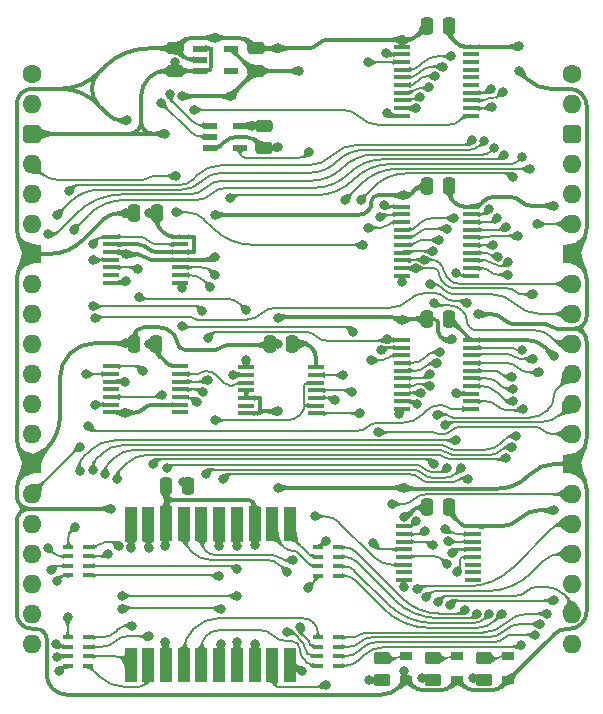
<source format=gtl>
%TF.GenerationSoftware,KiCad,Pcbnew,9.0.4*%
%TF.CreationDate,2025-09-21T09:35:25+02:00*%
%TF.ProjectId,Status Device,53746174-7573-4204-9465-766963652e6b,V1*%
%TF.SameCoordinates,Original*%
%TF.FileFunction,Copper,L1,Top*%
%TF.FilePolarity,Positive*%
%FSLAX46Y46*%
G04 Gerber Fmt 4.6, Leading zero omitted, Abs format (unit mm)*
G04 Created by KiCad (PCBNEW 9.0.4) date 2025-09-21 09:35:25*
%MOMM*%
%LPD*%
G01*
G04 APERTURE LIST*
G04 Aperture macros list*
%AMRoundRect*
0 Rectangle with rounded corners*
0 $1 Rounding radius*
0 $2 $3 $4 $5 $6 $7 $8 $9 X,Y pos of 4 corners*
0 Add a 4 corners polygon primitive as box body*
4,1,4,$2,$3,$4,$5,$6,$7,$8,$9,$2,$3,0*
0 Add four circle primitives for the rounded corners*
1,1,$1+$1,$2,$3*
1,1,$1+$1,$4,$5*
1,1,$1+$1,$6,$7*
1,1,$1+$1,$8,$9*
0 Add four rect primitives between the rounded corners*
20,1,$1+$1,$2,$3,$4,$5,0*
20,1,$1+$1,$4,$5,$6,$7,0*
20,1,$1+$1,$6,$7,$8,$9,0*
20,1,$1+$1,$8,$9,$2,$3,0*%
G04 Aperture macros list end*
%TA.AperFunction,SMDPad,CuDef*%
%ADD10RoundRect,0.250000X0.250000X0.475000X-0.250000X0.475000X-0.250000X-0.475000X0.250000X-0.475000X0*%
%TD*%
%TA.AperFunction,SMDPad,CuDef*%
%ADD11R,1.250000X0.600000*%
%TD*%
%TA.AperFunction,SMDPad,CuDef*%
%ADD12RoundRect,0.250000X0.450000X-0.262500X0.450000X0.262500X-0.450000X0.262500X-0.450000X-0.262500X0*%
%TD*%
%TA.AperFunction,SMDPad,CuDef*%
%ADD13RoundRect,0.250000X0.475000X-0.250000X0.475000X0.250000X-0.475000X0.250000X-0.475000X-0.250000X0*%
%TD*%
%TA.AperFunction,SMDPad,CuDef*%
%ADD14R,1.475000X0.450000*%
%TD*%
%TA.AperFunction,SMDPad,CuDef*%
%ADD15RoundRect,0.250000X-0.475000X0.250000X-0.475000X-0.250000X0.475000X-0.250000X0.475000X0.250000X0*%
%TD*%
%TA.AperFunction,ComponentPad*%
%ADD16O,1.600000X1.600000*%
%TD*%
%TA.AperFunction,ComponentPad*%
%ADD17R,1.600000X1.600000*%
%TD*%
%TA.AperFunction,ComponentPad*%
%ADD18RoundRect,0.400000X-0.400000X-0.400000X0.400000X-0.400000X0.400000X0.400000X-0.400000X0.400000X0*%
%TD*%
%TA.AperFunction,ComponentPad*%
%ADD19C,1.600000*%
%TD*%
%TA.AperFunction,SMDPad,CuDef*%
%ADD20R,0.900000X0.450000*%
%TD*%
%TA.AperFunction,SMDPad,CuDef*%
%ADD21R,1.000000X0.800000*%
%TD*%
%TA.AperFunction,SMDPad,CuDef*%
%ADD22R,1.450000X0.450000*%
%TD*%
%TA.AperFunction,SMDPad,CuDef*%
%ADD23R,1.000000X3.000000*%
%TD*%
%TA.AperFunction,SMDPad,CuDef*%
%ADD24R,1.150000X0.600000*%
%TD*%
%TA.AperFunction,ViaPad*%
%ADD25C,0.800000*%
%TD*%
%TA.AperFunction,Conductor*%
%ADD26C,0.380000*%
%TD*%
%TA.AperFunction,Conductor*%
%ADD27C,0.200000*%
%TD*%
G04 APERTURE END LIST*
D10*
%TO.P,C18,2*%
%TO.N,GND*%
X8669000Y-22860000D03*
%TO.P,C18,1*%
%TO.N,/3.3V*%
X10569000Y-22860000D03*
%TD*%
D11*
%TO.P,IC6,5,3V*%
%TO.N,/3.3V*%
X17633000Y-4384000D03*
%TO.P,IC6,4,Y*%
%TO.N,/~{A3+A4}*%
X17633000Y-6284000D03*
%TO.P,IC6,3,GND*%
%TO.N,GND*%
X15133000Y-6284000D03*
%TO.P,IC6,2,A*%
%TO.N,A4*%
X15133000Y-5334000D03*
%TO.P,IC6,1,B*%
%TO.N,A3*%
X15133000Y-4384000D03*
%TD*%
D12*
%TO.P,R5,2*%
%TO.N,Net-(LED2-Pad2)*%
X29708000Y-49506500D03*
%TO.P,R5,1*%
%TO.N,/Green LED*%
X29708000Y-51331500D03*
%TD*%
D13*
%TO.P,C8,2*%
%TO.N,GND*%
X12133000Y2147000D03*
%TO.P,C8,1*%
%TO.N,5V*%
X12133000Y247000D03*
%TD*%
D14*
%TO.P,IC4,20,3V*%
%TO.N,/3.3V*%
X37228000Y2290000D03*
%TO.P,IC4,19,Q0*%
%TO.N,unconnected-(IC4-Q0-Pad19)*%
X37228000Y1640000D03*
%TO.P,IC4,18,Q1*%
%TO.N,unconnected-(IC4-Q1-Pad18)*%
X37228000Y990000D03*
%TO.P,IC4,17,Q2*%
%TO.N,unconnected-(IC4-Q2-Pad17)*%
X37228000Y340000D03*
%TO.P,IC4,16,Q3*%
%TO.N,unconnected-(IC4-Q3-Pad16)*%
X37228000Y-310000D03*
%TO.P,IC4,15,Q4*%
%TO.N,unconnected-(IC4-Q4-Pad15)*%
X37228000Y-960000D03*
%TO.P,IC4,14,Q5*%
%TO.N,/LCD Enable*%
X37228000Y-1610000D03*
%TO.P,IC4,13,Q6*%
%TO.N,/Green LED Enable*%
X37228000Y-2260000D03*
%TO.P,IC4,12,Q7*%
%TO.N,/Red LED Enable*%
X37228000Y-2910000D03*
%TO.P,IC4,11,LE*%
%TO.N,/WY_{2}*%
X37228000Y-3560000D03*
%TO.P,IC4,10,GND*%
%TO.N,GND*%
X31352000Y-3560000D03*
%TO.P,IC4,9,D7*%
%TO.N,D0*%
X31352000Y-2910000D03*
%TO.P,IC4,8,D6*%
%TO.N,D1*%
X31352000Y-2260000D03*
%TO.P,IC4,7,D5*%
%TO.N,D2*%
X31352000Y-1610000D03*
%TO.P,IC4,6,D4*%
%TO.N,D3*%
X31352000Y-960000D03*
%TO.P,IC4,5,D3*%
%TO.N,D4*%
X31352000Y-310000D03*
%TO.P,IC4,4,D2*%
%TO.N,D5*%
X31352000Y340000D03*
%TO.P,IC4,3,D1*%
%TO.N,D6*%
X31352000Y990000D03*
%TO.P,IC4,2,D0*%
%TO.N,D7*%
X31352000Y1640000D03*
%TO.P,IC4,1,~{OE}*%
%TO.N,GND*%
X31352000Y2290000D03*
%TD*%
D15*
%TO.P,C1,2*%
%TO.N,GND*%
X19685000Y-6300000D03*
%TO.P,C1,1*%
%TO.N,/3.3V*%
X19685000Y-4400000D03*
%TD*%
D16*
%TO.P,J1,20,Pin_20*%
%TO.N,unconnected-(J1-Pin_20-Pad20)*%
X0Y-48260000D03*
%TO.P,J1,19,Pin_19*%
%TO.N,unconnected-(J1-Pin_19-Pad19)*%
X0Y-45720000D03*
%TO.P,J1,18,Pin_18*%
%TO.N,unconnected-(J1-Pin_18-Pad18)*%
X0Y-43180000D03*
%TO.P,J1,17,Pin_17*%
%TO.N,unconnected-(J1-Pin_17-Pad17)*%
X0Y-40640000D03*
%TO.P,J1,16,Pin_16*%
%TO.N,unconnected-(J1-Pin_16-Pad16)*%
X0Y-38100000D03*
%TO.P,J1,15,Pin_15*%
%TO.N,~{Reset}*%
X0Y-35560000D03*
D17*
%TO.P,J1,14,Pin_14*%
%TO.N,GND*%
X0Y-33020000D03*
D16*
%TO.P,J1,13,Pin_13*%
%TO.N,unconnected-(J1-Pin_13-Pad13)*%
X0Y-30480000D03*
%TO.P,J1,12,Pin_12*%
%TO.N,unconnected-(J1-Pin_12-Pad12)*%
X0Y-27940000D03*
%TO.P,J1,11,Pin_11*%
%TO.N,unconnected-(J1-Pin_11-Pad11)*%
X0Y-25400000D03*
%TO.P,J1,10,Pin_10*%
%TO.N,unconnected-(J1-Pin_10-Pad10)*%
X0Y-22860000D03*
%TO.P,J1,9,Pin_9*%
%TO.N,unconnected-(J1-Pin_9-Pad9)*%
X0Y-20320000D03*
%TO.P,J1,8,Pin_8*%
%TO.N,unconnected-(J1-Pin_8-Pad8)*%
X0Y-17780000D03*
D17*
%TO.P,J1,7,Pin_7*%
%TO.N,GND*%
X0Y-15240000D03*
D16*
%TO.P,J1,6,Pin_6*%
%TO.N,unconnected-(J1-Pin_6-Pad6)*%
X0Y-12700000D03*
%TO.P,J1,5,Pin_5*%
%TO.N,unconnected-(J1-Pin_5-Pad5)*%
X0Y-10160000D03*
%TO.P,J1,4,Pin_4*%
%TO.N,~{Select}*%
X0Y-7620000D03*
D18*
%TO.P,J1,3,Pin_3*%
%TO.N,5V*%
X0Y-5080000D03*
D16*
%TO.P,J1,2,Pin_2*%
%TO.N,A4*%
X0Y-2540000D03*
D19*
%TO.P,J1,1,Pin_1*%
%TO.N,A3*%
X0Y0D03*
%TD*%
D20*
%TO.P,RN4,8,R1*%
%TO.N,/Left \u03A9 Digit 0 dot*%
X24228900Y-50114200D03*
%TO.P,RN4,7,R2*%
%TO.N,/Left \u03A9 Digit 0 A segment*%
X24228900Y-49314200D03*
%TO.P,RN4,6,R3*%
%TO.N,/Left \u03A9 Digit 0 B segment*%
X24228900Y-48514200D03*
%TO.P,RN4,5,R4*%
%TO.N,/Left \u03A9 Digit 0 C segment*%
X24228900Y-47714200D03*
%TO.P,RN4,4,R4*%
%TO.N,/Left Digit 0 C segment*%
X25928900Y-47714200D03*
%TO.P,RN4,3,R3*%
%TO.N,/Left Digit 0 B segment*%
X25928900Y-48514200D03*
%TO.P,RN4,2,R2*%
%TO.N,/Left Digit 0 A segment*%
X25928900Y-49314200D03*
%TO.P,RN4,1,R1*%
%TO.N,/Left Digit 0 dot*%
X25928900Y-50114200D03*
%TD*%
D10*
%TO.P,C2,2*%
%TO.N,GND*%
X33451000Y-9484000D03*
%TO.P,C2,1*%
%TO.N,/3.3V*%
X35351000Y-9484000D03*
%TD*%
D20*
%TO.P,RN3,8,R1*%
%TO.N,/Left Digit 0 D segment*%
X3107900Y-50114200D03*
%TO.P,RN3,7,R2*%
%TO.N,/Left Digit 0 E segment*%
X3107900Y-49314200D03*
%TO.P,RN3,6,R3*%
%TO.N,/Left Digit 0 F segment*%
X3107900Y-48514200D03*
%TO.P,RN3,5,R4*%
%TO.N,/Left Digit 0 G segment*%
X3107900Y-47714200D03*
%TO.P,RN3,4,R4*%
%TO.N,/Left \u03A9 Digit 0 G segment*%
X4807900Y-47714200D03*
%TO.P,RN3,3,R3*%
%TO.N,/Left \u03A9 Digit 0 F segment*%
X4807900Y-48514200D03*
%TO.P,RN3,2,R2*%
%TO.N,/Left \u03A9 Digit 0 E segment*%
X4807900Y-49314200D03*
%TO.P,RN3,1,R1*%
%TO.N,/Left \u03A9 Digit 0 D segment*%
X4807900Y-50114200D03*
%TD*%
D21*
%TO.P,LED1,2*%
%TO.N,Net-(LED1-Pad2)*%
X40376000Y-49316300D03*
%TO.P,LED1,1*%
%TO.N,GND*%
X40376000Y-51316300D03*
%TD*%
D10*
%TO.P,C10,2*%
%TO.N,GND*%
X33434000Y-20761000D03*
%TO.P,C10,1*%
%TO.N,/3.3V*%
X35334000Y-20761000D03*
%TD*%
D14*
%TO.P,IC12,14,3V*%
%TO.N,/3.3V*%
X24065000Y-24847000D03*
%TO.P,IC12,13,4B*%
%TO.N,/Red LED Enable*%
X24065000Y-25497000D03*
%TO.P,IC12,12,4A*%
%TO.N,/Reset LED Enable*%
X24065000Y-26147000D03*
%TO.P,IC12,11,4Y*%
%TO.N,/Red LED*%
X24065000Y-26797000D03*
%TO.P,IC12,10,3B*%
%TO.N,/Green LED Enable*%
X24065000Y-27447000D03*
%TO.P,IC12,9,3A*%
%TO.N,/Reset LED Enable*%
X24065000Y-28097000D03*
%TO.P,IC12,8,3Y*%
%TO.N,/Green LED*%
X24065000Y-28747000D03*
%TO.P,IC12,7,GND*%
%TO.N,GND*%
X18189000Y-28747000D03*
%TO.P,IC12,6,2Y*%
%TO.N,unconnected-(IC12-2Y-Pad6)*%
X18189000Y-28097000D03*
%TO.P,IC12,5,2B*%
%TO.N,GND*%
X18189000Y-27447000D03*
%TO.P,IC12,4,2A*%
X18189000Y-26797000D03*
%TO.P,IC12,3,1Y*%
%TO.N,/Switch*%
X18189000Y-26147000D03*
%TO.P,IC12,2,1B*%
%TO.N,/LCD Enable*%
X18189000Y-25497000D03*
%TO.P,IC12,1,1A*%
%TO.N,/Reset LCD Enable*%
X18189000Y-24847000D03*
%TD*%
D12*
%TO.P,R4,2*%
%TO.N,Net-(LED1-Pad2)*%
X38334000Y-49483000D03*
%TO.P,R4,1*%
%TO.N,/Reset LED*%
X38334000Y-51308000D03*
%TD*%
D10*
%TO.P,C20,2*%
%TO.N,GND*%
X20161000Y-22860000D03*
%TO.P,C20,1*%
%TO.N,/3.3V*%
X22061000Y-22860000D03*
%TD*%
D14*
%TO.P,IC17,20,3V*%
%TO.N,/3.3V*%
X37228000Y-11258000D03*
%TO.P,IC17,19,Q0*%
%TO.N,/Right Digit 0 G segment*%
X37228000Y-11908000D03*
%TO.P,IC17,18,Q1*%
%TO.N,/Right Digit 0 F segment*%
X37228000Y-12558000D03*
%TO.P,IC17,17,Q2*%
%TO.N,/Right Digit 0 E segment*%
X37228000Y-13208000D03*
%TO.P,IC17,16,Q3*%
%TO.N,/Right Digit 0 D segment*%
X37228000Y-13858000D03*
%TO.P,IC17,15,Q4*%
%TO.N,/Right Digit 0 C segment*%
X37228000Y-14508000D03*
%TO.P,IC17,14,Q5*%
%TO.N,/Right Digit 0 B segment*%
X37228000Y-15158000D03*
%TO.P,IC17,13,Q6*%
%TO.N,/Right Digit 0 A segment*%
X37228000Y-15808000D03*
%TO.P,IC17,12,Q7*%
%TO.N,/Right Digit 0 dot*%
X37228000Y-16458000D03*
%TO.P,IC17,11,LE*%
%TO.N,/WY_{1}*%
X37228000Y-17108000D03*
%TO.P,IC17,10,GND*%
%TO.N,GND*%
X31352000Y-17108000D03*
%TO.P,IC17,9,D7*%
%TO.N,D0*%
X31352000Y-16458000D03*
%TO.P,IC17,8,D6*%
%TO.N,D1*%
X31352000Y-15808000D03*
%TO.P,IC17,7,D5*%
%TO.N,D2*%
X31352000Y-15158000D03*
%TO.P,IC17,6,D4*%
%TO.N,D3*%
X31352000Y-14508000D03*
%TO.P,IC17,5,D3*%
%TO.N,D4*%
X31352000Y-13858000D03*
%TO.P,IC17,4,D2*%
%TO.N,D5*%
X31352000Y-13208000D03*
%TO.P,IC17,3,D1*%
%TO.N,D6*%
X31352000Y-12558000D03*
%TO.P,IC17,2,D0*%
%TO.N,D7*%
X31352000Y-11908000D03*
%TO.P,IC17,1,~{OE}*%
%TO.N,/~{Switch}*%
X31352000Y-11258000D03*
%TD*%
%TO.P,IC2,20,3V*%
%TO.N,/3.3V*%
X37211000Y-22535000D03*
%TO.P,IC2,19,Q0*%
%TO.N,/Left Digit 0 A segment*%
X37211000Y-23185000D03*
%TO.P,IC2,18,Q1*%
%TO.N,/Left Digit 0 B segment*%
X37211000Y-23835000D03*
%TO.P,IC2,17,Q2*%
%TO.N,/Left Digit 0 C segment*%
X37211000Y-24485000D03*
%TO.P,IC2,16,Q3*%
%TO.N,/Left Digit 0 D segment*%
X37211000Y-25135000D03*
%TO.P,IC2,15,Q4*%
%TO.N,/Left Digit 0 E segment*%
X37211000Y-25785000D03*
%TO.P,IC2,14,Q5*%
%TO.N,/Left Digit 0 F segment*%
X37211000Y-26435000D03*
%TO.P,IC2,13,Q6*%
%TO.N,/Left Digit 0 G segment*%
X37211000Y-27085000D03*
%TO.P,IC2,12,Q7*%
%TO.N,/Left Digit 0 dot*%
X37211000Y-27735000D03*
%TO.P,IC2,11,LE*%
%TO.N,/WY_{0}*%
X37211000Y-28385000D03*
%TO.P,IC2,10,GND*%
%TO.N,GND*%
X31335000Y-28385000D03*
%TO.P,IC2,9,D7*%
%TO.N,D0*%
X31335000Y-27735000D03*
%TO.P,IC2,8,D6*%
%TO.N,D1*%
X31335000Y-27085000D03*
%TO.P,IC2,7,D5*%
%TO.N,D2*%
X31335000Y-26435000D03*
%TO.P,IC2,6,D4*%
%TO.N,D3*%
X31335000Y-25785000D03*
%TO.P,IC2,5,D3*%
%TO.N,D4*%
X31335000Y-25135000D03*
%TO.P,IC2,4,D2*%
%TO.N,D5*%
X31335000Y-24485000D03*
%TO.P,IC2,3,D1*%
%TO.N,D6*%
X31335000Y-23835000D03*
%TO.P,IC2,2,D0*%
%TO.N,D7*%
X31335000Y-23185000D03*
%TO.P,IC2,1,~{OE}*%
%TO.N,/~{Switch}*%
X31335000Y-22535000D03*
%TD*%
D10*
%TO.P,C21,2*%
%TO.N,/Cathode*%
X11353000Y-34925000D03*
%TO.P,C21,1*%
%TO.N,5V*%
X13253000Y-34925000D03*
%TD*%
D22*
%TO.P,IC3,16,3V*%
%TO.N,/3.3V*%
X37342000Y-38324000D03*
%TO.P,IC3,15,~{Y0}*%
%TO.N,/~{WY_{0}}*%
X37342000Y-38974000D03*
%TO.P,IC3,14,~{Y1}*%
%TO.N,/~{WY_{1}}*%
X37342000Y-39624000D03*
%TO.P,IC3,13,~{Y2}*%
%TO.N,/~{WY_{2}}*%
X37342000Y-40274000D03*
%TO.P,IC3,12,~{Y3}*%
%TO.N,/~{WY_{3}}*%
X37342000Y-40924000D03*
%TO.P,IC3,11,~{Y4}*%
%TO.N,unconnected-(IC3-~{Y4}-Pad11)*%
X37342000Y-41574000D03*
%TO.P,IC3,10,~{Y5}*%
%TO.N,unconnected-(IC3-~{Y5}-Pad10)*%
X37342000Y-42224000D03*
%TO.P,IC3,9,~{Y6}*%
%TO.N,unconnected-(IC3-~{Y6}-Pad9)*%
X37342000Y-42874000D03*
%TO.P,IC3,8,GND*%
%TO.N,GND*%
X31492000Y-42874000D03*
%TO.P,IC3,7,~{Y7}*%
%TO.N,unconnected-(IC3-~{Y7}-Pad7)*%
X31492000Y-42224000D03*
%TO.P,IC3,6,E3*%
%TO.N,/~{A3+A4}*%
X31492000Y-41574000D03*
%TO.P,IC3,5,~{E2}*%
%TO.N,~{WD}*%
X31492000Y-40924000D03*
%TO.P,IC3,4,~{E1}*%
%TO.N,~{Select}*%
X31492000Y-40274000D03*
%TO.P,IC3,3,A2*%
%TO.N,A2*%
X31492000Y-39624000D03*
%TO.P,IC3,2,A1*%
%TO.N,A1*%
X31492000Y-38974000D03*
%TO.P,IC3,1,A0*%
%TO.N,A0*%
X31492000Y-38324000D03*
%TD*%
D21*
%TO.P,LED2,2*%
%TO.N,Net-(LED2-Pad2)*%
X31740000Y-49315500D03*
%TO.P,LED2,1*%
%TO.N,GND*%
X31740000Y-51315500D03*
%TD*%
D20*
%TO.P,RN1,8,R1*%
%TO.N,/Right \u03A9 Digit 0 D segment*%
X4807900Y-40055800D03*
%TO.P,RN1,7,R2*%
%TO.N,/Right \u03A9 Digit 0 E segment*%
X4807900Y-40855800D03*
%TO.P,RN1,6,R3*%
%TO.N,/Right \u03A9 Digit 0 F segment*%
X4807900Y-41655800D03*
%TO.P,RN1,5,R4*%
%TO.N,/Right \u03A9 Digit 0 G segment*%
X4807900Y-42455800D03*
%TO.P,RN1,4,R4*%
%TO.N,/Right Digit 0 G segment*%
X3107900Y-42455800D03*
%TO.P,RN1,3,R3*%
%TO.N,/Right Digit 0 F segment*%
X3107900Y-41655800D03*
%TO.P,RN1,2,R2*%
%TO.N,/Right Digit 0 E segment*%
X3107900Y-40855800D03*
%TO.P,RN1,1,R1*%
%TO.N,/Right Digit 0 D segment*%
X3107900Y-40055800D03*
%TD*%
D14*
%TO.P,IC11,14,3V*%
%TO.N,/3.3V*%
X12590000Y-13798000D03*
%TO.P,IC11,13,~{2RD}*%
%TO.N,~{Reset}*%
X12590000Y-14448000D03*
%TO.P,IC11,12,2D*%
%TO.N,/3.3V*%
X12590000Y-15098000D03*
%TO.P,IC11,11,2CP*%
%TO.N,GND*%
X12590000Y-15748000D03*
%TO.P,IC11,10,~{2SD}*%
%TO.N,/~{WY_{3}}*%
X12590000Y-16398000D03*
%TO.P,IC11,9,2Q*%
%TO.N,/Reset LED Enable*%
X12590000Y-17048000D03*
%TO.P,IC11,8,~{2Q}*%
%TO.N,/Reset LED*%
X12590000Y-17698000D03*
%TO.P,IC11,7,GND*%
%TO.N,GND*%
X6714000Y-17698000D03*
%TO.P,IC11,6,~{1Q}*%
%TO.N,unconnected-(IC11-~{1Q}-Pad6)*%
X6714000Y-17048000D03*
%TO.P,IC11,5,1Q*%
%TO.N,/Reset LCD Enable*%
X6714000Y-16398000D03*
%TO.P,IC11,4,~{1SD}*%
%TO.N,/~{WY_{2}}*%
X6714000Y-15748000D03*
%TO.P,IC11,3,1CP*%
%TO.N,GND*%
X6714000Y-15098000D03*
%TO.P,IC11,2,1D*%
%TO.N,/3.3V*%
X6714000Y-14448000D03*
%TO.P,IC11,1,~{1RD}*%
%TO.N,~{Reset}*%
X6714000Y-13798000D03*
%TD*%
D23*
%TO.P,DS1,20,G-Seg_{(Left)}*%
%TO.N,/Left \u03A9 Digit 0 G segment*%
X8382000Y-38100000D03*
%TO.P,DS1,19,F-Seg_{(Left)}*%
%TO.N,/Left \u03A9 Digit 0 F segment*%
X9882000Y-38100000D03*
%TO.P,DS1,18,Cathode_{(Left)}*%
%TO.N,/Cathode*%
X11382000Y-38100000D03*
%TO.P,DS1,17,A-Seg_{(Left)}*%
%TO.N,/Left \u03A9 Digit 0 A segment*%
X12882000Y-38100000D03*
%TO.P,DS1,16,B-Seg_{(Left)}*%
%TO.N,/Left \u03A9 Digit 0 B segment*%
X14382000Y-38100000D03*
%TO.P,DS1,15,G-Seg_{(Right)}*%
%TO.N,/Right \u03A9 Digit 0 G segment*%
X15882000Y-38100000D03*
%TO.P,DS1,14,F-Seg_{(Right)}*%
%TO.N,/Right \u03A9 Digit 0 F segment*%
X17382000Y-38100000D03*
%TO.P,DS1,13,Cathode_{(Right)}*%
%TO.N,/Cathode*%
X18882000Y-38100000D03*
%TO.P,DS1,12,A-Seg_{(Right)}*%
%TO.N,/Right \u03A9 Digit 0 A segment*%
X20382000Y-38100000D03*
%TO.P,DS1,11,B-Seg_{(Right)}*%
%TO.N,/Right \u03A9 Digit 0 B segment*%
X21882000Y-38100000D03*
%TO.P,DS1,10,Dot_{(Right)}*%
%TO.N,/Right \u03A9 Digit 0 dot*%
X21882000Y-50100000D03*
%TO.P,DS1,9,C-Seg_{(Right)}*%
%TO.N,/Right \u03A9 Digit 0 C segment*%
X20382000Y-50100000D03*
%TO.P,DS1,8,Cathode_{(Right)}*%
%TO.N,/Cathode*%
X18882000Y-50100000D03*
%TO.P,DS1,7,D-Seg_{(Right)}*%
%TO.N,/Right \u03A9 Digit 0 D segment*%
X17382000Y-50100000D03*
%TO.P,DS1,6,E-Seg_{(Right)}*%
%TO.N,/Right \u03A9 Digit 0 E segment*%
X15882000Y-50100000D03*
%TO.P,DS1,5,Dot_{(Left)}*%
%TO.N,/Left \u03A9 Digit 0 dot*%
X14382000Y-50100000D03*
%TO.P,DS1,4,C-Seg_{(Left)}*%
%TO.N,/Left \u03A9 Digit 0 C segment*%
X12882000Y-50100000D03*
%TO.P,DS1,3,Cathode_{(Left)}*%
%TO.N,/Cathode*%
X11382000Y-50100000D03*
%TO.P,DS1,2,D-Seg_{(Left)}*%
%TO.N,/Left \u03A9 Digit 0 D segment*%
X9882000Y-50100000D03*
%TO.P,DS1,1,E-Seg_{(Left)}*%
%TO.N,/Left \u03A9 Digit 0 E segment*%
X8382000Y-50100000D03*
%TD*%
D10*
%TO.P,C17,2*%
%TO.N,GND*%
X33451000Y-36662000D03*
%TO.P,C17,1*%
%TO.N,/3.3V*%
X35351000Y-36662000D03*
%TD*%
%TO.P,C19,2*%
%TO.N,GND*%
X8686000Y-11811000D03*
%TO.P,C19,1*%
%TO.N,/3.3V*%
X10586000Y-11811000D03*
%TD*%
D14*
%TO.P,IC7,14,3V*%
%TO.N,/3.3V*%
X12590000Y-24765000D03*
%TO.P,IC7,13,6A*%
%TO.N,/Switch*%
X12590000Y-25415000D03*
%TO.P,IC7,12,6Y*%
%TO.N,/~{Switch}*%
X12590000Y-26065000D03*
%TO.P,IC7,11,5A*%
%TO.N,/~{WY_{2}}*%
X12590000Y-26715000D03*
%TO.P,IC7,10,5Y*%
%TO.N,/WY_{2}*%
X12590000Y-27365000D03*
%TO.P,IC7,9,4A*%
%TO.N,GND*%
X12590000Y-28015000D03*
%TO.P,IC7,8,4Y*%
%TO.N,unconnected-(IC7-4Y-Pad8)*%
X12590000Y-28665000D03*
%TO.P,IC7,7,GND*%
%TO.N,GND*%
X6714000Y-28665000D03*
%TO.P,IC7,6,3Y*%
%TO.N,/WY_{1}*%
X6714000Y-28015000D03*
%TO.P,IC7,5,3A*%
%TO.N,/~{WY_{1}}*%
X6714000Y-27365000D03*
%TO.P,IC7,4,2Y*%
%TO.N,unconnected-(IC7-2Y-Pad4)*%
X6714000Y-26715000D03*
%TO.P,IC7,3,2A*%
%TO.N,GND*%
X6714000Y-26065000D03*
%TO.P,IC7,2,1Y*%
%TO.N,/WY_{0}*%
X6714000Y-25415000D03*
%TO.P,IC7,1,1A*%
%TO.N,/~{WY_{0}}*%
X6714000Y-24765000D03*
%TD*%
D13*
%TO.P,C9,2*%
%TO.N,GND*%
X18991000Y2147000D03*
%TO.P,C9,1*%
%TO.N,/3.3V*%
X18991000Y247000D03*
%TD*%
D24*
%TO.P,IC5,5,3.3VOut*%
%TO.N,/3.3V*%
X16862000Y2131000D03*
%TO.P,IC5,4,ADJ*%
%TO.N,unconnected-(IC5-ADJ-Pad4)*%
X16862000Y231000D03*
%TO.P,IC5,3,EN*%
%TO.N,5V*%
X14262000Y231000D03*
%TO.P,IC5,2,GND*%
%TO.N,GND*%
X14262000Y1181000D03*
%TO.P,IC5,1,6VIn*%
%TO.N,5V*%
X14262000Y2131000D03*
%TD*%
D16*
%TO.P,J2,20,Pin_20*%
%TO.N,~{WD}*%
X45720000Y-48260000D03*
%TO.P,J2,19,Pin_19*%
%TO.N,A2*%
X45720000Y-45720000D03*
%TO.P,J2,18,Pin_18*%
%TO.N,5V*%
X45720000Y-43180000D03*
%TO.P,J2,17,Pin_17*%
%TO.N,A1*%
X45720000Y-40640000D03*
%TO.P,J2,16,Pin_16*%
%TO.N,A0*%
X45720000Y-38100000D03*
%TO.P,J2,15,Pin_15*%
%TO.N,D7*%
X45720000Y-35560000D03*
D17*
%TO.P,J2,14,Pin_14*%
%TO.N,GND*%
X45720000Y-33020000D03*
D16*
%TO.P,J2,13,Pin_13*%
%TO.N,D6*%
X45720000Y-30480000D03*
%TO.P,J2,12,Pin_12*%
%TO.N,D5*%
X45720000Y-27940000D03*
%TO.P,J2,11,Pin_11*%
%TO.N,D4*%
X45720000Y-25400000D03*
%TO.P,J2,10,Pin_10*%
%TO.N,D3*%
X45720000Y-22860000D03*
%TO.P,J2,9,Pin_9*%
%TO.N,D2*%
X45720000Y-20320000D03*
%TO.P,J2,8,Pin_8*%
%TO.N,D1*%
X45720000Y-17780000D03*
D17*
%TO.P,J2,7,Pin_7*%
%TO.N,GND*%
X45720000Y-15240000D03*
D16*
%TO.P,J2,6,Pin_6*%
%TO.N,D0*%
X45720000Y-12700000D03*
%TO.P,J2,5,Pin_5*%
%TO.N,unconnected-(J2-Pin_5-Pad5)*%
X45720000Y-10160000D03*
%TO.P,J2,4,Pin_4*%
%TO.N,unconnected-(J2-Pin_4-Pad4)*%
X45720000Y-7620000D03*
D18*
%TO.P,J2,3,Pin_3*%
%TO.N,unconnected-(J2-Pin_3-Pad3)*%
X45720000Y-5080000D03*
D16*
%TO.P,J2,2,Pin_2*%
%TO.N,unconnected-(J2-Pin_2-Pad2)*%
X45720000Y-2540000D03*
D19*
%TO.P,J2,1,Pin_1*%
%TO.N,unconnected-(J2-Pin_1-Pad1)*%
X45720000Y0D03*
%TD*%
D10*
%TO.P,C15,2*%
%TO.N,GND*%
X33451000Y4064000D03*
%TO.P,C15,1*%
%TO.N,/3.3V*%
X35351000Y4064000D03*
%TD*%
D20*
%TO.P,RN2,8,R1*%
%TO.N,/Right \u03A9 Digit 0 dot*%
X24228900Y-42494200D03*
%TO.P,RN2,7,R2*%
%TO.N,/Right \u03A9 Digit 0 A segment*%
X24228900Y-41694200D03*
%TO.P,RN2,6,R3*%
%TO.N,/Right \u03A9 Digit 0 B segment*%
X24228900Y-40894200D03*
%TO.P,RN2,5,R4*%
%TO.N,/Right \u03A9 Digit 0 C segment*%
X24228900Y-40094200D03*
%TO.P,RN2,4,R4*%
%TO.N,/Right Digit 0 C segment*%
X25928900Y-40094200D03*
%TO.P,RN2,3,R3*%
%TO.N,/Right Digit 0 B segment*%
X25928900Y-40894200D03*
%TO.P,RN2,2,R2*%
%TO.N,/Right Digit 0 A segment*%
X25928900Y-41694200D03*
%TO.P,RN2,1,R1*%
%TO.N,/Right Digit 0 dot*%
X25928900Y-42494200D03*
%TD*%
D21*
%TO.P,LED3,2*%
%TO.N,Net-(LED3-Pad2)*%
X36058000Y-49331500D03*
%TO.P,LED3,1*%
%TO.N,GND*%
X36058000Y-51331500D03*
%TD*%
D12*
%TO.P,R6,2*%
%TO.N,Net-(LED3-Pad2)*%
X34016000Y-49483000D03*
%TO.P,R6,1*%
%TO.N,/Red LED*%
X34016000Y-51308000D03*
%TD*%
D25*
%TO.N,5V*%
X12133000Y1016000D03*
%TO.N,~{WD}*%
X44196000Y-44577000D03*
%TO.N,/3.3V*%
X44196000Y-11176000D03*
X22606000Y254002D03*
X9906000Y-22860000D03*
X22606000Y-22860000D03*
X12700000Y-1905000D03*
X44196000Y-23876008D03*
X41275000Y2308473D03*
X44196000Y-36957000D03*
X16891002Y-1905000D03*
X9906000Y-11811000D03*
X18669004Y-4384000D03*
%TO.N,/WY_{0}*%
X4584000Y-25400000D03*
X4814000Y-29845000D03*
%TO.N,/~{WY_{1}}*%
X35235602Y-39582015D03*
X35178863Y-33395436D03*
X11025000Y-27179041D03*
X11430000Y-33401000D03*
%TO.N,/~{WY_{0}}*%
X34036000Y-33020000D03*
X10280331Y-33008000D03*
X35026000Y-38538569D03*
X9398000Y-25146000D03*
%TO.N,/WY_{1}*%
X35917000Y-16891000D03*
X5334000Y-28015000D03*
X36862081Y-19418419D03*
X5334000Y-20701000D03*
%TO.N,/~{WY_{2}}*%
X5207000Y-19667998D03*
X36354944Y-33395436D03*
X5207000Y-15748000D03*
X35599584Y-40566912D03*
X14466000Y-20059592D03*
X14744000Y-33859000D03*
X14519570Y-26917322D03*
%TO.N,/Cathode*%
X18923000Y-48260000D03*
X11303000Y-40005000D03*
X18923000Y-39878000D03*
X11303000Y-48133012D03*
%TO.N,GND*%
X31496000Y-50546000D03*
X31369000Y2880000D03*
X31496000Y-37498998D03*
X20828000Y-35052000D03*
X6730996Y-36830004D03*
X31496000Y-10289643D03*
X8010202Y-11811000D03*
X8010202Y-17537313D03*
X30059428Y-3362810D03*
X41275008Y254008D03*
X31496000Y-43434000D03*
X35560000Y-22479006D03*
X15494000Y-11938000D03*
X15494000Y-15494000D03*
X31369000Y-17653000D03*
X7909763Y-28700974D03*
X31140481Y-28841000D03*
X20828000Y-28587000D03*
X31496000Y-35051996D03*
X20828000Y-22860000D03*
X7946158Y-26061681D03*
X20828000Y-6223000D03*
X20827996Y2147000D03*
X8010202Y-15288000D03*
X20839276Y-20685510D03*
X15494000Y3048000D03*
X8010202Y-22816073D03*
X31369000Y-20828000D03*
X8035000Y-3937000D03*
X37804831Y-20361169D03*
%TO.N,~{Select}*%
X28944000Y-39767049D03*
X28042405Y-14478000D03*
X12204000Y-8636000D03*
X12204000Y-11713669D03*
%TO.N,D7*%
X29572000Y-23368000D03*
X30480000Y-36449000D03*
X29476000Y-12168712D03*
X30016634Y1725000D03*
%TO.N,D6*%
X29313000Y-30350211D03*
X28725283Y-24241192D03*
X28472000Y-13029952D03*
X28474878Y996010D03*
%TO.N,D5*%
X35745339Y-12216997D03*
X34606228Y-23562314D03*
X35543000Y1483000D03*
X34958824Y-29721852D03*
%TO.N,D4*%
X34793000Y607200D03*
X34355895Y-28862212D03*
X34290000Y-24511000D03*
X35167000Y-13113616D03*
%TO.N,D3*%
X34506000Y-14070816D03*
X33699538Y-25411752D03*
X34158000Y-212000D03*
X34067000Y-19431000D03*
%TO.N,D2*%
X33717000Y-17838013D03*
X33982333Y-15048387D03*
X33749579Y-26410502D03*
X33675100Y-1144400D03*
%TO.N,D1*%
X33257000Y-15748000D03*
X32942465Y-27000896D03*
X32905000Y-1958988D03*
%TO.N,D0*%
X32513000Y-2910000D03*
X32513000Y-16458000D03*
X32648023Y-27972704D03*
X42799000Y-12700000D03*
X42418000Y-18669000D03*
%TO.N,A0*%
X32617349Y-43596721D03*
X32564245Y-37876780D03*
%TO.N,A1*%
X33365199Y-44333759D03*
X33314245Y-38715464D03*
%TO.N,A2*%
X33946000Y-39915298D03*
X34387066Y-44738649D03*
%TO.N,~{WD}*%
X35433000Y-44949006D03*
X35179000Y-41529000D03*
%TO.N,/Left \u03A9 Digit 0 F segment*%
X9906000Y-40131998D03*
X9906000Y-47625000D03*
%TO.N,/Left \u03A9 Digit 0 A segment*%
X21590000Y-42164000D03*
X21590000Y-47244000D03*
%TO.N,5V*%
X12810970Y-34544002D03*
X11254000Y-5080000D03*
%TO.N,/Right \u03A9 Digit 0 C segment*%
X24891998Y-51738000D03*
X24949454Y-39586909D03*
%TO.N,/Right \u03A9 Digit 0 dot*%
X22872002Y-50558002D03*
X23380000Y-43515410D03*
%TO.N,/Left \u03A9 Digit 0 B segment*%
X22098000Y-41148000D03*
X22763398Y-46848736D03*
%TO.N,/Left \u03A9 Digit 0 G segment*%
X8509000Y-46736000D03*
X8382004Y-40132000D03*
%TO.N,/Right \u03A9 Digit 0 F segment*%
X17399000Y-40005000D03*
X17399000Y-41910000D03*
%TO.N,/Right \u03A9 Digit 0 E segment*%
X6477000Y-40640000D03*
X16002000Y-48260000D03*
X16002000Y-45339000D03*
X7670139Y-45298023D03*
%TO.N,/Right \u03A9 Digit 0 G segment*%
X15875000Y-42545000D03*
X15875000Y-40005000D03*
%TO.N,/Right \u03A9 Digit 0 D segment*%
X7620000Y-44196000D03*
X7366000Y-40005000D03*
X17399000Y-44196000D03*
X17399000Y-48133000D03*
%TO.N,/Green LED Enable*%
X39878000Y-1524000D03*
X42188299Y-8085462D03*
X25663869Y-27630347D03*
X26543000Y-10668000D03*
%TO.N,/Red LED Enable*%
X40734471Y-8739000D03*
X38937570Y-2800769D03*
X27858521Y-10687921D03*
X26400860Y-25496996D03*
%TO.N,/LCD Enable*%
X17027971Y-25497001D03*
X41484471Y-7076388D03*
X16764000Y-10541000D03*
X38855373Y-1300769D03*
%TO.N,/~{WY_{3}}*%
X36015436Y-42164000D03*
X16244000Y-34290000D03*
X15494000Y-17018000D03*
X36926000Y-34290000D03*
%TO.N,/WY_{2}*%
X13967442Y-27810450D03*
X13716000Y-3048000D03*
%TO.N,/~{Switch}*%
X14902000Y-22352000D03*
X14898844Y-25938212D03*
X30099000Y-22479000D03*
X29845000Y-11127000D03*
%TO.N,/Left Digit 0 D segment*%
X40640003Y-25654003D03*
X7239000Y-34290000D03*
X2286010Y-50580071D03*
X40132000Y-32512000D03*
%TO.N,/Left Digit 0 F segment*%
X5222346Y-33580564D03*
X41053616Y-30657896D03*
X40771143Y-27742176D03*
X2073816Y-48296058D03*
%TO.N,/Left Digit 0 B segment*%
X43060000Y-46586985D03*
X42418000Y-24130000D03*
%TO.N,/Left Digit 0 E segment*%
X40789331Y-26692331D03*
X40640000Y-31623000D03*
X2110000Y-49382245D03*
X6223000Y-33909000D03*
%TO.N,/Left Digit 0 dot*%
X41460795Y-48395254D03*
X41566195Y-28365634D03*
%TO.N,/Left Digit 0 C segment*%
X42926000Y-25273000D03*
X43642871Y-45713620D03*
%TO.N,/Left Digit 0 A segment*%
X41529000Y-23380000D03*
X42660000Y-47526719D03*
%TO.N,/Left Digit 0 G segment*%
X35941000Y-31051000D03*
X35941000Y-27051000D03*
X4064000Y-33655000D03*
X3048000Y-45974000D03*
%TO.N,~{Reset}*%
X4064000Y-31623000D03*
X5164250Y-14435250D03*
%TO.N,/Reset LCD Enable*%
X9017000Y-16510000D03*
X18161000Y-20006002D03*
X9066000Y-18923000D03*
X18161000Y-24257000D03*
%TO.N,/Reset LED*%
X27225283Y-21844000D03*
X12700000Y-18173000D03*
X12700000Y-21324000D03*
X37338000Y-51181000D03*
%TO.N,/Reset LED Enable*%
X15113000Y-18034000D03*
X15494000Y-29337000D03*
%TO.N,/Green LED*%
X27844000Y-28747000D03*
X28563000Y-51308000D03*
%TO.N,/Red LED*%
X27128000Y-26924000D03*
X33020000Y-51181000D03*
%TO.N,A3*%
X11685490Y-1694450D03*
%TO.N,A4*%
X10944470Y-2435470D03*
%TO.N,/Right Digit 0 E segment*%
X40176325Y-12998482D03*
X1397000Y-40132000D03*
X1397000Y-13589000D03*
X39170545Y-6277545D03*
%TO.N,/Right Digit 0 B segment*%
X37696875Y-45700293D03*
X39485000Y-15478205D03*
%TO.N,/Right Digit 0 A segment*%
X38746679Y-45720695D03*
X40365330Y-15961570D03*
%TO.N,/Right Digit 0 C segment*%
X36703000Y-45361593D03*
X39092493Y-14490184D03*
%TO.N,/Right Digit 0 G segment*%
X38756019Y-11453922D03*
X37293411Y-5646863D03*
X3175000Y-9906000D03*
X2115683Y-42978581D03*
%TO.N,/Right Digit 0 D segment*%
X39984471Y-6889000D03*
X3556000Y-13208000D03*
X3683000Y-38354000D03*
X41148000Y-13716000D03*
%TO.N,/Right Digit 0 F segment*%
X39435179Y-12254702D03*
X1651000Y-42037000D03*
X2159000Y-11938000D03*
X38342946Y-5678221D03*
%TO.N,/Right Digit 0 dot*%
X39796681Y-45720026D03*
X40330647Y-17011000D03*
%TO.N,/~{A3+A4}*%
X23495000Y-6604000D03*
X24003000Y-37465000D03*
%TD*%
D26*
%TO.N,5V*%
X15222000Y2126000D02*
G75*
G02*
X15227012Y2113928I-12100J-12100D01*
G01*
X12893580Y-34565580D02*
G75*
G03*
X12841486Y-34544019I-52080J-52120D01*
G01*
X15222000Y2126000D02*
G75*
G03*
X15209928Y2131012I-12100J-12100D01*
G01*
X9902499Y-384499D02*
G75*
G03*
X9270989Y-1909075I1524601J-1524601D01*
G01*
X11333500Y247000D02*
G75*
G03*
X9968661Y-318324I0J-1930200D01*
G01*
X15227000Y674847D02*
G75*
G02*
X15097014Y360986I-443800J-47D01*
G01*
X8279500Y-5080000D02*
G75*
G03*
X9271000Y-4088500I0J991500D01*
G01*
X9271000Y-4088500D02*
G75*
G03*
X10262500Y-5080000I991500J0D01*
G01*
X15097000Y361000D02*
G75*
G02*
X14783152Y231020I-313800J313800D01*
G01*
X10262500Y-5080000D02*
X8279500Y-5080000D01*
%TO.N,GND*%
X46672500Y-21907500D02*
G75*
G02*
X46989995Y-22674012I-766500J-766500D01*
G01*
X28926117Y-10443883D02*
G75*
G03*
X28771918Y-10816251I372383J-372317D01*
G01*
X2413000Y-28900751D02*
G75*
G02*
X1206500Y-31813500I-4119261J5D01*
G01*
X42037004Y-507987D02*
G75*
G03*
X43876625Y-1269975I1839596J1839587D01*
G01*
X19572566Y-28587000D02*
G75*
G03*
X19391510Y-28662010I34J-256100D01*
G01*
X1778000Y-52070000D02*
G75*
G03*
X3004420Y-52578000I1226420J1226420D01*
G01*
X31845334Y-37407750D02*
G75*
G02*
X31625043Y-37499040I-220334J220250D01*
G01*
X18540500Y2597500D02*
G75*
G03*
X17452896Y3047999I-1087600J-1087600D01*
G01*
X10316775Y-28015000D02*
G75*
G03*
X9487510Y-28358500I25J-1172800D01*
G01*
X-635000Y-33655000D02*
G75*
G03*
X-1270002Y-35188025I1533030J-1533030D01*
G01*
X32584490Y3197490D02*
G75*
G02*
X31818000Y2880005I-766490J766510D01*
G01*
X30734006Y-20700993D02*
G75*
G03*
X31040627Y-20827989I306594J306593D01*
G01*
X6613768Y-3565768D02*
G75*
G03*
X7510000Y-3936989I896232J896268D01*
G01*
X46990000Y-45526864D02*
G75*
G02*
X46561468Y-46561468I-1463100J-36D01*
G01*
X-635000Y-15875000D02*
G75*
G03*
X-1270002Y-17408025I1533030J-1533030D01*
G01*
X16538958Y-22971000D02*
G75*
G03*
X16069502Y-23165502I42J-663900D01*
G01*
X46990000Y-20505987D02*
G75*
G02*
X46672504Y-21272504I-1084000J-13D01*
G01*
X-952500Y-37147500D02*
G75*
G03*
X-1270000Y-37914012I766513J-766513D01*
G01*
X19311500Y-28742000D02*
G75*
G03*
X19316512Y-28729928I-12100J12100D01*
G01*
X19316500Y-28729928D02*
G75*
G03*
X19321451Y-28731951I2900J28D01*
G01*
X7929858Y-17617656D02*
G75*
G02*
X7735892Y-17697997I-193958J193956D01*
G01*
X21029657Y-20573987D02*
G75*
G03*
X20895052Y-20629763I43J-190413D01*
G01*
X19311500Y-28742000D02*
G75*
G02*
X19299428Y-28747012I-12100J12100D01*
G01*
X44014500Y-21408500D02*
G75*
G03*
X43576320Y-21226992I-438200J-438200D01*
G01*
X39971084Y-20794084D02*
G75*
G03*
X38925934Y-20361135I-1045184J-1045116D01*
G01*
X8906500Y-21700500D02*
G75*
G03*
X8668990Y-22273875I573400J-573400D01*
G01*
X-635000Y-33655000D02*
G75*
G03*
X-634998Y-32385000I-635000J635001D01*
G01*
X-634999Y-32385000D02*
G75*
G03*
X635000Y-32385000I634999J635001D01*
G01*
X12505469Y-23173469D02*
G75*
G03*
X12955644Y-23359908I450131J450169D01*
G01*
X-1270000Y-35745987D02*
G75*
G03*
X-952500Y-36512500I1084022J4D01*
G01*
X-635000Y-15875000D02*
G75*
G03*
X-634998Y-14605000I-635000J635001D01*
G01*
X898025Y-15240000D02*
G75*
G03*
X-635000Y-15875000I-2J-2168019D01*
G01*
X-634999Y-14605000D02*
G75*
G03*
X898025Y-15240001I1533029J1533030D01*
G01*
X34621003Y-22302003D02*
G75*
G03*
X35048326Y-22478993I427297J427303D01*
G01*
X19202000Y-5817000D02*
G75*
G03*
X18035934Y-5333986I-1166100J-1166100D01*
G01*
X17435751Y-5334000D02*
G75*
G03*
X16288964Y-5808964I-51J-1621800D01*
G01*
X31360500Y2871500D02*
G75*
G03*
X31352009Y2850979I20500J-20500D01*
G01*
X32180027Y-10110972D02*
G75*
G02*
X31748678Y-10289620I-431327J431372D01*
G01*
X31496000Y-50898965D02*
G75*
G03*
X31617990Y-51193510I416500J-35D01*
G01*
X-889000Y-46609000D02*
G75*
G03*
X30815Y-46990000I919817J919820D01*
G01*
X19311500Y-27452000D02*
G75*
G02*
X19316512Y-27464071I-12100J-12100D01*
G01*
X46561457Y-46561457D02*
G75*
G02*
X45526864Y-46989985I-1034557J1034557D01*
G01*
X12094493Y-22127493D02*
G75*
G02*
X12319004Y-22669500I-541993J-542007D01*
G01*
X2432146Y-1270000D02*
G75*
G03*
X5651500Y63500I-6J4552870D01*
G01*
X5651500Y-2603500D02*
G75*
G03*
X2432146Y-1270002I-3219350J-3219350D01*
G01*
X5651500Y63500D02*
G75*
G03*
X5651500Y-2603500I1333500J-1333500D01*
G01*
X35618500Y-51771000D02*
G75*
G02*
X34557453Y-52210522I-1061100J1061100D01*
G01*
X46561449Y-1698534D02*
G75*
G02*
X46989956Y-2733146I-1034649J-1034566D01*
G01*
X31108750Y-51946750D02*
G75*
G02*
X29584777Y-52577991I-1523950J1523950D01*
G01*
X36497500Y-51771000D02*
G75*
G03*
X37558546Y-52210451I1061000J1061100D01*
G01*
X33021042Y-36662000D02*
G75*
G03*
X32287040Y-36966006I-42J-1038000D01*
G01*
X46355000Y-33655000D02*
G75*
G02*
X46989989Y-35188025I-1533000J-1533000D01*
G01*
X33129000Y-9484000D02*
G75*
G03*
X32579307Y-9711684I0J-777400D01*
G01*
X29298485Y-10289643D02*
G75*
G03*
X28926135Y-10443901I15J-526557D01*
G01*
X8032165Y-22838036D02*
G75*
G03*
X8085190Y-22860004I53035J53036D01*
G01*
X45417607Y-46990000D02*
G75*
G03*
X44196499Y-47495796I-7J-1726900D01*
G01*
X46355000Y-15875000D02*
G75*
G02*
X46989989Y-17408025I-1533000J-1533000D01*
G01*
X5306421Y-22816073D02*
G75*
G03*
X3260464Y-23663537I-1J-2893417D01*
G01*
X19311500Y-27452000D02*
G75*
G03*
X19299428Y-27446988I-12100J-12100D01*
G01*
X31352000Y-17623979D02*
G75*
G03*
X31360494Y-17644506I29000J-21D01*
G01*
X46561449Y-1698534D02*
G75*
G03*
X45526837Y-1269944I-1034649J-1034566D01*
G01*
X34333500Y-20871500D02*
G75*
G03*
X34066729Y-20760988I-266800J-266800D01*
G01*
X31535002Y-35090998D02*
G75*
G03*
X31629161Y-35130016I94198J94198D01*
G01*
X16054769Y-6043230D02*
G75*
G02*
X15473500Y-6283982I-581269J581330D01*
G01*
X39971084Y-20794084D02*
G75*
G03*
X41016234Y-21226965I1045116J1045184D01*
G01*
X12687817Y1592182D02*
G75*
G03*
X13680500Y1181009I992683J992718D01*
G01*
X-1270000Y-30851974D02*
G75*
G03*
X-634998Y-32384999I2168030J4D01*
G01*
X9479875Y-21463000D02*
G75*
G03*
X8906507Y-21700507I25J-810900D01*
G01*
X-952500Y-37147500D02*
G75*
G03*
X-952500Y-36512500I-317499J317500D01*
G01*
X-185987Y-36830000D02*
G75*
G03*
X-952500Y-37147500I-1J-1084011D01*
G01*
X-952500Y-36512500D02*
G75*
G03*
X-185987Y-36830000I766517J766522D01*
G01*
X25115309Y2880000D02*
G75*
G03*
X24230497Y2513503I-9J-1251300D01*
G01*
X7891776Y-28682987D02*
G75*
G03*
X7848351Y-28665031I-43376J-43413D01*
G01*
X11495896Y2147000D02*
G75*
G03*
X12583501Y2597499I4J1538100D01*
G01*
X12583500Y1696500D02*
G75*
G03*
X11495896Y2146999I-1087600J-1087600D01*
G01*
X12583500Y2597500D02*
G75*
G03*
X12583500Y1696500I450500J-450500D01*
G01*
X-1270000Y-13071974D02*
G75*
G03*
X-634998Y-14604999I2168030J4D01*
G01*
X28771877Y-10954654D02*
G75*
G02*
X28519801Y-11563321I-860777J-46D01*
G01*
X1016000Y-47244000D02*
G75*
G03*
X402789Y-46990000I-613210J-613210D01*
G01*
X9934000Y2147000D02*
G75*
G03*
X6180063Y592081I0J-5308900D01*
G01*
X44386500Y-33020000D02*
G75*
G03*
X42110085Y-33962938I0J-3219300D01*
G01*
X7915202Y-15193000D02*
G75*
G03*
X7685851Y-15098019I-229302J-229300D01*
G01*
X9549000Y-15518000D02*
G75*
G03*
X8993730Y-15287987I-555300J-555300D01*
G01*
X24230500Y2513500D02*
G75*
G02*
X23345690Y2147004I-884800J884800D01*
G01*
X3260463Y-23663536D02*
G75*
G03*
X2412989Y-25709494I2045937J-2045964D01*
G01*
X34444000Y-21874679D02*
G75*
G03*
X34620998Y-22302008I604300J-21D01*
G01*
X13671103Y3048000D02*
G75*
G03*
X12583499Y2597501I-3J-1538100D01*
G01*
X7944498Y-26063340D02*
G75*
G02*
X7940492Y-26064984I-3998J4040D01*
G01*
X15367000Y-15621000D02*
G75*
G02*
X15060394Y-15747998I-306600J306600D01*
G01*
X1016000Y-47244000D02*
G75*
G02*
X1269997Y-47857210I-613220J-613210D01*
G01*
X44821974Y-33020000D02*
G75*
G03*
X46355008Y-32385008I26J2168000D01*
G01*
X46355000Y-33655000D02*
G75*
G03*
X44821974Y-33020011I-1533000J-1533000D01*
G01*
X46355000Y-32385000D02*
G75*
G03*
X46355000Y-33655000I635000J-635000D01*
G01*
X34333500Y-20871500D02*
G75*
G02*
X34444012Y-21138270I-266800J-266800D01*
G01*
X31483376Y-20761000D02*
G75*
G03*
X31402507Y-20794507I24J-114400D01*
G01*
X9549000Y-15518000D02*
G75*
G03*
X10104269Y-15748013I555300J555300D01*
G01*
X46355000Y-14605000D02*
G75*
G03*
X46355000Y-15875000I635000J-635000D01*
G01*
X-1270000Y-45689184D02*
G75*
G03*
X-888999Y-46608999I1300820J4D01*
G01*
X7300476Y-11811000D02*
G75*
G03*
X6088897Y-12312851I-6J-1713420D01*
G01*
X44014500Y-21408500D02*
G75*
G03*
X44452679Y-21590008I438200J438200D01*
G01*
X4279597Y-14122152D02*
G75*
G02*
X1580875Y-15240000I-2698727J2698732D01*
G01*
X-889000Y-1651000D02*
G75*
G03*
X-1270005Y-2570815I919810J-919820D01*
G01*
X7910271Y-28701482D02*
G75*
G03*
X7911497Y-28701976I1229J1282D01*
G01*
X45905987Y-21590000D02*
G75*
G03*
X46672504Y-21272504I13J1084000D01*
G01*
X46672500Y-21907500D02*
G75*
G03*
X45905987Y-21590005I-766500J-766500D01*
G01*
X46672500Y-21272500D02*
G75*
G03*
X46672500Y-21907500I317500J-317500D01*
G01*
X9487505Y-28358495D02*
G75*
G02*
X8658234Y-28702007I-829305J829295D01*
G01*
X31492000Y-43427171D02*
G75*
G03*
X31493992Y-43432008I6800J-29D01*
G01*
X41998000Y-34075000D02*
G75*
G02*
X39451004Y-35130002I-2547000J2547000D01*
G01*
X12319000Y-22723293D02*
G75*
G03*
X12505475Y-23173463I636600J-7D01*
G01*
X32187500Y-51763000D02*
G75*
G03*
X33267860Y-52210516I1080400J1080400D01*
G01*
X11874500Y-21907500D02*
G75*
G03*
X10801382Y-21463007I-1073100J-1073100D01*
G01*
X30158023Y-3461405D02*
G75*
G03*
X30396052Y-3560041I238077J238005D01*
G01*
X16069469Y-23165469D02*
G75*
G02*
X15599979Y-23359929I-469469J469469D01*
G01*
X46990000Y-30851974D02*
G75*
G02*
X46355008Y-32385008I-2168000J-26D01*
G01*
X30815Y-1270000D02*
G75*
G03*
X-889000Y-1651000I-3J-1300808D01*
G01*
X20789500Y-6261500D02*
G75*
G02*
X20696552Y-6299951I-92900J93000D01*
G01*
X31335000Y-28515740D02*
G75*
G02*
X31242525Y-28738901I-315600J40D01*
G01*
X30734006Y-20700993D02*
G75*
G03*
X30427385Y-20573993I-306606J-306607D01*
G01*
X46990000Y-13071974D02*
G75*
G02*
X46355008Y-14605008I-2168000J-26D01*
G01*
X1270000Y-50843579D02*
G75*
G03*
X1778002Y-52069998I1734410J-1D01*
G01*
X28458470Y-11624593D02*
G75*
G02*
X27701838Y-11938039I-756670J756593D01*
G01*
X39928900Y-51763400D02*
G75*
G02*
X38849505Y-52210502I-1079400J1079400D01*
G01*
X19321500Y-28732000D02*
X19311500Y-28742000D01*
X635000Y-32385000D02*
X-635000Y-33655000D01*
%TO.N,/3.3V*%
X35940770Y2626229D02*
G75*
G03*
X36752500Y2290011I811730J811771D01*
G01*
X23716500Y-23208500D02*
G75*
G02*
X24065019Y-24049853I-841400J-841400D01*
G01*
X9820000Y-14773000D02*
G75*
G03*
X10604619Y-15097992I784600J784600D01*
G01*
X13712500Y-13803000D02*
G75*
G03*
X13700428Y-13797988I-12100J-12100D01*
G01*
X10569000Y-23255000D02*
G75*
G03*
X10848310Y-23929304I953600J0D01*
G01*
X10586000Y-12151000D02*
G75*
G03*
X10246000Y-11811000I-340000J0D01*
G01*
X10586000Y-12330250D02*
G75*
G03*
X10953165Y-13216665I1253580J0D01*
G01*
X13712500Y-13803000D02*
G75*
G02*
X13717512Y-13815071I-12100J-12100D01*
G01*
X18677004Y-4392000D02*
G75*
G03*
X18696317Y-4399991I19296J19300D01*
G01*
X16909387Y-1834612D02*
G75*
G03*
X16891008Y-1878999I44413J-44388D01*
G01*
X39204798Y-10414000D02*
G75*
G03*
X38186001Y-10836001I2J-1440800D01*
G01*
X22602499Y250501D02*
G75*
G02*
X22594046Y246951I-8499J8399D01*
G01*
X43525496Y-23205504D02*
G75*
G03*
X41906756Y-22535018I-1618696J-1618696D01*
G01*
X11363680Y-24444680D02*
G75*
G03*
X12137000Y-24765011I773320J773280D01*
G01*
X41265763Y2299236D02*
G75*
G02*
X41243464Y2290015I-22263J22264D01*
G01*
X23637407Y-23129407D02*
G75*
G03*
X22987000Y-22859995I-650407J-650393D01*
G01*
X35351000Y3640000D02*
G75*
G03*
X35650819Y2916192I1023600J0D01*
G01*
X13717500Y-15080928D02*
G75*
G02*
X13712492Y-15092992I-17100J28D01*
G01*
X35768869Y-10876869D02*
G75*
G03*
X36689000Y-11257989I920131J920169D01*
G01*
X43003614Y-36957000D02*
G75*
G03*
X41353496Y-37640496I-14J-2333600D01*
G01*
X9820000Y-14773000D02*
G75*
G03*
X9035380Y-14448008I-784600J-784600D01*
G01*
X37080797Y-22430857D02*
G75*
G02*
X37107971Y-22496530I-65697J-65643D01*
G01*
X41353500Y-37640500D02*
G75*
G02*
X39703385Y-38323994I-1650100J1650100D01*
G01*
X41402000Y-10795000D02*
G75*
G03*
X42321815Y-11175994I919800J919800D01*
G01*
X41402000Y-10795000D02*
G75*
G03*
X40482184Y-10414006I-919800J-919800D01*
G01*
X35351000Y-9971500D02*
G75*
G03*
X35695720Y-10803708I1176900J0D01*
G01*
X11161324Y-13424824D02*
G75*
G03*
X12062250Y-13798036I900976J900924D01*
G01*
X36264571Y-38042571D02*
G75*
G03*
X36944000Y-38323987I679429J679471D01*
G01*
X13712500Y-15093000D02*
G75*
G02*
X13700428Y-15098012I-12100J12100D01*
G01*
D27*
%TO.N,/~{A3+A4}*%
X17770000Y-6975000D02*
G75*
G03*
X18100747Y-7112022I330800J330800D01*
G01*
X17633000Y-6644252D02*
G75*
G03*
X17769986Y-6975014I467700J-48D01*
G01*
X28979804Y-40917804D02*
G75*
G03*
X30564000Y-41573997I1584196J1584204D01*
G01*
X23241000Y-6858000D02*
G75*
G02*
X22627789Y-7111996I-613200J613200D01*
G01*
X26065815Y-38003815D02*
G75*
G03*
X24765000Y-37464991I-1300815J-1300785D01*
G01*
%TO.N,/Right Digit 0 dot*%
X39200897Y-46315809D02*
G75*
G02*
X37762548Y-46911638I-1438397J1438309D01*
G01*
X27378961Y-42872961D02*
G75*
G03*
X26464550Y-42494243I-914361J-914439D01*
G01*
X38790235Y-16734500D02*
G75*
G03*
X39457765Y-17011034I667565J667500D01*
G01*
X29823800Y-45317800D02*
G75*
G03*
X33671556Y-46911594I3847760J3847760D01*
G01*
X38790235Y-16734500D02*
G75*
G03*
X38122704Y-16457988I-667535J-667500D01*
G01*
%TO.N,/Right Digit 0 F segment*%
X39283530Y-12406351D02*
G75*
G02*
X38917416Y-12558001I-366130J366151D01*
G01*
X2301749Y-41655800D02*
G75*
G03*
X1841602Y-41846402I1J-650740D01*
G01*
X37962556Y-6058610D02*
G75*
G02*
X37044215Y-6439019I-918356J918310D01*
G01*
X16127698Y-8382000D02*
G75*
G03*
X14395501Y-9099501I2J-2449700D01*
G01*
X14395500Y-9099500D02*
G75*
G02*
X12663301Y-9817001I-1732200J1732200D01*
G01*
X25863500Y-7410500D02*
G75*
G02*
X23518091Y-8381996I-2345400J2345400D01*
G01*
X28208908Y-6439000D02*
G75*
G03*
X25863498Y-7410498I-8J-3316900D01*
G01*
X5779773Y-9817000D02*
G75*
G03*
X3219501Y-10877501I-3J-3620760D01*
G01*
%TO.N,/Right Digit 0 D segment*%
X15230500Y-10169500D02*
G75*
G02*
X13981144Y-10687018I-1249400J1249400D01*
G01*
X29773248Y-7239000D02*
G75*
G03*
X26860486Y-8445486I-48J-4119200D01*
G01*
X38814496Y-13787000D02*
G75*
G02*
X38643086Y-13857993I-171396J171400D01*
G01*
X3395450Y-38641550D02*
G75*
G03*
X3107900Y-39335757I694190J-694200D01*
G01*
X38985905Y-13716000D02*
G75*
G03*
X38814495Y-13786999I-5J-242400D01*
G01*
X7859616Y-10687000D02*
G75*
G03*
X4816498Y-11947498I-6J-4303610D01*
G01*
X39809471Y-7064000D02*
G75*
G02*
X39386983Y-7238985I-422471J422500D01*
G01*
X26860500Y-8445500D02*
G75*
G02*
X23947751Y-9651998I-2912750J2912760D01*
G01*
X16479855Y-9652000D02*
G75*
G03*
X15230534Y-10169534I45J-1766800D01*
G01*
%TO.N,/Right Digit 0 G segment*%
X27608365Y-6007000D02*
G75*
G03*
X25508010Y-6877010I35J-2970400D01*
G01*
X13632375Y-8973624D02*
G75*
G02*
X12607843Y-9398032I-1024575J1024524D01*
G01*
X38528980Y-11680961D02*
G75*
G02*
X37980859Y-11907959I-548080J548161D01*
G01*
X16026433Y-7747000D02*
G75*
G03*
X14033490Y-8572490I-33J-2818400D01*
G01*
X37113342Y-5826931D02*
G75*
G02*
X36678618Y-6007010I-434742J434731D01*
G01*
X4009775Y-9417000D02*
G75*
G03*
X3419507Y-9661507I25J-834800D01*
G01*
X25508000Y-6877000D02*
G75*
G02*
X23407634Y-7747014I-2100400J2100400D01*
G01*
X12021121Y-9398000D02*
G75*
G03*
X11998182Y-9407497I-21J-32400D01*
G01*
X11998185Y-9407500D02*
G75*
G02*
X11975249Y-9417046I-22985J22900D01*
G01*
X2873182Y-42455800D02*
G75*
G03*
X2472494Y-42621771I18J-566700D01*
G01*
%TO.N,/Right Digit 0 C segment*%
X27474639Y-40497953D02*
G75*
G03*
X26499893Y-40094205I-974739J-974747D01*
G01*
X39083585Y-14499092D02*
G75*
G02*
X39062079Y-14507989I-21485J21492D01*
G01*
X36488840Y-45575752D02*
G75*
G02*
X36191294Y-45698994I-297540J297552D01*
G01*
X31371106Y-44394420D02*
G75*
G03*
X34520639Y-45698976I3149494J3149520D01*
G01*
%TO.N,/Right Digit 0 A segment*%
X40206115Y-16120785D02*
G75*
G02*
X39821735Y-16280024I-384415J384385D01*
G01*
X39031000Y-16044000D02*
G75*
G03*
X38461245Y-15807981I-569800J-569800D01*
G01*
X30185800Y-44917800D02*
G75*
G03*
X34033556Y-46511611I3847800J3847800D01*
G01*
X38351230Y-46116144D02*
G75*
G02*
X37396531Y-46511602I-954730J954744D01*
G01*
X27327526Y-42059526D02*
G75*
G03*
X26445550Y-41694234I-881926J-881974D01*
G01*
X39031000Y-16044000D02*
G75*
G03*
X39600754Y-16280019I569800J569800D01*
G01*
%TO.N,/Right Digit 0 B segment*%
X38870787Y-15318102D02*
G75*
G03*
X38484265Y-15158017I-386487J-386498D01*
G01*
X37496521Y-45900646D02*
G75*
G02*
X37012825Y-46101002I-483721J483746D01*
G01*
X27447992Y-41290992D02*
G75*
G03*
X26490050Y-40894225I-957892J-957908D01*
G01*
X30664207Y-44507207D02*
G75*
G03*
X34511963Y-46101011I3847793J3847807D01*
G01*
X38870787Y-15318102D02*
G75*
G03*
X39257309Y-15478204I386513J386502D01*
G01*
%TO.N,/Right Digit 0 E segment*%
X1771807Y-40506807D02*
G75*
G03*
X2614350Y-40855799I842543J842547D01*
G01*
X16150658Y-9055000D02*
G75*
G03*
X14748033Y-9636033I42J-1983600D01*
G01*
X38889817Y-6558272D02*
G75*
G02*
X38212081Y-6838975I-677717J677772D01*
G01*
X7657963Y-10217000D02*
G75*
G03*
X3810205Y-11810791I-3J-5441550D01*
G01*
X29017948Y-6839000D02*
G75*
G03*
X26342986Y-7946986I-48J-3782900D01*
G01*
X26343000Y-7947000D02*
G75*
G02*
X23668051Y-9055001I-2674950J2674950D01*
G01*
X2256506Y-13364493D02*
G75*
G02*
X1714500Y-13589003I-542006J541993D01*
G01*
X40071566Y-13103241D02*
G75*
G02*
X39818655Y-13207960I-252866J252941D01*
G01*
X14748000Y-9636000D02*
G75*
G02*
X13345341Y-10217017I-1402700J1402700D01*
G01*
%TO.N,A4*%
X13386916Y-4877916D02*
G75*
G03*
X14488000Y-5333991I1101084J1101116D01*
G01*
%TO.N,A3*%
X13561335Y-3973475D02*
G75*
G03*
X14552430Y-4383985I991065J991075D01*
G01*
X11685490Y-1896040D02*
G75*
G03*
X11828049Y-2240161I486710J40D01*
G01*
%TO.N,Net-(LED3-Pad2)*%
X35301750Y-49407250D02*
G75*
G02*
X35118873Y-49482989I-182850J182850D01*
G01*
X35484626Y-49331500D02*
G75*
G03*
X35301742Y-49407242I-26J-258600D01*
G01*
%TO.N,Net-(LED2-Pad2)*%
X30980000Y-49411000D02*
G75*
G02*
X30749442Y-49506518I-230600J230600D01*
G01*
X31210557Y-49315500D02*
G75*
G03*
X30980033Y-49411033I43J-326000D01*
G01*
%TO.N,Net-(LED1-Pad2)*%
X39627350Y-49399650D02*
G75*
G02*
X39426125Y-49483010I-201250J201250D01*
G01*
X39828574Y-49316300D02*
G75*
G03*
X39627357Y-49399657I26J-284600D01*
G01*
%TO.N,/Red LED*%
X33083500Y-51244500D02*
G75*
G03*
X33236802Y-51307999I153300J153300D01*
G01*
X27064500Y-26860500D02*
G75*
G03*
X26911197Y-26797001I-153300J-153300D01*
G01*
%TO.N,/Green LED*%
X28574750Y-51319750D02*
G75*
G03*
X28603117Y-51331493I28350J28350D01*
G01*
%TO.N,/Reset LED Enable*%
X23027500Y-28378250D02*
G75*
G02*
X22916985Y-28644956I-377200J50D01*
G01*
X23141750Y-26261250D02*
G75*
G03*
X23027489Y-26537073I275850J-275850D01*
G01*
X23090000Y-28159500D02*
G75*
G03*
X23027495Y-28310388I150900J-150900D01*
G01*
X23090000Y-28159500D02*
G75*
G03*
X23090000Y-28034500I-62500J62500D01*
G01*
X23240888Y-28097000D02*
G75*
G03*
X23090003Y-28159503I12J-213400D01*
G01*
X23090000Y-28034500D02*
G75*
G03*
X23240888Y-28097005I150900J150900D01*
G01*
X23027500Y-27883611D02*
G75*
G03*
X23090003Y-28034497I213400J11D01*
G01*
X14620000Y-17541000D02*
G75*
G03*
X13429792Y-17048003I-1190200J-1190200D01*
G01*
X23417573Y-26147000D02*
G75*
G03*
X23141758Y-26261258I27J-390100D01*
G01*
X22626250Y-28935750D02*
G75*
G02*
X21657546Y-29337019I-968750J968750D01*
G01*
%TO.N,/Reset LED*%
X37401500Y-51244500D02*
G75*
G03*
X37554802Y-51307999I153300J153300D01*
G01*
X12755500Y-21379500D02*
G75*
G03*
X12889488Y-21435005I134000J134000D01*
G01*
X27020783Y-21639500D02*
G75*
G03*
X26527076Y-21435015I-493683J-493700D01*
G01*
%TO.N,/Reset LCD Enable*%
X18175000Y-24271000D02*
G75*
G02*
X18189000Y-24304798I-33800J-33800D01*
G01*
X17682999Y-19528001D02*
G75*
G03*
X16529002Y-19049999I-1153999J-1153999D01*
G01*
X9129500Y-18986500D02*
G75*
G03*
X9282802Y-19049999I153300J153300D01*
G01*
X8961000Y-16454000D02*
G75*
G03*
X8825804Y-16397998I-135200J-135200D01*
G01*
%TO.N,~{Reset}*%
X5173088Y-14401411D02*
G75*
G03*
X5164277Y-14422750I21312J-21289D01*
G01*
X9862964Y-14123000D02*
G75*
G03*
X10647583Y-14448017I784636J784600D01*
G01*
X9862964Y-14123000D02*
G75*
G03*
X9078344Y-13797963I-784664J-784600D01*
G01*
X4000500Y-31623000D02*
G75*
G03*
X3892099Y-31667902I0J-153300D01*
G01*
X6209426Y-13798000D02*
G75*
G03*
X5470357Y-14104107I-26J-1045200D01*
G01*
%TO.N,/Switch*%
X16266952Y-26172952D02*
G75*
G03*
X16824750Y-26404019I557848J557852D01*
G01*
X14337394Y-25301606D02*
G75*
G02*
X14063636Y-25415012I-273794J273806D01*
G01*
X14611151Y-25188212D02*
G75*
G03*
X14337361Y-25301573I-51J-387188D01*
G01*
X17590226Y-26147000D02*
G75*
G03*
X17279992Y-26275492I-26J-438700D01*
G01*
X15576164Y-25482164D02*
G75*
G03*
X14866500Y-25188203I-709664J-709636D01*
G01*
X17280000Y-26275500D02*
G75*
G02*
X16969773Y-26403989I-310200J310200D01*
G01*
%TO.N,/Left Digit 0 G segment*%
X4378308Y-32451691D02*
G75*
G03*
X4063994Y-33210500I758792J-758809D01*
G01*
X35958000Y-27068000D02*
G75*
G03*
X35999041Y-27084983I41000J41000D01*
G01*
X6991688Y-31051000D02*
G75*
G03*
X4921498Y-31908498I-8J-2927680D01*
G01*
%TO.N,/Left Digit 0 A segment*%
X27739818Y-48841180D02*
G75*
G02*
X26597850Y-49314230I-1142018J1141980D01*
G01*
X40864500Y-23282500D02*
G75*
G03*
X40629114Y-23184994I-235400J-235400D01*
G01*
X39952203Y-47804796D02*
G75*
G02*
X39211531Y-48111607I-740703J740696D01*
G01*
X40864500Y-23282500D02*
G75*
G03*
X41099885Y-23380006I235400J235400D01*
G01*
X40692875Y-47498000D02*
G75*
G03*
X39952209Y-47804802I25J-1047500D01*
G01*
X42645640Y-47512359D02*
G75*
G03*
X42610973Y-47498011I-34640J-34641D01*
G01*
X29319778Y-48111593D02*
G75*
G03*
X27868108Y-48712901I22J-2053007D01*
G01*
%TO.N,/Left Digit 0 C segment*%
X41159653Y-24879000D02*
G75*
G03*
X42110853Y-25273033I951247J951200D01*
G01*
X42041945Y-45713620D02*
G75*
G03*
X40113005Y-46512590I-45J-2727880D01*
G01*
X28238035Y-47311593D02*
G75*
G03*
X27752025Y-47512876I-35J-687307D01*
G01*
X40113021Y-46512606D02*
G75*
G02*
X38184097Y-47311596I-1928921J1928906D01*
G01*
X41159653Y-24879000D02*
G75*
G03*
X40208452Y-24485033I-951153J-951200D01*
G01*
X27752045Y-47512896D02*
G75*
G02*
X27266055Y-47714166I-485945J485996D01*
G01*
%TO.N,/Left Digit 0 dot*%
X27688383Y-49654615D02*
G75*
G02*
X26578850Y-50114239I-1109583J1109515D01*
G01*
X39416588Y-28113588D02*
G75*
G03*
X40330580Y-28492191I914012J913988D01*
G01*
X41502924Y-28428905D02*
G75*
G02*
X41350174Y-28492142I-152724J152805D01*
G01*
X39416588Y-28113588D02*
G75*
G03*
X38502595Y-27735009I-913988J-914012D01*
G01*
X41402625Y-48453423D02*
G75*
G02*
X41262191Y-48511590I-140425J140423D01*
G01*
X29964621Y-48511593D02*
G75*
G03*
X28030096Y-49312889I-21J-2735807D01*
G01*
%TO.N,/Left Digit 0 E segment*%
X2226160Y-49314200D02*
G75*
G03*
X2144034Y-49348234I40J-116200D01*
G01*
X39757923Y-26422923D02*
G75*
G03*
X40408331Y-26692305I650377J650423D01*
G01*
X40300169Y-31623000D02*
G75*
G03*
X39720063Y-31863317I31J-820400D01*
G01*
X39649121Y-31934218D02*
G75*
G02*
X38897774Y-32245426I-751321J751318D01*
G01*
X39573665Y-26238665D02*
G75*
G03*
X38478420Y-25784983I-1095265J-1095235D01*
G01*
X35101647Y-32048218D02*
G75*
G03*
X34625520Y-31850972I-476147J-476082D01*
G01*
X35101647Y-32048218D02*
G75*
G03*
X35577773Y-32245457I476153J476118D01*
G01*
X8652212Y-31851000D02*
G75*
G03*
X6934496Y-32562496I-12J-2429200D01*
G01*
X6447506Y-33049493D02*
G75*
G03*
X6222996Y-33591500I541994J-542007D01*
G01*
%TO.N,/Left Digit 0 B segment*%
X41399546Y-46586985D02*
G75*
G03*
X40042004Y-47149268I-46J-1919815D01*
G01*
X40815275Y-23924275D02*
G75*
G03*
X40318610Y-23718531I-496675J-496625D01*
G01*
X27833103Y-48112896D02*
G75*
G02*
X26864271Y-48514189I-968803J968796D01*
G01*
X40815275Y-23924275D02*
G75*
G03*
X41311939Y-24129969I496625J496675D01*
G01*
X28801935Y-47711593D02*
G75*
G03*
X27833092Y-48112885I-35J-1370107D01*
G01*
X40042025Y-47149289D02*
G75*
G02*
X38684503Y-47711605I-1357525J1357489D01*
G01*
%TO.N,/Left Digit 0 F segment*%
X5470862Y-32629137D02*
G75*
G03*
X5222342Y-33229109I599938J-599963D01*
G01*
X39982066Y-27536066D02*
G75*
G03*
X40479659Y-27742213I497634J497566D01*
G01*
X2182887Y-48405129D02*
G75*
G03*
X2446207Y-48514192I263313J263329D01*
G01*
X39471434Y-27025434D02*
G75*
G03*
X38046000Y-26435009I-1425434J-1425466D01*
G01*
X35267333Y-31648218D02*
G75*
G03*
X34791206Y-31450982I-476133J-476082D01*
G01*
X40706686Y-30657896D02*
G75*
G03*
X40114439Y-30903211I14J-837604D01*
G01*
X35267333Y-31648218D02*
G75*
G03*
X35743459Y-31845467I476167J476118D01*
G01*
X39765987Y-31251666D02*
G75*
G02*
X38332499Y-31845442I-1433487J1433466D01*
G01*
X7657796Y-31451000D02*
G75*
G03*
X5935685Y-32164339I4J-2435400D01*
G01*
%TO.N,/Left Digit 0 D segment*%
X9852580Y-32251000D02*
G75*
G03*
X8004506Y-33016506I20J-2613600D01*
G01*
X7418605Y-33602394D02*
G75*
G03*
X7238996Y-34036000I433595J-433606D01*
G01*
X2463351Y-50533748D02*
G75*
G02*
X2351519Y-50580079I-111851J111848D01*
G01*
X34935961Y-32448218D02*
G75*
G03*
X34459834Y-32250963I-476161J-476082D01*
G01*
X34935961Y-32448218D02*
G75*
G03*
X35412087Y-32645447I476139J476118D01*
G01*
X39780496Y-25429496D02*
G75*
G03*
X40322503Y-25654004I542004J541996D01*
G01*
X39745501Y-25394501D02*
G75*
G03*
X39119009Y-25134995I-626501J-626499D01*
G01*
X40065282Y-32578718D02*
G75*
G02*
X39904210Y-32645430I-161082J161118D01*
G01*
%TO.N,/~{Switch}*%
X24061814Y-22214500D02*
G75*
G03*
X24978008Y-22593993I916186J916200D01*
G01*
X30127000Y-22507000D02*
G75*
G03*
X30194597Y-22535001I67600J67600D01*
G01*
X15784574Y-21835000D02*
G75*
G03*
X15160508Y-22093508I26J-882600D01*
G01*
X24061814Y-22214500D02*
G75*
G03*
X23145619Y-21834988I-916214J-916200D01*
G01*
X29910500Y-11192500D02*
G75*
G03*
X30068630Y-11257987I158100J158100D01*
G01*
X30041500Y-22536500D02*
G75*
G02*
X29902682Y-22593993I-138800J138800D01*
G01*
X14835450Y-26001606D02*
G75*
G02*
X14682403Y-26065014I-153050J153006D01*
G01*
%TO.N,/WY_{2}*%
X13778221Y-27621221D02*
G75*
G03*
X13321401Y-27431987I-456821J-456779D01*
G01*
X36243557Y-3939000D02*
G75*
G02*
X35328570Y-4317975I-914957J915000D01*
G01*
X27813000Y-3683000D02*
G75*
G03*
X29346025Y-4317989I1533000J1533000D01*
G01*
X27813000Y-3683000D02*
G75*
G03*
X26279974Y-3048011I-1533000J-1533000D01*
G01*
%TO.N,/~{WY_{3}}*%
X36294649Y-41687353D02*
G75*
G02*
X36155016Y-42024367I-476649J53D01*
G01*
X36503515Y-40924000D02*
G75*
G03*
X36355810Y-40985161I-15J-208900D01*
G01*
X32858000Y-34255000D02*
G75*
G03*
X32022682Y-33909007I-835300J-835300D01*
G01*
X36414910Y-34290000D02*
G75*
G03*
X36039497Y-34445497I-10J-530900D01*
G01*
X32858000Y-34255000D02*
G75*
G03*
X33693317Y-34600993I835300J835300D01*
G01*
X16894407Y-33909000D02*
G75*
G03*
X16434498Y-34099498I-7J-650400D01*
G01*
X36355824Y-40985175D02*
G75*
G03*
X36294620Y-41132866I147676J-147725D01*
G01*
X15184000Y-16708000D02*
G75*
G03*
X14435593Y-16398003I-748400J-748400D01*
G01*
X36039500Y-34445500D02*
G75*
G02*
X35664089Y-34600996I-375400J375400D01*
G01*
%TO.N,/LCD Enable*%
X38700757Y-1455384D02*
G75*
G02*
X38327482Y-1609984I-373257J373284D01*
G01*
X30445633Y-7639000D02*
G75*
G03*
X27249202Y-8962987I-33J-4520400D01*
G01*
X27249215Y-8963000D02*
G75*
G02*
X24052796Y-10287003I-3196415J3196400D01*
G01*
X17193562Y-25400000D02*
G75*
G03*
X17076489Y-25448518I38J-165600D01*
G01*
X17197605Y-10287000D02*
G75*
G03*
X16890998Y-10413998I-5J-433600D01*
G01*
X41203165Y-7357694D02*
G75*
G02*
X40524032Y-7639005I-679165J679194D01*
G01*
%TO.N,/Red LED Enable*%
X38882954Y-2855384D02*
G75*
G02*
X38751101Y-2909991I-131854J131884D01*
G01*
X40584471Y-8589000D02*
G75*
G03*
X40222338Y-8438963I-362171J-362100D01*
G01*
X31697669Y-8439000D02*
G75*
G03*
X28983007Y-9563486I31J-3839100D01*
G01*
%TO.N,/Green LED Enable*%
X42165068Y-8062231D02*
G75*
G03*
X42108983Y-8039007I-56068J-56069D01*
G01*
X38522293Y-2155384D02*
G75*
G02*
X38269729Y-2260014I-252593J252584D01*
G01*
X39607317Y-1794682D02*
G75*
G02*
X38989070Y-2050737I-618217J618282D01*
G01*
X25564695Y-27531173D02*
G75*
G03*
X25325269Y-27432022I-239395J-239427D01*
G01*
X31030983Y-8039000D02*
G75*
G03*
X27857505Y-9353505I17J-4488000D01*
G01*
X38774857Y-2050769D02*
G75*
G03*
X38522325Y-2155416I43J-357131D01*
G01*
%TO.N,/Right \u03A9 Digit 0 D segment*%
X6274328Y-39624000D02*
G75*
G03*
X5753092Y-39839892I-28J-737100D01*
G01*
X7175500Y-39814500D02*
G75*
G03*
X6715592Y-39624003I-459900J-459900D01*
G01*
X17390500Y-48141500D02*
G75*
G03*
X17382009Y-48162020I20500J-20500D01*
G01*
X5753100Y-39839900D02*
G75*
G02*
X5231871Y-40055788I-521200J521200D01*
G01*
%TO.N,/Right \u03A9 Digit 0 G segment*%
X15830400Y-42500400D02*
G75*
G03*
X15722726Y-42455789I-107700J-107700D01*
G01*
%TO.N,/Left \u03A9 Digit 0 C segment*%
X23918020Y-46524020D02*
G75*
G02*
X24228938Y-47274550I-750520J-750580D01*
G01*
X15823344Y-46101000D02*
G75*
G03*
X13743499Y-46962499I-4J-2941340D01*
G01*
X23861950Y-46467950D02*
G75*
G03*
X22976054Y-46101019I-885850J-885850D01*
G01*
X13686687Y-47019312D02*
G75*
G03*
X12882007Y-48962000I1942713J-1942688D01*
G01*
%TO.N,/Right \u03A9 Digit 0 E segment*%
X7816989Y-45212000D02*
G75*
G03*
X7713166Y-45255027I11J-146800D01*
G01*
X15942000Y-48320000D02*
G75*
G03*
X15882022Y-48464852I144800J-144800D01*
G01*
X15938500Y-45275500D02*
G75*
G03*
X15785197Y-45212001I-153300J-153300D01*
G01*
X6369100Y-40747900D02*
G75*
G02*
X6108606Y-40855803I-260500J260500D01*
G01*
%TO.N,/Left \u03A9 Digit 0 D segment*%
X5700800Y-51007100D02*
G75*
G03*
X7856451Y-51899997I2155650J2155660D01*
G01*
X9661500Y-51679500D02*
G75*
G02*
X9129165Y-51899986I-532300J532300D01*
G01*
%TO.N,/Right \u03A9 Digit 0 F segment*%
X17382000Y-39975979D02*
G75*
G03*
X17390494Y-39996506I29000J-21D01*
G01*
X17271900Y-41782900D02*
G75*
G03*
X16965053Y-41655819I-306800J-306800D01*
G01*
%TO.N,/Left \u03A9 Digit 0 G segment*%
X7130899Y-47225099D02*
G75*
G02*
X5950108Y-47714202I-1180799J1180799D01*
G01*
X8064500Y-46736000D02*
G75*
G03*
X7305695Y-47050312I0J-1073100D01*
G01*
%TO.N,/Left \u03A9 Digit 0 B segment*%
X23533000Y-48205757D02*
G75*
G03*
X23598341Y-48363593I223200J-43D01*
G01*
X22763398Y-47096224D02*
G75*
G03*
X22938407Y-47518703I597502J24D01*
G01*
X20939686Y-40948000D02*
G75*
G03*
X20456843Y-40747957I-482886J-482800D01*
G01*
X14738000Y-40392000D02*
G75*
G03*
X15597460Y-40748017I859500J859500D01*
G01*
X23467632Y-48047946D02*
G75*
G02*
X23533024Y-48205757I-157832J-157854D01*
G01*
X23641000Y-48406200D02*
G75*
G03*
X23901735Y-48514185I260700J260700D01*
G01*
X14382000Y-39532539D02*
G75*
G03*
X14738000Y-40392000I1215460J-1D01*
G01*
X20939686Y-40948000D02*
G75*
G03*
X21422528Y-41147992I482814J482800D01*
G01*
%TO.N,/Right \u03A9 Digit 0 dot*%
X22602090Y-50288090D02*
G75*
G03*
X22148000Y-50100006I-454090J-454110D01*
G01*
X24228900Y-42580355D02*
G75*
G02*
X24168003Y-42727454I-208000J-45D01*
G01*
%TO.N,/Left \u03A9 Digit 0 E segment*%
X7989100Y-49707100D02*
G75*
G03*
X7040555Y-49314205I-948540J-948550D01*
G01*
%TO.N,/Right \u03A9 Digit 0 A segment*%
X22635281Y-40624620D02*
G75*
G03*
X22013330Y-40366987I-621981J-621980D01*
G01*
X21391379Y-40109379D02*
G75*
G03*
X22013330Y-40366970I621921J621979D01*
G01*
X23519585Y-41508924D02*
G75*
G03*
X23966880Y-41694205I447315J447324D01*
G01*
%TO.N,/Right \u03A9 Digit 0 C segment*%
X20382000Y-51428838D02*
G75*
G03*
X20520011Y-51761989I471200J38D01*
G01*
X24842822Y-39586909D02*
G75*
G03*
X24660789Y-39662306I-22J-257391D01*
G01*
X24810998Y-51819000D02*
G75*
G02*
X24615446Y-51900019I-195598J195600D01*
G01*
X20520000Y-51762000D02*
G75*
G03*
X20853161Y-51900016I333200J333200D01*
G01*
%TO.N,/Left \u03A9 Digit 0 dot*%
X22733000Y-48856493D02*
G75*
G03*
X23024185Y-49559497I994200J-7D01*
G01*
X22513657Y-48225343D02*
G75*
G03*
X21984116Y-48005993I-529557J-529557D01*
G01*
X22513657Y-48225343D02*
G75*
G02*
X22733007Y-48754883I-529557J-529557D01*
G01*
X20440161Y-47561500D02*
G75*
G03*
X21513278Y-48006020I1073139J1073100D01*
G01*
X20440161Y-47561500D02*
G75*
G03*
X19367043Y-47116964I-1073161J-1073100D01*
G01*
X15846697Y-47117000D02*
G75*
G03*
X14811001Y-47546001I3J-1464700D01*
G01*
X14811000Y-47546000D02*
G75*
G03*
X14381999Y-48581697I1035700J-1035700D01*
G01*
X23349090Y-49884390D02*
G75*
G03*
X23903900Y-50114206I554810J554790D01*
G01*
%TO.N,/Right \u03A9 Digit 0 B segment*%
X23480791Y-40698791D02*
G75*
G03*
X23952550Y-40894226I471809J471791D01*
G01*
%TO.N,/Left \u03A9 Digit 0 A segment*%
X21082000Y-41656000D02*
G75*
G03*
X19855579Y-41148008I-1226400J-1226400D01*
G01*
X12882000Y-38965326D02*
G75*
G03*
X13493877Y-40442532I2089080J-4D01*
G01*
X23355950Y-49091250D02*
G75*
G03*
X23894198Y-49314200I538250J538250D01*
G01*
X22277605Y-47423605D02*
G75*
G03*
X21844000Y-47243997I-433605J-433595D01*
G01*
X22924650Y-48070650D02*
G75*
G02*
X23133020Y-48573650I-503050J-503050D01*
G01*
X13540673Y-40489326D02*
G75*
G03*
X15130851Y-41147999I1590177J1590176D01*
G01*
X23133000Y-48573650D02*
G75*
G03*
X23341334Y-49076664I711300J-50D01*
G01*
%TO.N,/Left \u03A9 Digit 0 F segment*%
X7046950Y-48069600D02*
G75*
G02*
X5973590Y-48514181I-1073350J1073400D01*
G01*
X9882000Y-40091027D02*
G75*
G03*
X9894008Y-40119990I41000J27D01*
G01*
X8120309Y-47625000D02*
G75*
G03*
X7046958Y-48069608I-9J-1517900D01*
G01*
%TO.N,~{WD}*%
X44183000Y-44590000D02*
G75*
G02*
X44151615Y-44603006I-31400J31400D01*
G01*
X36023669Y-44603000D02*
G75*
G03*
X35606012Y-44776012I31J-590700D01*
G01*
X34840348Y-41190348D02*
G75*
G03*
X34022771Y-40851710I-817548J-817552D01*
G01*
%TO.N,A2*%
X41908500Y-43816500D02*
G75*
G02*
X40985063Y-44198985I-923400J923400D01*
G01*
X33800351Y-39769649D02*
G75*
G03*
X33448723Y-39623990I-351651J-351651D01*
G01*
X45068475Y-44085525D02*
G75*
G03*
X43495554Y-43434019I-1572875J-1572875D01*
G01*
X45372474Y-44389524D02*
G75*
G02*
X45719990Y-45228525I-838974J-838976D01*
G01*
X35308304Y-44199000D02*
G75*
G03*
X34656896Y-44468830I-4J-921200D01*
G01*
X42831936Y-43434000D02*
G75*
G03*
X41908489Y-43816489I-36J-1305900D01*
G01*
%TO.N,A1*%
X42362499Y-42219499D02*
G75*
G02*
X38549249Y-43799048I-3813299J3813199D01*
G01*
X34278089Y-43799000D02*
G75*
G03*
X33632582Y-44066383I11J-912900D01*
G01*
X33184977Y-38844732D02*
G75*
G02*
X32872896Y-38973982I-312077J312132D01*
G01*
X44831000Y-40640000D02*
G75*
G03*
X43313390Y-41268625I0J-2146200D01*
G01*
%TO.N,A0*%
X32954879Y-43399000D02*
G75*
G03*
X32716226Y-43497877I21J-337500D01*
G01*
X45085000Y-38100000D02*
G75*
G03*
X44000993Y-38549018I0J-1533000D01*
G01*
X40744792Y-41805207D02*
G75*
G02*
X36897036Y-43399010I-3847792J3847807D01*
G01*
%TO.N,D0*%
X40934007Y-18424500D02*
G75*
G03*
X41524282Y-18669005I590293J590300D01*
G01*
X32529171Y-27853852D02*
G75*
G03*
X32242236Y-27734978I-286971J-286948D01*
G01*
X34365413Y-16585413D02*
G75*
G03*
X34057810Y-16457988I-307613J-307587D01*
G01*
X34921239Y-17751587D02*
G75*
G03*
X35955520Y-18179984I1034261J1034287D01*
G01*
X40934007Y-18424500D02*
G75*
G03*
X40343731Y-18179985I-590307J-590300D01*
G01*
X34492826Y-17018000D02*
G75*
G03*
X34708612Y-17538968I736774J0D01*
G01*
X34365413Y-16585413D02*
G75*
G02*
X34492812Y-16893015I-307613J-307587D01*
G01*
%TO.N,D1*%
X34607500Y-16065500D02*
G75*
G03*
X33840987Y-15748005I-766500J-766500D01*
G01*
X35306000Y-17399000D02*
G75*
G03*
X36225815Y-17779994I919800J919800D01*
G01*
X32938463Y-27004898D02*
G75*
G02*
X32928801Y-27008890I-9663J9698D01*
G01*
X34925000Y-16700500D02*
G75*
G03*
X35149509Y-17242503I766500J0D01*
G01*
X34700493Y-16158493D02*
G75*
G02*
X34925004Y-16700500I-541993J-542007D01*
G01*
X32816994Y-2046994D02*
G75*
G02*
X32604528Y-2135012I-212494J212494D01*
G01*
%TO.N,D2*%
X32877897Y-1208988D02*
G75*
G03*
X32393846Y-1409507I3J-684512D01*
G01*
X32623302Y-26287706D02*
G75*
G03*
X32445513Y-26361363I-2J-251394D01*
G01*
X33688181Y-26349104D02*
G75*
G03*
X33539953Y-26287730I-148181J-148196D01*
G01*
X33642806Y-1176694D02*
G75*
G02*
X33564841Y-1209009I-78006J77994D01*
G01*
X32393833Y-1409494D02*
G75*
G02*
X31909768Y-1609969I-484033J484094D01*
G01*
X40957500Y-19494500D02*
G75*
G03*
X38964566Y-18669014I-1992900J-1992900D01*
G01*
X32445503Y-26361353D02*
G75*
G02*
X32267703Y-26434987I-177803J177853D01*
G01*
X34698299Y-18094332D02*
G75*
G03*
X34079490Y-17838008I-618799J-618768D01*
G01*
X34857473Y-18253506D02*
G75*
G03*
X35860563Y-18669021I1003127J1003106D01*
G01*
X40957500Y-19494500D02*
G75*
G03*
X42950433Y-20319986I1992900J1992900D01*
G01*
%TO.N,D3*%
X44172888Y-22455888D02*
G75*
G03*
X45148500Y-22860007I975612J975588D01*
G01*
X32353146Y-884493D02*
G75*
G02*
X32170859Y-959968I-182246J182293D01*
G01*
X32494650Y-791749D02*
G75*
G02*
X32453032Y-809001I-41650J41649D01*
G01*
X36560592Y-20177592D02*
G75*
G02*
X36830005Y-20828000I-650392J-650408D01*
G01*
X33524414Y-25586876D02*
G75*
G02*
X33101627Y-25762022I-422814J422776D01*
G01*
X32508092Y-14289408D02*
G75*
G02*
X31980364Y-14507980I-527692J527708D01*
G01*
X32453032Y-808988D02*
G75*
G03*
X32411408Y-826220I-32J-58812D01*
G01*
X44005500Y-22288500D02*
G75*
G03*
X42625776Y-21717010I-1379700J-1379700D01*
G01*
X33035819Y-14070816D02*
G75*
G03*
X32508090Y-14289406I-19J-746284D01*
G01*
X36414000Y-20031000D02*
G75*
G03*
X35409687Y-19615005I-1004300J-1004300D01*
G01*
X37084000Y-21463000D02*
G75*
G03*
X37697210Y-21716996I613200J613200D01*
G01*
X33496534Y-212000D02*
G75*
G03*
X32775893Y-510481I-34J-1019100D01*
G01*
X34159000Y-19523000D02*
G75*
G03*
X34381107Y-19614997I222100J222100D01*
G01*
X36830000Y-20849789D02*
G75*
G03*
X37083997Y-21463003I867200J-11D01*
G01*
%TO.N,D4*%
X32706906Y-13504093D02*
G75*
G02*
X31852500Y-13858003I-854406J854393D01*
G01*
X33623742Y-13113616D02*
G75*
G03*
X32725183Y-13485799I-42J-1270684D01*
G01*
X44196000Y-27432000D02*
G75*
G02*
X43836785Y-28299206I-1226400J0D01*
G01*
X43612468Y-28523532D02*
G75*
G02*
X42203697Y-29107044I-1408768J1408832D01*
G01*
X44555210Y-26564789D02*
G75*
G03*
X44195993Y-27432000I867190J-867211D01*
G01*
X33950169Y-24511000D02*
G75*
G03*
X33370063Y-24751317I31J-820400D01*
G01*
X32785007Y64306D02*
G75*
G02*
X31881350Y-310026I-903707J903694D01*
G01*
X35379299Y-28984638D02*
G75*
G03*
X35083736Y-28862186I-295599J-295562D01*
G01*
X33298339Y-24823000D02*
G75*
G02*
X32545104Y-25135013I-753239J753200D01*
G01*
X33976458Y607200D02*
G75*
G03*
X32869312Y148587I42J-1565800D01*
G01*
X35379299Y-28984638D02*
G75*
G03*
X35674861Y-29107098I295601J295538D01*
G01*
%TO.N,D5*%
X32899111Y744111D02*
G75*
G02*
X31923500Y339993I-975611J975589D01*
G01*
X33981247Y-12216997D02*
G75*
G03*
X32784987Y-12712484I-47J-1691703D01*
G01*
X32620956Y-12876543D02*
G75*
G02*
X31820750Y-13208024I-800256J800243D01*
G01*
X33307860Y-24023656D02*
G75*
G02*
X32194080Y-24484992I-1113760J1113756D01*
G01*
X34187716Y-23562314D02*
G75*
G03*
X33473262Y-23858237I-16J-1010386D01*
G01*
X44936052Y-28723948D02*
G75*
G02*
X43043434Y-29507911I-1892652J1892648D01*
G01*
X35324069Y-29507896D02*
G75*
G03*
X35065826Y-29614898I31J-365204D01*
G01*
X34446223Y1483000D02*
G75*
G03*
X33066493Y911506I-23J-1951200D01*
G01*
%TO.N,D6*%
X43339052Y-30193948D02*
G75*
G03*
X44029642Y-30479982I690548J690548D01*
G01*
X30194404Y-24038096D02*
G75*
G02*
X29704086Y-24241189I-490304J490296D01*
G01*
X34212702Y-30427508D02*
G75*
G03*
X34026089Y-30350212I-186602J-186592D01*
G01*
X30178524Y-12793976D02*
G75*
G02*
X29608827Y-13029977I-569724J569676D01*
G01*
X34212702Y-30427508D02*
G75*
G03*
X34399315Y-30504796I186598J186608D01*
G01*
X36255520Y-29907896D02*
G75*
G03*
X35534973Y-30206338I-20J-1019004D01*
G01*
X28477883Y993005D02*
G75*
G03*
X28485137Y990009I7217J7195D01*
G01*
X30748220Y-12558000D02*
G75*
G03*
X30178508Y-12793960I-20J-805700D01*
G01*
X35534986Y-30206351D02*
G75*
G02*
X34814451Y-30504838I-720586J720551D01*
G01*
X30684721Y-23835000D02*
G75*
G03*
X30194396Y-24038088I-21J-693400D01*
G01*
X43339052Y-30193948D02*
G75*
G03*
X42648461Y-29907912I-690552J-690552D01*
G01*
%TO.N,D7*%
X29884400Y-23185000D02*
G75*
G03*
X29663500Y-23276500I0J-312400D01*
G01*
X32336161Y-36034500D02*
G75*
G02*
X31335469Y-36448976I-1000661J1000700D01*
G01*
X29869850Y-11938000D02*
G75*
G03*
X29591341Y-12053341I-50J-393800D01*
G01*
X30059134Y1682500D02*
G75*
G03*
X30161738Y1640026I102566J102600D01*
G01*
X33336852Y-35620000D02*
G75*
G03*
X32336183Y-36034522I48J-1415200D01*
G01*
%TO.N,~{Select}*%
X10302407Y-8636000D02*
G75*
G03*
X9842498Y-8826498I-7J-650400D01*
G01*
X29197475Y-40020524D02*
G75*
G03*
X29809419Y-40273992I611925J611924D01*
G01*
X15381834Y-13095834D02*
G75*
G03*
X18718677Y-14478019I3336866J3336834D01*
G01*
X698500Y-8318500D02*
G75*
G03*
X2384828Y-9017001I1686330J1686330D01*
G01*
X14634533Y-12348533D02*
G75*
G03*
X13101834Y-11713635I-1532733J-1532667D01*
G01*
X9842500Y-8826500D02*
G75*
G02*
X9382592Y-9016997I-459900J459900D01*
G01*
D26*
%TO.N,/Cathode*%
X18736336Y-36262336D02*
G75*
G02*
X18882008Y-36614000I-351636J-351664D01*
G01*
X11342500Y-48172512D02*
G75*
G02*
X11382007Y-48267873I-95400J-95388D01*
G01*
X18882000Y-39808008D02*
G75*
G03*
X18902503Y-39857497I70000J8D01*
G01*
X18712000Y-36238000D02*
G75*
G03*
X18301583Y-36068007I-410400J-410400D01*
G01*
X11939000Y-36068000D02*
G75*
G03*
X11382000Y-36625000I0J-557000D01*
G01*
X11382000Y-35511000D02*
G75*
G03*
X11939000Y-36068000I557000J0D01*
G01*
X11382000Y-39870138D02*
G75*
G02*
X11342489Y-39965489I-134900J38D01*
G01*
X11382000Y-36625000D02*
X11382000Y-35511000D01*
D27*
%TO.N,/~{WY_{2}}*%
X35952162Y-33798218D02*
G75*
G02*
X34979760Y-34200967I-972362J972418D01*
G01*
X33093000Y-33855000D02*
G75*
G03*
X32257682Y-33509007I-835300J-835300D01*
G01*
X36099616Y-40274000D02*
G75*
G03*
X35746039Y-40420455I-16J-500000D01*
G01*
X14418409Y-26816161D02*
G75*
G03*
X14174184Y-26715015I-244209J-244239D01*
G01*
X15341487Y-33509000D02*
G75*
G03*
X14919004Y-33684004I13J-597500D01*
G01*
X14270203Y-19863795D02*
G75*
G03*
X13797507Y-19667996I-472703J-472705D01*
G01*
X33093000Y-33855000D02*
G75*
G03*
X33928317Y-34200993I835300J835300D01*
G01*
%TO.N,/WY_{1}*%
X20644404Y-19812000D02*
G75*
G03*
X19440201Y-20310793I-4J-1703000D01*
G01*
X13736614Y-20708797D02*
G75*
G03*
X13493275Y-20608010I-243314J-243303D01*
G01*
X13736614Y-20708797D02*
G75*
G03*
X13979953Y-20809637I243386J243297D01*
G01*
X34905160Y-18884500D02*
G75*
G03*
X35703057Y-19215029I797940J797900D01*
G01*
X36316298Y-16995298D02*
G75*
G03*
X36064500Y-16891001I-251798J-251802D01*
G01*
X31871000Y-19183000D02*
G75*
G02*
X30352459Y-19811983I-1518500J1518500D01*
G01*
X34905160Y-18884500D02*
G75*
G03*
X34107262Y-18554027I-797860J-797900D01*
G01*
X19440204Y-20310796D02*
G75*
G02*
X18236003Y-20809596I-1204204J1204196D01*
G01*
X33389540Y-18554000D02*
G75*
G03*
X31870988Y-19182988I-40J-2147500D01*
G01*
X36760371Y-19316709D02*
G75*
G03*
X36514823Y-19214996I-245571J-245591D01*
G01*
X36330500Y-17009500D02*
G75*
G03*
X36616584Y-17128006I286100J286100D01*
G01*
X5492755Y-20608003D02*
G75*
G03*
X5380512Y-20654515I45J-158797D01*
G01*
%TO.N,/~{WY_{0}}*%
X35470532Y-38756284D02*
G75*
G03*
X35996144Y-38973977I525568J525584D01*
G01*
X33851500Y-32835500D02*
G75*
G03*
X33406077Y-32651009I-445400J-445400D01*
G01*
X9207500Y-24955500D02*
G75*
G03*
X8747592Y-24765003I-459900J-459900D01*
G01*
X35333008Y-38618760D02*
G75*
G03*
X35139408Y-38538574I-193608J-193640D01*
G01*
X10889768Y-32651000D02*
G75*
G03*
X10458855Y-32829524I32J-609400D01*
G01*
%TO.N,/~{WY_{1}}*%
X35256594Y-39603007D02*
G75*
G03*
X35307274Y-39624010I50706J50707D01*
G01*
X33220855Y-33417169D02*
G75*
G03*
X33964842Y-33725314I743945J743969D01*
G01*
X11928475Y-33109000D02*
G75*
G03*
X11576007Y-33255007I25J-498500D01*
G01*
X33220855Y-33417169D02*
G75*
G03*
X32476868Y-33109035I-743955J-744031D01*
G01*
X10932020Y-27272020D02*
G75*
G02*
X10707548Y-27365019I-224520J224520D01*
G01*
X35013911Y-33560387D02*
G75*
G02*
X34615683Y-33725338I-398211J398187D01*
G01*
%TO.N,/WY_{0}*%
X34468173Y-28079327D02*
G75*
G03*
X33492585Y-28483462I27J-1379673D01*
G01*
X33157336Y-28818663D02*
G75*
G02*
X31372420Y-29558000I-1784936J1784963D01*
G01*
X28457476Y-29890502D02*
G75*
G02*
X27654744Y-30223044I-802776J802702D01*
G01*
X29260208Y-29558000D02*
G75*
G03*
X28457479Y-29890505I-8J-1135200D01*
G01*
X5003002Y-30034002D02*
G75*
G03*
X5459294Y-30223006I456298J456302D01*
G01*
X35192510Y-28232163D02*
G75*
G03*
X34823529Y-28079293I-369010J-368937D01*
G01*
X35192510Y-28232163D02*
G75*
G03*
X35561490Y-28385012I368990J368963D01*
G01*
X4591500Y-25407500D02*
G75*
G03*
X4609606Y-25414997I18100J18100D01*
G01*
D26*
%TO.N,5V*%
X12133000Y1016000D02*
X12133000Y247000D01*
%TO.N,GND*%
X42037004Y-507987D02*
X41275008Y254008D01*
X43876625Y-1269984D02*
X45526837Y-1269984D01*
X46990000Y-2733146D02*
X46990000Y-13071974D01*
X-1270000Y-13071974D02*
X-1270000Y-2570815D01*
X2432146Y-1270000D02*
X30815Y-1270000D01*
X6613768Y-3565768D02*
X5651500Y-2603500D01*
X7510000Y-3937000D02*
X8035000Y-3937000D01*
X11495896Y2147000D02*
X9934000Y2147000D01*
X5651500Y63500D02*
X6180072Y592072D01*
%TO.N,5V*%
X9271000Y-1909075D02*
X9271000Y-4088500D01*
X9902499Y-384499D02*
X9968668Y-318331D01*
X12133000Y247000D02*
X11333500Y247000D01*
D27*
%TO.N,A3*%
X13561335Y-3973475D02*
X11828035Y-2240175D01*
X14552430Y-4384000D02*
X15133000Y-4384000D01*
%TO.N,A4*%
X14488000Y-5334000D02*
X15133000Y-5334000D01*
%TO.N,A3*%
X11685490Y-1694450D02*
X11685490Y-1896040D01*
%TO.N,A4*%
X13386916Y-4877916D02*
X10944470Y-2435470D01*
D26*
%TO.N,5V*%
X11254000Y-5080000D02*
X10262500Y-5080000D01*
X8279500Y-5080000D02*
X0Y-5080000D01*
D27*
%TO.N,~{WD}*%
X44183000Y-44590000D02*
X44196000Y-44577000D01*
X44151615Y-44603000D02*
X36023669Y-44603000D01*
X35606003Y-44776003D02*
X35433000Y-44949006D01*
%TO.N,A2*%
X34387066Y-44738649D02*
X34656890Y-44468824D01*
X43495554Y-43434000D02*
X42831936Y-43434000D01*
X45068475Y-44085525D02*
X45372474Y-44389524D01*
X40985063Y-44199000D02*
X35308304Y-44199000D01*
D26*
%TO.N,/3.3V*%
X9906000Y-11811000D02*
X10246000Y-11811000D01*
X18991000Y247000D02*
X22594046Y247000D01*
X22987000Y-22860000D02*
X22606000Y-22860000D01*
X13717500Y-13815071D02*
X13717500Y-15080928D01*
X16891002Y-1878999D02*
X16891002Y-1905000D01*
X16862000Y2131000D02*
X18746000Y247000D01*
X9035380Y-14448000D02*
X6714000Y-14448000D01*
X12590000Y-15098000D02*
X13700428Y-15098000D01*
X22602499Y250501D02*
X22606000Y254002D01*
X13117750Y-13798000D02*
X13700428Y-13798000D01*
X41265763Y2299236D02*
X41275000Y2308473D01*
X18696317Y-4400000D02*
X19685000Y-4400000D01*
X18669004Y-4384000D02*
X17633000Y-4384000D01*
X38186000Y-10836000D02*
X37764000Y-11258000D01*
X10604619Y-15098000D02*
X12590000Y-15098000D01*
X22606000Y-22860000D02*
X22061000Y-22860000D01*
X35940770Y2626229D02*
X35650813Y2916186D01*
X16891002Y-1905000D02*
X12700000Y-1905000D01*
X10953165Y-13216665D02*
X11161324Y-13424824D01*
X23716500Y-23208500D02*
X23637407Y-23129407D01*
X41906756Y-22535000D02*
X37211000Y-22535000D01*
X43003614Y-36957000D02*
X44196000Y-36957000D01*
X36264571Y-38042571D02*
X35351000Y-37129000D01*
X10848307Y-23929307D02*
X11363680Y-24444680D01*
X24065000Y-24049853D02*
X24065000Y-24847000D01*
X44196000Y-11176000D02*
X42321815Y-11176000D01*
X37080797Y-22430857D02*
X35410940Y-20761000D01*
X37228000Y2290000D02*
X41243464Y2290000D01*
X35768869Y-10876869D02*
X35695714Y-10803714D01*
X10569000Y-22860000D02*
X9906000Y-22860000D01*
X39204798Y-10414000D02*
X40482184Y-10414000D01*
X43525496Y-23205504D02*
X44196000Y-23876008D01*
X37740000Y-38324000D02*
X39703385Y-38324000D01*
X18669004Y-4384000D02*
X18677004Y-4392000D01*
X18991000Y247000D02*
X16909387Y-1834612D01*
D27*
%TO.N,/WY_{0}*%
X4584000Y-25400000D02*
X4591500Y-25407500D01*
X4814000Y-29845000D02*
X5003002Y-30034002D01*
X33492561Y-28483438D02*
X33157336Y-28818663D01*
X31372420Y-29558000D02*
X29260208Y-29558000D01*
X34468173Y-28079327D02*
X34823529Y-28079327D01*
X35561490Y-28385000D02*
X37211000Y-28385000D01*
X4609606Y-25415000D02*
X6714000Y-25415000D01*
X27654744Y-30223005D02*
X5459294Y-30223005D01*
%TO.N,/~{WY_{1}}*%
X35178863Y-33395436D02*
X35013911Y-33560387D01*
X10707548Y-27365000D02*
X6714000Y-27365000D01*
X35256594Y-39603007D02*
X35235602Y-39582015D01*
X11928475Y-33109000D02*
X32476868Y-33109000D01*
X35307274Y-39624000D02*
X37342000Y-39624000D01*
X11025000Y-27179041D02*
X10932020Y-27272020D01*
X11576000Y-33255000D02*
X11430000Y-33401000D01*
X33964842Y-33725339D02*
X34615683Y-33725339D01*
%TO.N,/~{WY_{0}}*%
X35026000Y-38538569D02*
X35139408Y-38538569D01*
X35470532Y-38756284D02*
X35333008Y-38618760D01*
X35996144Y-38974000D02*
X37342000Y-38974000D01*
X9398000Y-25146000D02*
X9207500Y-24955500D01*
X10280331Y-33008000D02*
X10458831Y-32829500D01*
X8747592Y-24765000D02*
X6714000Y-24765000D01*
X33406077Y-32651000D02*
X10889768Y-32651000D01*
X34036000Y-33020000D02*
X33851500Y-32835500D01*
%TO.N,/WY_{1}*%
X36316298Y-16995298D02*
X36330500Y-17009500D01*
X5334000Y-20701000D02*
X5380498Y-20654501D01*
X35917000Y-16891000D02*
X36064500Y-16891000D01*
X36862081Y-19418419D02*
X36760371Y-19316709D01*
X34107262Y-18554000D02*
X33389540Y-18554000D01*
X13979953Y-20809592D02*
X18236003Y-20809592D01*
X5334000Y-28015000D02*
X6714000Y-28015000D01*
X13493275Y-20608003D02*
X5492755Y-20608003D01*
X35703057Y-19215000D02*
X36514823Y-19215000D01*
X20644404Y-19812000D02*
X30352459Y-19812000D01*
%TO.N,/~{WY_{2}}*%
X34979760Y-34201000D02*
X33928317Y-34201000D01*
X14174184Y-26715000D02*
X12590000Y-26715000D01*
X32257682Y-33509000D02*
X15341487Y-33509000D01*
X35599584Y-40566912D02*
X35746040Y-40420456D01*
X5207000Y-15748000D02*
X6714000Y-15748000D01*
X14270203Y-19863795D02*
X14466000Y-20059592D01*
X35952162Y-33798218D02*
X36354944Y-33395436D01*
X13797507Y-19667998D02*
X5207000Y-19667998D01*
X14418409Y-26816161D02*
X14519570Y-26917322D01*
X36099616Y-40274000D02*
X37342000Y-40274000D01*
X14919000Y-33684000D02*
X14744000Y-33859000D01*
D26*
%TO.N,/Cathode*%
X11382000Y-36625000D02*
X11382000Y-38100000D01*
X18923000Y-39878000D02*
X18902500Y-39857500D01*
X18882000Y-36614000D02*
X18882000Y-36820000D01*
X18301583Y-36068000D02*
X11939000Y-36068000D01*
X18882000Y-39808008D02*
X18882000Y-38100000D01*
X18923000Y-48260000D02*
X18923000Y-50059000D01*
X11303000Y-40005000D02*
X11342500Y-39965500D01*
X11342500Y-48172512D02*
X11303000Y-48133012D01*
X18736336Y-36262336D02*
X18712000Y-36238000D01*
X11382000Y-39870138D02*
X11382000Y-38100000D01*
X11382000Y-35511000D02*
X11382000Y-34954000D01*
X11382000Y-48267873D02*
X11382000Y-50100000D01*
%TO.N,GND*%
X16288999Y-5808999D02*
X16054769Y-6043230D01*
X32180027Y-10110972D02*
X32579311Y-9711688D01*
X1270000Y-47857210D02*
X1270000Y-50843579D01*
X15494000Y-11938000D02*
X27701838Y-11938000D01*
X20828000Y-6223000D02*
X20789500Y-6261500D01*
X12590000Y-15748000D02*
X10104269Y-15748000D01*
X40376000Y-51316300D02*
X39928900Y-51763400D01*
X44386500Y-33020000D02*
X44821974Y-33020000D01*
X19685000Y-6300000D02*
X20696552Y-6300000D01*
X8085190Y-22860000D02*
X8669000Y-22860000D01*
X7685851Y-15098000D02*
X6714000Y-15098000D01*
X20828000Y-22860000D02*
X20161000Y-22860000D01*
X28771877Y-10816251D02*
X28771877Y-10954654D01*
X30396052Y-3560000D02*
X31352000Y-3560000D01*
X28519771Y-11563291D02*
X28458470Y-11624593D01*
X12319000Y-22669500D02*
X12319000Y-22723293D01*
X31352000Y-17623979D02*
X31352000Y-17108000D01*
X6088897Y-12312851D02*
X4279597Y-14122152D01*
X19299428Y-28747000D02*
X18189000Y-28747000D01*
X18540500Y2597500D02*
X18991000Y2147000D01*
X31495996Y-35052000D02*
X20828000Y-35052000D01*
X8669000Y-22273875D02*
X8669000Y-22860000D01*
X31360500Y-17644500D02*
X31369000Y-17653000D01*
X45526864Y-46990000D02*
X45417607Y-46990000D01*
X7929858Y-17617656D02*
X8010202Y-17537313D01*
X-1270000Y-17408025D02*
X-1270000Y-30851974D01*
X7911497Y-28701990D02*
X8658234Y-28701990D01*
X7735892Y-17698000D02*
X6714000Y-17698000D01*
X35618500Y-51771000D02*
X36058000Y-51331500D01*
X18035934Y-5334000D02*
X17435751Y-5334000D01*
X20827996Y2147000D02*
X23345690Y2147000D01*
X33129000Y-9484000D02*
X33451000Y-9484000D01*
X34557453Y-52210500D02*
X33267860Y-52210500D01*
X17452896Y3048000D02*
X15494000Y3048000D01*
X31625043Y-37498998D02*
X31496000Y-37498998D01*
X37558546Y-52210500D02*
X38849505Y-52210500D01*
X16538958Y-22971000D02*
X20050000Y-22971000D01*
X30059428Y-3362810D02*
X30158023Y-3461405D01*
X31496000Y-35051996D02*
X31535002Y-35090998D01*
X18189000Y-27447000D02*
X18189000Y-26797000D01*
X31496000Y-35051996D02*
X31495996Y-35052000D01*
X31335000Y-28515740D02*
X31335000Y-28385000D01*
X30815Y-46990000D02*
X402789Y-46990000D01*
X33434000Y-20761000D02*
X34066729Y-20761000D01*
X2413000Y-28900751D02*
X2413000Y-25709494D01*
X15494000Y-15494000D02*
X15367000Y-15621000D01*
X13680500Y1181000D02*
X14262000Y1181000D01*
X8032165Y-22838036D02*
X8010202Y-22816073D01*
X31862000Y-51437500D02*
X32187500Y-51763000D01*
X31352000Y2850979D02*
X31352000Y2290000D01*
X15494000Y3048000D02*
X13671103Y3048000D01*
X31845334Y-37407750D02*
X32287059Y-36966025D01*
X21029657Y-20573987D02*
X30427385Y-20573987D01*
X44452679Y-21590000D02*
X45905987Y-21590000D01*
X12955644Y-23359938D02*
X15599979Y-23359938D01*
X18189000Y-27447000D02*
X19299428Y-27447000D01*
X31496000Y-50898965D02*
X31496000Y-50546000D01*
X31040627Y-20828000D02*
X31369000Y-20828000D01*
X898025Y-15240000D02*
X1580875Y-15240000D01*
X42110073Y-33962926D02*
X41998000Y-34075000D01*
X6730992Y-36830000D02*
X-185987Y-36830000D01*
X12687817Y1592182D02*
X12583500Y1696500D01*
X19316500Y-28729928D02*
X19316500Y-27464071D01*
X7940492Y-26065000D02*
X6714000Y-26065000D01*
X12094493Y-22127493D02*
X11874500Y-21907500D01*
X33434000Y-20761000D02*
X31483376Y-20761000D01*
X31818000Y2880000D02*
X31369000Y2880000D01*
X31496000Y-10289643D02*
X31748678Y-10289643D01*
X46990000Y-45526864D02*
X46990000Y-35188025D01*
X20827996Y2147000D02*
X18991000Y2147000D01*
X10316775Y-28015000D02*
X12590000Y-28015000D01*
X36497500Y-51771000D02*
X36058000Y-51331500D01*
X34444000Y-21874679D02*
X34444000Y-21138270D01*
X31629161Y-35130000D02*
X39451004Y-35130000D01*
X9479875Y-21463000D02*
X10801382Y-21463000D01*
X7848351Y-28665000D02*
X6714000Y-28665000D01*
X8010202Y-11811000D02*
X8686000Y-11811000D01*
X44196501Y-47495798D02*
X40376000Y-51316300D01*
X8010202Y-15288000D02*
X7915202Y-15193000D01*
X31496000Y-10289643D02*
X29298485Y-10289643D01*
X43576320Y-21227000D02*
X41016234Y-21227000D01*
X31360500Y2871500D02*
X31369000Y2880000D01*
X3004420Y-52578000D02*
X29584777Y-52578000D01*
X7891776Y-28682987D02*
X7909763Y-28700974D01*
X19572566Y-28587000D02*
X20828000Y-28587000D01*
X8010202Y-11811000D02*
X7300476Y-11811000D01*
X31140481Y-28841000D02*
X31242552Y-28738928D01*
X32584490Y3197490D02*
X33451000Y4064000D01*
X46990000Y-20505987D02*
X46990000Y-17408025D01*
X19202000Y-5817000D02*
X19685000Y-6300000D01*
X20895037Y-20629748D02*
X20839276Y-20685510D01*
X31492000Y-43427171D02*
X31492000Y-42874000D01*
X5306421Y-22816073D02*
X8010202Y-22816073D01*
X12590000Y-15748000D02*
X15060394Y-15748000D01*
X33021042Y-36662000D02*
X33451000Y-36662000D01*
X-1270000Y-35188025D02*
X-1270000Y-35745987D01*
X31496000Y-43434000D02*
X31494000Y-43432000D01*
X25115309Y2880000D02*
X31369000Y2880000D01*
X35048326Y-22479006D02*
X35560000Y-22479006D01*
X19391500Y-28662000D02*
X19321500Y-28732000D01*
X37804831Y-20361169D02*
X38925934Y-20361169D01*
X31402500Y-20794500D02*
X31369000Y-20828000D01*
X7946158Y-26061681D02*
X7944498Y-26063340D01*
X31618000Y-51437500D02*
X31108750Y-51946750D01*
X-1270000Y-37914012D02*
X-1270000Y-45689184D01*
X1206500Y-31813500D02*
X635000Y-32385000D01*
X46990000Y-22674012D02*
X46990000Y-30851974D01*
X6730992Y-36830000D02*
X6730996Y-36830004D01*
X7909763Y-28700974D02*
X7910271Y-28701482D01*
X8010202Y-15288000D02*
X8993730Y-15288000D01*
D27*
%TO.N,~{Select}*%
X2384828Y-9017000D02*
X9382592Y-9017000D01*
X18718677Y-14478000D02*
X28042405Y-14478000D01*
X29197475Y-40020524D02*
X28944000Y-39767049D01*
X12204000Y-11713669D02*
X13101834Y-11713669D01*
X10302407Y-8636000D02*
X12204000Y-8636000D01*
X29809419Y-40274000D02*
X31492000Y-40274000D01*
X15381834Y-13095834D02*
X14634533Y-12348533D01*
X698500Y-8318500D02*
X0Y-7620000D01*
%TO.N,D7*%
X29476000Y-12168712D02*
X29591356Y-12053356D01*
X30161738Y1640000D02*
X31352000Y1640000D01*
X29869850Y-11938000D02*
X31322000Y-11938000D01*
X29884400Y-23185000D02*
X31335000Y-23185000D01*
X29663500Y-23276500D02*
X29572000Y-23368000D01*
X31335469Y-36449000D02*
X30480000Y-36449000D01*
X30016634Y1725000D02*
X30059134Y1682500D01*
X33336852Y-35620000D02*
X45660000Y-35620000D01*
%TO.N,D6*%
X30684721Y-23835000D02*
X31335000Y-23835000D01*
X34399315Y-30504806D02*
X34814451Y-30504806D01*
X28472000Y-13029952D02*
X29608827Y-13029952D01*
X44029642Y-30480000D02*
X45720000Y-30480000D01*
X28485137Y990000D02*
X31352000Y990000D01*
X28474878Y996010D02*
X28477883Y993005D01*
X36255520Y-29907896D02*
X42648461Y-29907896D01*
X29704086Y-24241192D02*
X28725283Y-24241192D01*
X34026089Y-30350211D02*
X29313000Y-30350211D01*
%TO.N,D5*%
X44936052Y-28723948D02*
X45720000Y-27940000D01*
X35745339Y-12216997D02*
X33981247Y-12216997D01*
X35065802Y-29614874D02*
X34958824Y-29721852D01*
X43043434Y-29507896D02*
X35324069Y-29507896D01*
X32899111Y744111D02*
X33066500Y911499D01*
X32785001Y-12712498D02*
X32620956Y-12876543D01*
X33307860Y-24023656D02*
X33473271Y-23858246D01*
X34606228Y-23562314D02*
X34187716Y-23562314D01*
X32194080Y-24485000D02*
X31335000Y-24485000D01*
X34446223Y1483000D02*
X35543000Y1483000D01*
%TO.N,D4*%
X34793000Y607200D02*
X33976458Y607200D01*
X44555210Y-26564789D02*
X45720000Y-25400000D01*
X42203697Y-29107064D02*
X35674861Y-29107064D01*
X34290000Y-24511000D02*
X33950169Y-24511000D01*
X33623742Y-13113616D02*
X35167000Y-13113616D01*
X34355895Y-28862212D02*
X35083736Y-28862212D01*
X32545104Y-25135000D02*
X31335000Y-25135000D01*
X43836789Y-28299210D02*
X43612468Y-28523532D01*
X32706906Y-13504093D02*
X32725192Y-13485808D01*
X32785007Y64306D02*
X32869300Y148599D01*
X33370042Y-24751296D02*
X33298339Y-24823000D01*
%TO.N,D3*%
X32494650Y-791749D02*
X32775906Y-510494D01*
X34506000Y-14070816D02*
X33035819Y-14070816D01*
X42625776Y-21717000D02*
X37697210Y-21717000D01*
X44172888Y-22455888D02*
X44005500Y-22288500D01*
X32170859Y-960000D02*
X31352000Y-960000D01*
X36830000Y-20828000D02*
X36830000Y-20849789D01*
X35409687Y-19615000D02*
X34381107Y-19615000D01*
X34067000Y-19431000D02*
X34159000Y-19523000D01*
X34158000Y-212000D02*
X33496534Y-212000D01*
X33699538Y-25411752D02*
X33524414Y-25586876D01*
X33101627Y-25762000D02*
X31358000Y-25762000D01*
X36560592Y-20177592D02*
X36414000Y-20031000D01*
X32353146Y-884493D02*
X32411414Y-826226D01*
%TO.N,D2*%
X34698299Y-18094332D02*
X34857473Y-18253506D01*
X32623302Y-26287706D02*
X33539953Y-26287706D01*
X33982333Y-15048387D02*
X31461613Y-15048387D01*
X34079490Y-17838013D02*
X33717000Y-17838013D01*
X33688181Y-26349104D02*
X33749579Y-26410502D01*
X32267703Y-26435000D02*
X31335000Y-26435000D01*
X38964566Y-18669000D02*
X35860563Y-18669000D01*
X42950433Y-20320000D02*
X45720000Y-20320000D01*
X32877897Y-1208988D02*
X33564841Y-1208988D01*
X33642806Y-1176694D02*
X33675100Y-1144400D01*
%TO.N,D1*%
X34607500Y-16065500D02*
X34700493Y-16158493D01*
X32928801Y-27008900D02*
X31411100Y-27008900D01*
X32905000Y-1958988D02*
X32816994Y-2046994D01*
X32942465Y-27000896D02*
X32938463Y-27004898D01*
X32604528Y-2135000D02*
X31477000Y-2135000D01*
X33257000Y-15748000D02*
X31412000Y-15748000D01*
X33840987Y-15748000D02*
X33257000Y-15748000D01*
X35306000Y-17399000D02*
X35149506Y-17242506D01*
X36225815Y-17780000D02*
X45720000Y-17780000D01*
%TO.N,D0*%
X32242236Y-27735000D02*
X31335000Y-27735000D01*
X41524282Y-18669000D02*
X42418000Y-18669000D01*
X34921239Y-17751587D02*
X34708616Y-17538964D01*
X32513000Y-2910000D02*
X31352000Y-2910000D01*
X42799000Y-12700000D02*
X45720000Y-12700000D01*
X35955520Y-18180000D02*
X40343731Y-18180000D01*
X34492826Y-17018000D02*
X34492826Y-16893015D01*
X32529171Y-27853852D02*
X32648023Y-27972704D01*
X34057810Y-16458000D02*
X32513000Y-16458000D01*
X32513000Y-16458000D02*
X31352000Y-16458000D01*
%TO.N,A0*%
X32954879Y-43399000D02*
X36897036Y-43399000D01*
X32564245Y-37876780D02*
X32117025Y-38324000D01*
X32617349Y-43596721D02*
X32716209Y-43497860D01*
X44000987Y-38549012D02*
X40744792Y-41805207D01*
%TO.N,A1*%
X33314245Y-38715464D02*
X33184977Y-38844732D01*
X33632578Y-44066379D02*
X33365199Y-44333759D01*
X32872896Y-38974000D02*
X31492000Y-38974000D01*
X38549249Y-43799000D02*
X34278089Y-43799000D01*
X44831000Y-40640000D02*
X45720000Y-40640000D01*
X42362499Y-42219499D02*
X43313382Y-41268617D01*
%TO.N,A2*%
X33800351Y-39769649D02*
X33946000Y-39915298D01*
X33448723Y-39624000D02*
X31492000Y-39624000D01*
%TO.N,~{WD}*%
X34022771Y-40851697D02*
X31564303Y-40851697D01*
X34840348Y-41190348D02*
X35179000Y-41529000D01*
%TO.N,/Left \u03A9 Digit 0 F segment*%
X9894000Y-40119998D02*
X9906000Y-40131998D01*
X5973590Y-48514200D02*
X4807900Y-48514200D01*
X9906000Y-47625000D02*
X8120309Y-47625000D01*
X9882000Y-40091027D02*
X9882000Y-38100000D01*
%TO.N,/Left \u03A9 Digit 0 A segment*%
X22277605Y-47423605D02*
X22924650Y-48070650D01*
X13493878Y-40442531D02*
X13540673Y-40489326D01*
X23355950Y-49091250D02*
X23341349Y-49076649D01*
X19855579Y-41148000D02*
X15130851Y-41148000D01*
X21844000Y-47244000D02*
X21590000Y-47244000D01*
X21082000Y-41656000D02*
X21590000Y-42164000D01*
%TO.N,/Right \u03A9 Digit 0 B segment*%
X23480791Y-40698791D02*
X21882000Y-39100000D01*
D26*
%TO.N,5V*%
X12893580Y-34565580D02*
X13253000Y-34925000D01*
X15209928Y2131000D02*
X14262000Y2131000D01*
X12810970Y-34544002D02*
X12841486Y-34544002D01*
X14783152Y230999D02*
X14262000Y231000D01*
X15227000Y2113928D02*
X15227000Y674847D01*
X14262000Y231000D02*
X12149000Y231000D01*
D27*
%TO.N,/Left \u03A9 Digit 0 dot*%
X22733000Y-48856493D02*
X22733000Y-48754883D01*
X23024191Y-49559491D02*
X23349090Y-49884390D01*
X14382000Y-48581697D02*
X14382000Y-50100000D01*
X21984116Y-48006000D02*
X21513278Y-48006000D01*
X19367043Y-47117000D02*
X15846697Y-47117000D01*
%TO.N,/Right \u03A9 Digit 0 C segment*%
X24615446Y-51900000D02*
X20853161Y-51900000D01*
X24842822Y-39586909D02*
X24949454Y-39586909D01*
X24891998Y-51738000D02*
X24810998Y-51819000D01*
X24660791Y-39662308D02*
X24228900Y-40094200D01*
%TO.N,/Right \u03A9 Digit 0 A segment*%
X22635281Y-40624620D02*
X23519585Y-41508924D01*
X21391379Y-40109379D02*
X20382000Y-39100000D01*
%TO.N,/Left \u03A9 Digit 0 E segment*%
X7040555Y-49314200D02*
X4807900Y-49314200D01*
%TO.N,/Right \u03A9 Digit 0 dot*%
X23380000Y-43515410D02*
X24167979Y-42727430D01*
X22602090Y-50288090D02*
X22872002Y-50558002D01*
%TO.N,/Left \u03A9 Digit 0 B segment*%
X22098000Y-41148000D02*
X21422528Y-41148000D01*
X14382000Y-39532539D02*
X14382000Y-38100000D01*
X20456843Y-40748000D02*
X15597460Y-40748000D01*
X22938398Y-47518712D02*
X23467632Y-48047946D01*
X23598367Y-48363567D02*
X23641000Y-48406200D01*
X22763398Y-47096224D02*
X22763398Y-46848736D01*
%TO.N,/Left \u03A9 Digit 0 G segment*%
X5950108Y-47714200D02*
X4807900Y-47714200D01*
X8064500Y-46736000D02*
X8509000Y-46736000D01*
X8382000Y-40131996D02*
X8382000Y-38100000D01*
X8382000Y-40131996D02*
X8382004Y-40132000D01*
X7130899Y-47225099D02*
X7305691Y-47050308D01*
%TO.N,/Right \u03A9 Digit 0 F segment*%
X17382000Y-39975979D02*
X17382000Y-38100000D01*
X16965053Y-41655800D02*
X4807900Y-41655800D01*
X17399000Y-41910000D02*
X17271900Y-41782900D01*
X17399000Y-40005000D02*
X17390500Y-39996500D01*
%TO.N,/Left \u03A9 Digit 0 D segment*%
X7856451Y-51900000D02*
X9129165Y-51900000D01*
X9661500Y-51679500D02*
X9882000Y-51459000D01*
X5700800Y-51007100D02*
X4807900Y-50114200D01*
%TO.N,/Right \u03A9 Digit 0 E segment*%
X7816989Y-45212000D02*
X15785197Y-45212000D01*
X6477000Y-40640000D02*
X6369100Y-40747900D01*
X15938500Y-45275500D02*
X16002000Y-45339000D01*
X15882000Y-48464852D02*
X15882000Y-50100000D01*
X7713150Y-45255011D02*
X7670139Y-45298023D01*
X6108606Y-40855800D02*
X4807900Y-40855800D01*
X15942000Y-48320000D02*
X16002000Y-48260000D01*
%TO.N,/Left \u03A9 Digit 0 C segment*%
X15823344Y-46101000D02*
X22976054Y-46101000D01*
X23918020Y-46524020D02*
X23861950Y-46467950D01*
X13743499Y-46962499D02*
X13686687Y-47019312D01*
X24228900Y-47274550D02*
X24228900Y-47714200D01*
%TO.N,/Right \u03A9 Digit 0 G segment*%
X15722726Y-42455800D02*
X4807900Y-42455800D01*
X15830400Y-42500400D02*
X15875000Y-42545000D01*
X15875000Y-40005000D02*
X15875000Y-38107000D01*
%TO.N,/Right \u03A9 Digit 0 D segment*%
X5231871Y-40055800D02*
X4807900Y-40055800D01*
X17382000Y-48162020D02*
X17382000Y-50100000D01*
X6274328Y-39624000D02*
X6715592Y-39624000D01*
X7366000Y-40005000D02*
X7175500Y-39814500D01*
X17390500Y-48141500D02*
X17399000Y-48133000D01*
X7620000Y-44196000D02*
X17399000Y-44196000D01*
%TO.N,/Green LED Enable*%
X38269729Y-2260000D02*
X37228000Y-2260000D01*
X25564695Y-27531173D02*
X25663869Y-27630347D01*
X25325269Y-27432000D02*
X24080000Y-27432000D01*
X39607317Y-1794682D02*
X39878000Y-1524000D01*
X42165068Y-8062231D02*
X42188299Y-8085462D01*
X42108983Y-8039000D02*
X31030983Y-8039000D01*
X38989070Y-2050769D02*
X38774857Y-2050769D01*
X27857500Y-9353500D02*
X26543000Y-10668000D01*
%TO.N,/Red LED Enable*%
X38882954Y-2855384D02*
X38937570Y-2800769D01*
X27858521Y-10687921D02*
X28982981Y-9563460D01*
X40584471Y-8589000D02*
X40734471Y-8739000D01*
X40222338Y-8439000D02*
X31697669Y-8439000D01*
X38751101Y-2910000D02*
X37228000Y-2910000D01*
X26400856Y-25497000D02*
X26400860Y-25496996D01*
X26400856Y-25497000D02*
X24065000Y-25497000D01*
%TO.N,/LCD Enable*%
X16891000Y-10414000D02*
X16764000Y-10541000D01*
X17076471Y-25448500D02*
X17027971Y-25497001D01*
X41203165Y-7357694D02*
X41484471Y-7076388D01*
X24052796Y-10287000D02*
X17197605Y-10287000D01*
X17193562Y-25400000D02*
X18092000Y-25400000D01*
X38700757Y-1455384D02*
X38855373Y-1300769D01*
X30445633Y-7639000D02*
X40524032Y-7639000D01*
X38327482Y-1610000D02*
X37228000Y-1610000D01*
%TO.N,/~{WY_{3}}*%
X16434500Y-34099500D02*
X16244000Y-34290000D01*
X36503515Y-40924000D02*
X37342000Y-40924000D01*
X14435593Y-16398000D02*
X12590000Y-16398000D01*
X33693317Y-34601000D02*
X35664089Y-34601000D01*
X32022682Y-33909000D02*
X16894407Y-33909000D01*
X15494000Y-17018000D02*
X15184000Y-16708000D01*
X36414910Y-34290000D02*
X36926000Y-34290000D01*
X36155042Y-42024393D02*
X36015436Y-42164000D01*
X36294649Y-41687353D02*
X36294649Y-41132866D01*
%TO.N,/WY_{2}*%
X13321401Y-27432000D02*
X12657000Y-27432000D01*
X13716000Y-3048000D02*
X26279974Y-3048000D01*
X35328570Y-4318000D02*
X29346025Y-4318000D01*
X36243557Y-3939000D02*
X36622557Y-3560000D01*
X13778221Y-27621221D02*
X13967442Y-27810442D01*
X13967442Y-27810442D02*
X13967442Y-27810450D01*
%TO.N,/~{Switch}*%
X14902000Y-22352000D02*
X15160500Y-22093500D01*
X24978008Y-22594000D02*
X29902682Y-22594000D01*
X15784574Y-21835000D02*
X23145619Y-21835000D01*
X29845000Y-11127000D02*
X29910500Y-11192500D01*
X30099000Y-22479000D02*
X30041500Y-22536500D01*
X14898844Y-25938212D02*
X14835450Y-26001606D01*
X30127000Y-22507000D02*
X30099000Y-22479000D01*
X30194597Y-22535000D02*
X31335000Y-22535000D01*
X14682403Y-26065000D02*
X12590000Y-26065000D01*
X30068630Y-11258000D02*
X31352000Y-11258000D01*
%TO.N,/Left Digit 0 D segment*%
X9852580Y-32251000D02*
X34459834Y-32251000D01*
X7239000Y-34036000D02*
X7239000Y-34290000D01*
X8004499Y-33016499D02*
X7418605Y-33602394D01*
X2351519Y-50580071D02*
X2286010Y-50580071D01*
X39119009Y-25135000D02*
X37211000Y-25135000D01*
X2463351Y-50533748D02*
X2882900Y-50114200D01*
X40640003Y-25654003D02*
X40322503Y-25654003D01*
X40132000Y-32512000D02*
X40065282Y-32578718D01*
X35412087Y-32645436D02*
X39904210Y-32645436D01*
X39780496Y-25429496D02*
X39745501Y-25394501D01*
%TO.N,/Left Digit 0 F segment*%
X5470862Y-32629137D02*
X5935673Y-32164327D01*
X35743459Y-31845436D02*
X38332499Y-31845436D01*
X39982066Y-27536066D02*
X39471434Y-27025434D01*
X5222346Y-33229109D02*
X5222346Y-33580564D01*
X2182887Y-48405129D02*
X2073816Y-48296058D01*
X38046000Y-26435000D02*
X37211000Y-26435000D01*
X40479659Y-27742176D02*
X40771143Y-27742176D01*
X40114440Y-30903212D02*
X39765987Y-31251666D01*
X2446207Y-48514200D02*
X3107900Y-48514200D01*
X41053616Y-30657896D02*
X40706686Y-30657896D01*
X34791206Y-31451000D02*
X7657796Y-31451000D01*
%TO.N,/Left Digit 0 B segment*%
X28801935Y-47711593D02*
X38684503Y-47711593D01*
X40318610Y-23718550D02*
X37327450Y-23718550D01*
X41311939Y-24130000D02*
X42418000Y-24130000D01*
X26864271Y-48514200D02*
X25928900Y-48514200D01*
X41399546Y-46586985D02*
X43060000Y-46586985D01*
%TO.N,/Left Digit 0 E segment*%
X39757923Y-26422923D02*
X39573665Y-26238665D01*
X38897774Y-32245436D02*
X35577773Y-32245436D01*
X6934499Y-32562499D02*
X6447506Y-33049493D01*
X39720042Y-31863296D02*
X39649121Y-31934218D01*
X34625520Y-31851000D02*
X8652212Y-31851000D01*
X2226160Y-49314200D02*
X3107900Y-49314200D01*
X40408331Y-26692331D02*
X40789331Y-26692331D01*
X38478420Y-25785000D02*
X37211000Y-25785000D01*
X40300169Y-31623000D02*
X40640000Y-31623000D01*
X2144022Y-49348222D02*
X2110000Y-49382245D01*
X6223000Y-33909000D02*
X6223000Y-33591500D01*
%TO.N,/Left Digit 0 dot*%
X38502595Y-27735000D02*
X37211000Y-27735000D01*
X26578850Y-50114200D02*
X25928900Y-50114200D01*
X40330580Y-28492176D02*
X41350174Y-28492176D01*
X41566195Y-28365634D02*
X41502924Y-28428905D01*
X41460795Y-48395254D02*
X41402625Y-48453423D01*
X41262191Y-48511593D02*
X29964621Y-48511593D01*
X27688383Y-49654615D02*
X28030103Y-49312896D01*
%TO.N,/Left Digit 0 C segment*%
X27266055Y-47714200D02*
X25928900Y-47714200D01*
X43642871Y-45713620D02*
X42041945Y-45713620D01*
X28238035Y-47311593D02*
X38184097Y-47311593D01*
X40208452Y-24485000D02*
X37211000Y-24485000D01*
X42110853Y-25273000D02*
X42926000Y-25273000D01*
%TO.N,/Left Digit 0 A segment*%
X42660000Y-47526719D02*
X42645640Y-47512359D01*
X40692875Y-47498000D02*
X42610973Y-47498000D01*
X27739818Y-48841180D02*
X27868103Y-48712896D01*
X26597850Y-49314200D02*
X25928900Y-49314200D01*
X41099885Y-23380000D02*
X41529000Y-23380000D01*
X40629114Y-23185000D02*
X37211000Y-23185000D01*
X39211531Y-48111593D02*
X29319778Y-48111593D01*
%TO.N,/Left Digit 0 G segment*%
X35999041Y-27085000D02*
X37211000Y-27085000D01*
X35958000Y-27068000D02*
X35941000Y-27051000D01*
X3048000Y-45974000D02*
X3048000Y-47654300D01*
X6991688Y-31051000D02*
X35941000Y-31051000D01*
X4064000Y-33210500D02*
X4064000Y-33655000D01*
X4378308Y-32451691D02*
X4921500Y-31908500D01*
%TO.N,/Switch*%
X14063636Y-25415000D02*
X12590000Y-25415000D01*
X16824750Y-26404000D02*
X16969773Y-26404000D01*
X16266952Y-26172952D02*
X15576164Y-25482164D01*
X14611151Y-25188212D02*
X14866500Y-25188212D01*
%TO.N,~{Reset}*%
X5173088Y-14401411D02*
X5470375Y-14104125D01*
X5164250Y-14422750D02*
X5164250Y-14435250D01*
X4000500Y-31623000D02*
X4064000Y-31623000D01*
X3892098Y-31667901D02*
X0Y-35560000D01*
X9078344Y-13798000D02*
X6714000Y-13798000D01*
X10647583Y-14448000D02*
X12590000Y-14448000D01*
%TO.N,/Reset LCD Enable*%
X9017000Y-16510000D02*
X8961000Y-16454000D01*
X8825804Y-16398000D02*
X6714000Y-16398000D01*
X18161000Y-20006002D02*
X17682999Y-19528001D01*
X18189000Y-24304798D02*
X18189000Y-24847000D01*
X9066000Y-18923000D02*
X9129500Y-18986500D01*
X18175000Y-24271000D02*
X18161000Y-24257000D01*
X16529002Y-19050000D02*
X9282802Y-19050000D01*
%TO.N,/Reset LED*%
X12700000Y-18173000D02*
X12700000Y-17808000D01*
X37401500Y-51244500D02*
X37338000Y-51181000D01*
X12889488Y-21435000D02*
X26527076Y-21435000D01*
X37554802Y-51308000D02*
X38334000Y-51308000D01*
X27020783Y-21639500D02*
X27225283Y-21844000D01*
X12755500Y-21379500D02*
X12700000Y-21324000D01*
%TO.N,/Reset LED Enable*%
X23240888Y-28097000D02*
X24065000Y-28097000D01*
X23417573Y-26147000D02*
X24065000Y-26147000D01*
X22917014Y-28644985D02*
X22626250Y-28935750D01*
X23027500Y-26537073D02*
X23027500Y-27883611D01*
X14620000Y-17541000D02*
X15113000Y-18034000D01*
X15494000Y-29337000D02*
X21657546Y-29337000D01*
X13429792Y-17048000D02*
X12590000Y-17048000D01*
X23027500Y-28378250D02*
X23027500Y-28310388D01*
%TO.N,/Green LED*%
X28563000Y-51308000D02*
X28574750Y-51319750D01*
X28603117Y-51331500D02*
X29708000Y-51331500D01*
X27844000Y-28747000D02*
X24065000Y-28747000D01*
%TO.N,/Red LED*%
X33020000Y-51181000D02*
X33083500Y-51244500D01*
X26911197Y-26797000D02*
X24065000Y-26797000D01*
X33236802Y-51308000D02*
X34016000Y-51308000D01*
X27128000Y-26924000D02*
X27064500Y-26860500D01*
%TO.N,Net-(LED1-Pad2)*%
X39828574Y-49316300D02*
X40376000Y-49316300D01*
X39426125Y-49483000D02*
X38334000Y-49483000D01*
%TO.N,Net-(LED2-Pad2)*%
X30749442Y-49506500D02*
X29708000Y-49506500D01*
X31210557Y-49315500D02*
X31740000Y-49315500D01*
%TO.N,Net-(LED3-Pad2)*%
X35118873Y-49483000D02*
X34016000Y-49483000D01*
X35484626Y-49331500D02*
X36058000Y-49331500D01*
%TO.N,/Right Digit 0 E segment*%
X39818655Y-13208000D02*
X37228000Y-13208000D01*
X2614350Y-40855800D02*
X3107900Y-40855800D01*
X7657963Y-10217000D02*
X13345341Y-10217000D01*
X38212081Y-6839000D02*
X29017948Y-6839000D01*
X16150658Y-9055000D02*
X23668051Y-9055000D01*
X1397000Y-13589000D02*
X1714500Y-13589000D01*
X1771807Y-40506807D02*
X1397000Y-40132000D01*
X38889817Y-6558272D02*
X39170545Y-6277545D01*
X40176325Y-12998482D02*
X40071566Y-13103241D01*
X3810206Y-11810792D02*
X2256506Y-13364493D01*
%TO.N,/Right Digit 0 B segment*%
X39485000Y-15478205D02*
X39257309Y-15478205D01*
X37012825Y-46101000D02*
X34511963Y-46101000D01*
X26490050Y-40894200D02*
X25928900Y-40894200D01*
X27447992Y-41290992D02*
X30664207Y-44507207D01*
X38484265Y-15158000D02*
X37228000Y-15158000D01*
X37496521Y-45900646D02*
X37696875Y-45700293D01*
%TO.N,/Right Digit 0 A segment*%
X40206115Y-16120785D02*
X40365330Y-15961570D01*
X38351230Y-46116144D02*
X38746679Y-45720695D01*
X26445550Y-41694200D02*
X25928900Y-41694200D01*
X38461245Y-15808000D02*
X37228000Y-15808000D01*
X34033556Y-46511593D02*
X37396531Y-46511593D01*
X39821735Y-16280000D02*
X39600754Y-16280000D01*
X30185800Y-44917800D02*
X27327526Y-42059526D01*
%TO.N,/Right Digit 0 C segment*%
X39062079Y-14508000D02*
X37228000Y-14508000D01*
X36488840Y-45575752D02*
X36612088Y-45452505D01*
X39083585Y-14499092D02*
X39092493Y-14490184D01*
X36191294Y-45699000D02*
X34520639Y-45699000D01*
X26499893Y-40094200D02*
X25928900Y-40094200D01*
X27474639Y-40497953D02*
X31371106Y-44394420D01*
%TO.N,/Right Digit 0 G segment*%
X38528980Y-11680961D02*
X38756019Y-11453922D01*
X13632375Y-8973624D02*
X14033500Y-8572500D01*
X16026433Y-7747000D02*
X23407634Y-7747000D01*
X12607843Y-9398000D02*
X12021121Y-9398000D01*
X37980859Y-11908000D02*
X37228000Y-11908000D01*
X3175000Y-9906000D02*
X3419500Y-9661500D01*
X2115683Y-42978581D02*
X2472493Y-42621770D01*
X4009775Y-9417000D02*
X11975249Y-9417000D01*
X37293411Y-5646863D02*
X37113342Y-5826931D01*
X27608365Y-6007000D02*
X36678618Y-6007000D01*
%TO.N,/Right Digit 0 D segment*%
X38643086Y-13858000D02*
X37228000Y-13858000D01*
X29773248Y-7239000D02*
X39386983Y-7239000D01*
X38985905Y-13716000D02*
X41148000Y-13716000D01*
X3107900Y-39335757D02*
X3107900Y-40055800D01*
X3556000Y-13208000D02*
X4816500Y-11947500D01*
X13981144Y-10687000D02*
X7859616Y-10687000D01*
X39984471Y-6889000D02*
X39809471Y-7064000D01*
X23947751Y-9652000D02*
X16479855Y-9652000D01*
X3683000Y-38354000D02*
X3395450Y-38641550D01*
%TO.N,/Right Digit 0 F segment*%
X2159000Y-11938000D02*
X3219500Y-10877500D01*
X38342946Y-5678221D02*
X37962556Y-6058610D01*
X12663301Y-9817000D02*
X5779773Y-9817000D01*
X37044215Y-6439000D02*
X28208908Y-6439000D01*
X1841600Y-41846400D02*
X1651000Y-42037000D01*
X16127698Y-8382000D02*
X23518091Y-8382000D01*
X2301749Y-41655800D02*
X3107900Y-41655800D01*
X38917416Y-12558000D02*
X37228000Y-12558000D01*
X39283530Y-12406351D02*
X39435179Y-12254702D01*
%TO.N,/Right Digit 0 dot*%
X37762548Y-46911593D02*
X33671556Y-46911593D01*
X27378961Y-42872961D02*
X29823800Y-45317800D01*
X39200897Y-46315809D02*
X39796681Y-45720026D01*
X26464550Y-42494200D02*
X25928900Y-42494200D01*
X38122704Y-16458000D02*
X37228000Y-16458000D01*
X39457765Y-17011000D02*
X40330647Y-17011000D01*
%TO.N,/~{A3+A4}*%
X24003000Y-37465000D02*
X24765000Y-37465000D01*
X23241000Y-6858000D02*
X23495000Y-6604000D01*
X28979804Y-40917804D02*
X26065815Y-38003815D01*
X18100747Y-7112000D02*
X22627789Y-7112000D01*
X30564000Y-41574000D02*
X31492000Y-41574000D01*
X17633000Y-6644252D02*
X17633000Y-6284000D01*
%TD*%
%TA.AperFunction,Conductor*%
%TO.N,5V*%
G36*
X14838514Y518591D02*
G01*
X14839681Y515123D01*
X14847843Y466796D01*
X14859773Y453161D01*
X14874600Y448869D01*
X14874602Y448869D01*
X14908625Y459414D01*
X14941259Y480634D01*
X14941280Y480648D01*
X14941280Y480647D01*
X14952920Y488288D01*
X14961716Y489963D01*
X14967495Y486896D01*
X15219908Y241515D01*
X15223452Y233291D01*
X15220142Y224971D01*
X15215793Y222145D01*
X15213029Y221128D01*
X15111550Y183795D01*
X15111281Y183701D01*
X15048656Y162792D01*
X14917209Y108218D01*
X14880158Y80361D01*
X14855336Y61700D01*
X14841275Y27181D01*
X14834981Y20812D01*
X14826372Y20626D01*
X14285974Y221129D01*
X14279412Y227218D01*
X14279077Y236167D01*
X14284629Y242467D01*
X14822727Y523544D01*
X14831647Y524337D01*
X14838514Y518591D01*
G37*
%TD.AperFunction*%
%TD*%
%TA.AperFunction,Conductor*%
%TO.N,GND*%
G36*
X18173616Y3078536D02*
G01*
X18174667Y3077930D01*
X18296899Y2998723D01*
X18296906Y2998718D01*
X18296926Y2998706D01*
X18577371Y2834410D01*
X18816879Y2724132D01*
X19013866Y2664478D01*
X19158874Y2648620D01*
X19166726Y2644314D01*
X19169233Y2635717D01*
X19168599Y2632994D01*
X18994518Y2153779D01*
X18988472Y2147173D01*
X18984211Y2146094D01*
X18282342Y2104747D01*
X18273885Y2107682D01*
X18269977Y2115739D01*
X18270383Y2119556D01*
X18291876Y2196882D01*
X18295219Y2264769D01*
X18287106Y2331369D01*
X18264372Y2409155D01*
X18230239Y2482828D01*
X18177124Y2565741D01*
X18116638Y2638391D01*
X18052046Y2700341D01*
X17999062Y2740507D01*
X17994541Y2748235D01*
X17995707Y2755142D01*
X18119818Y2998723D01*
X18157880Y3073424D01*
X18164688Y3079238D01*
X18173616Y3078536D01*
G37*
%TD.AperFunction*%
%TD*%
%TA.AperFunction,Conductor*%
%TO.N,GND*%
G36*
X-785514Y-32750289D02*
G01*
X-4337Y-33017463D01*
X2379Y-33023380D01*
X125166Y-33274895D01*
X383471Y-33804005D01*
X384021Y-33812943D01*
X378090Y-33819652D01*
X373500Y-33820825D01*
X270153Y-33825624D01*
X270146Y-33825624D01*
X270144Y-33825625D01*
X142835Y-33843082D01*
X142826Y-33843084D01*
X17052Y-33871303D01*
X17032Y-33871309D01*
X-115977Y-33912629D01*
X-115994Y-33912635D01*
X-244878Y-33963885D01*
X-374590Y-34026981D01*
X-374599Y-34026986D01*
X-496995Y-34097980D01*
X-610984Y-34175536D01*
X-610988Y-34175539D01*
X-610993Y-34175543D01*
X-714759Y-34257869D01*
X-878396Y-34421483D01*
X-977377Y-34563575D01*
X-984916Y-34568404D01*
X-990004Y-34568188D01*
X-1334810Y-34475798D01*
X-1341914Y-34470347D01*
X-1343083Y-34461469D01*
X-1342074Y-34458932D01*
X-1332110Y-34440506D01*
X-1332094Y-34440475D01*
X-1140053Y-34041493D01*
X-1140052Y-34041489D01*
X-980237Y-33633878D01*
X-872340Y-33274895D01*
X-814901Y-32979371D01*
X-800973Y-32760617D01*
X-797028Y-32752578D01*
X-788554Y-32749684D01*
X-785514Y-32750289D01*
G37*
%TD.AperFunction*%
%TD*%
%TA.AperFunction,Conductor*%
%TO.N,GND*%
G36*
X31287517Y-20440330D02*
G01*
X31293223Y-20447231D01*
X31293510Y-20448364D01*
X31368905Y-20823718D01*
X31367174Y-20832504D01*
X31367146Y-20832546D01*
X31153202Y-21151016D01*
X31145744Y-21155973D01*
X31137108Y-21154298D01*
X30917291Y-21011223D01*
X30917245Y-21011195D01*
X30733512Y-20903526D01*
X30608319Y-20831653D01*
X30602850Y-20824562D01*
X30603997Y-20815681D01*
X30782858Y-20505877D01*
X30789963Y-20500427D01*
X30797784Y-20501054D01*
X30882342Y-20539037D01*
X30957533Y-20548376D01*
X31024010Y-20533904D01*
X31092071Y-20504783D01*
X31149212Y-20479331D01*
X31150516Y-20478842D01*
X31278603Y-20439484D01*
X31287517Y-20440330D01*
G37*
%TD.AperFunction*%
%TD*%
%TA.AperFunction,Conductor*%
%TO.N,GND*%
G36*
X-785514Y-14970289D02*
G01*
X-4337Y-15237463D01*
X2379Y-15243380D01*
X125166Y-15494895D01*
X383471Y-16024005D01*
X384021Y-16032943D01*
X378090Y-16039652D01*
X373500Y-16040825D01*
X270153Y-16045624D01*
X270146Y-16045624D01*
X270144Y-16045625D01*
X142835Y-16063082D01*
X142826Y-16063084D01*
X17052Y-16091303D01*
X17032Y-16091309D01*
X-115977Y-16132629D01*
X-115994Y-16132635D01*
X-244878Y-16183885D01*
X-374590Y-16246981D01*
X-374599Y-16246986D01*
X-496995Y-16317980D01*
X-610984Y-16395536D01*
X-610988Y-16395539D01*
X-610993Y-16395543D01*
X-714759Y-16477869D01*
X-878396Y-16641483D01*
X-977377Y-16783575D01*
X-984916Y-16788404D01*
X-990004Y-16788188D01*
X-1334810Y-16695798D01*
X-1341914Y-16690347D01*
X-1343083Y-16681469D01*
X-1342074Y-16678932D01*
X-1332110Y-16660506D01*
X-1332094Y-16660475D01*
X-1140053Y-16261493D01*
X-1140052Y-16261489D01*
X-980237Y-15853878D01*
X-872340Y-15494895D01*
X-814901Y-15199371D01*
X-800973Y-14980617D01*
X-797028Y-14972578D01*
X-788554Y-14969684D01*
X-785514Y-14970289D01*
G37*
%TD.AperFunction*%
%TD*%
%TA.AperFunction,Conductor*%
%TO.N,GND*%
G36*
X8782987Y-21573160D02*
G01*
X8786100Y-21575467D01*
X9032579Y-21831430D01*
X9035849Y-21839767D01*
X9034636Y-21844737D01*
X9033267Y-21847500D01*
X9033261Y-21847516D01*
X8994414Y-21967332D01*
X8986954Y-22080797D01*
X8986954Y-22080801D01*
X9009928Y-22171650D01*
X9009930Y-22171655D01*
X9011183Y-22173321D01*
X9062075Y-22240989D01*
X9101044Y-22268135D01*
X9135538Y-22283077D01*
X9141767Y-22289510D01*
X9141623Y-22298464D01*
X9139832Y-22301354D01*
X8679415Y-22847483D01*
X8671463Y-22851600D01*
X8662929Y-22848887D01*
X8660148Y-22845450D01*
X8306329Y-22182232D01*
X8305460Y-22173321D01*
X8311146Y-22166403D01*
X8313114Y-22165575D01*
X8365484Y-22149021D01*
X8430584Y-22102513D01*
X8494000Y-22036138D01*
X8554725Y-21955743D01*
X8664082Y-21776280D01*
X8750606Y-21610903D01*
X8767249Y-21578267D01*
X8774060Y-21572454D01*
X8782987Y-21573160D01*
G37*
%TD.AperFunction*%
%TD*%
%TA.AperFunction,Conductor*%
%TO.N,GND*%
G36*
X18878876Y-5352931D02*
G01*
X18880210Y-5353727D01*
X19020148Y-5450376D01*
X19153990Y-5531704D01*
X19287832Y-5613032D01*
X19435666Y-5682790D01*
X19520456Y-5722800D01*
X19713901Y-5782434D01*
X19857419Y-5798346D01*
X19865264Y-5802664D01*
X19867759Y-5811264D01*
X19867094Y-5814060D01*
X19688598Y-6293185D01*
X19682498Y-6299741D01*
X19678140Y-6300789D01*
X18976463Y-6331186D01*
X18968050Y-6328120D01*
X18964268Y-6320003D01*
X18964755Y-6316121D01*
X18969692Y-6299741D01*
X18984725Y-6249856D01*
X18990370Y-6182489D01*
X18984516Y-6115950D01*
X18964337Y-6037471D01*
X18964336Y-6037468D01*
X18932535Y-5962574D01*
X18881371Y-5876747D01*
X18881370Y-5876745D01*
X18822280Y-5800850D01*
X18757670Y-5734520D01*
X18703994Y-5690676D01*
X18699756Y-5682790D01*
X18700971Y-5676307D01*
X18863139Y-5358043D01*
X18869949Y-5352229D01*
X18878876Y-5352931D01*
G37*
%TD.AperFunction*%
%TD*%
%TA.AperFunction,Conductor*%
%TO.N,GND*%
G36*
X31586220Y-9900809D02*
G01*
X31617566Y-9909764D01*
X31685784Y-9929252D01*
X31687087Y-9929709D01*
X31767985Y-9963568D01*
X31778061Y-9967786D01*
X31830431Y-9990452D01*
X31916971Y-10013687D01*
X31953803Y-10012334D01*
X31955156Y-10012285D01*
X31955156Y-10012284D01*
X31994471Y-10000939D01*
X32041358Y-9974044D01*
X32084413Y-9936778D01*
X32092910Y-9933956D01*
X32100342Y-9937353D01*
X32352776Y-10189787D01*
X32356203Y-10198060D01*
X32352776Y-10206333D01*
X32352483Y-10206617D01*
X32250647Y-10301584D01*
X32249809Y-10302295D01*
X32160379Y-10371210D01*
X32158952Y-10372151D01*
X31998418Y-10462020D01*
X31997944Y-10462271D01*
X31939974Y-10491315D01*
X31939944Y-10491331D01*
X31727733Y-10616619D01*
X31718867Y-10617874D01*
X31712073Y-10613068D01*
X31498010Y-10294394D01*
X31496241Y-10285616D01*
X31496250Y-10285572D01*
X31513724Y-10198355D01*
X31571544Y-9909762D01*
X31576529Y-9902325D01*
X31585314Y-9900590D01*
X31586220Y-9900809D01*
G37*
%TD.AperFunction*%
%TD*%
%TA.AperFunction,Conductor*%
%TO.N,GND*%
G36*
X31684230Y-50549427D02*
G01*
X31687521Y-50555925D01*
X31698246Y-50625898D01*
X31703672Y-50661302D01*
X31703673Y-50661305D01*
X31751484Y-50767349D01*
X31751485Y-50767351D01*
X31794060Y-50815179D01*
X31822129Y-50846710D01*
X31822130Y-50846710D01*
X31822132Y-50846712D01*
X31868272Y-50871921D01*
X31914415Y-50897133D01*
X31914416Y-50897133D01*
X31914418Y-50897134D01*
X31928519Y-50900589D01*
X31969784Y-50910704D01*
X32011653Y-50913901D01*
X32019639Y-50917947D01*
X32022426Y-50926457D01*
X32020212Y-50932462D01*
X31747218Y-51306607D01*
X31739573Y-51311271D01*
X31730870Y-51309163D01*
X31730446Y-51308838D01*
X31727664Y-51306607D01*
X31261150Y-50932462D01*
X31258780Y-50930561D01*
X31254470Y-50922712D01*
X31256973Y-50914114D01*
X31263444Y-50910040D01*
X31272551Y-50907920D01*
X31295485Y-50886927D01*
X31318280Y-50815179D01*
X31319937Y-50721215D01*
X31312008Y-50625993D01*
X31306945Y-50558576D01*
X31309743Y-50550070D01*
X31317736Y-50546033D01*
X31318612Y-50546000D01*
X31675957Y-50546000D01*
X31684230Y-50549427D01*
G37*
%TD.AperFunction*%
%TD*%
%TA.AperFunction,Conductor*%
%TO.N,GND*%
G36*
X31875619Y-50621492D02*
G01*
X31883057Y-50626478D01*
X31884792Y-50635263D01*
X31884501Y-50636409D01*
X31868975Y-50686797D01*
X31868140Y-50688815D01*
X31840329Y-50741480D01*
X31839237Y-50743176D01*
X31771261Y-50831044D01*
X31770934Y-50831448D01*
X31748319Y-50858142D01*
X31706418Y-50923323D01*
X31702398Y-50981064D01*
X31718674Y-51017620D01*
X31718674Y-51017621D01*
X31744903Y-51050070D01*
X31747439Y-51058658D01*
X31743967Y-51065807D01*
X31488187Y-51314917D01*
X31479869Y-51318234D01*
X31471642Y-51314698D01*
X31471251Y-51314276D01*
X31401915Y-51235695D01*
X31401011Y-51234530D01*
X31351447Y-51161593D01*
X31350411Y-51159719D01*
X31292829Y-51028181D01*
X31292655Y-51027758D01*
X31288698Y-51017620D01*
X31257109Y-50936677D01*
X31168639Y-50777626D01*
X31167614Y-50768733D01*
X31172339Y-50762231D01*
X31491258Y-50548000D01*
X31500034Y-50546232D01*
X31875619Y-50621492D01*
G37*
%TD.AperFunction*%
%TD*%
%TA.AperFunction,Conductor*%
%TO.N,GND*%
G36*
X32965578Y-36247379D02*
G01*
X33443109Y-36654018D01*
X33447187Y-36661991D01*
X33444591Y-36670321D01*
X32993525Y-37223400D01*
X32985641Y-37227645D01*
X32977063Y-37225072D01*
X32972920Y-37217948D01*
X32960782Y-37145817D01*
X32938949Y-37094651D01*
X32938947Y-37094647D01*
X32910053Y-37053051D01*
X32869090Y-37015396D01*
X32869091Y-37015396D01*
X32869088Y-37015394D01*
X32869085Y-37015392D01*
X32869081Y-37015389D01*
X32822695Y-36988563D01*
X32822691Y-36988561D01*
X32822690Y-36988561D01*
X32759986Y-36968193D01*
X32759984Y-36968192D01*
X32759982Y-36968192D01*
X32696959Y-36960516D01*
X32635063Y-36963402D01*
X32591304Y-36972959D01*
X32582491Y-36971376D01*
X32579080Y-36968028D01*
X32380547Y-36670884D01*
X32378800Y-36662101D01*
X32383775Y-36654656D01*
X32386084Y-36653460D01*
X32592442Y-36574458D01*
X32763743Y-36482963D01*
X32873577Y-36395477D01*
X32932348Y-36314066D01*
X32946605Y-36253601D01*
X32951839Y-36246336D01*
X32960678Y-36244899D01*
X32965578Y-36247379D01*
G37*
%TD.AperFunction*%
%TD*%
%TA.AperFunction,Conductor*%
%TO.N,GND*%
G36*
X46513737Y-32751079D02*
G01*
X46519657Y-32757798D01*
X46520285Y-32761376D01*
X46521596Y-32835194D01*
X46536196Y-32988822D01*
X46536196Y-32988825D01*
X46563948Y-33149980D01*
X46563951Y-33149995D01*
X46613168Y-33354320D01*
X46675678Y-33561033D01*
X46765199Y-33810583D01*
X46765204Y-33810594D01*
X46862653Y-34047216D01*
X46969380Y-34278234D01*
X47062582Y-34459074D01*
X47063326Y-34467998D01*
X47057542Y-34474834D01*
X47055210Y-34475735D01*
X46710400Y-34568122D01*
X46701522Y-34566953D01*
X46697554Y-34563184D01*
X46637816Y-34471009D01*
X46617734Y-34446788D01*
X46566051Y-34384453D01*
X46566045Y-34384447D01*
X46566041Y-34384442D01*
X46480720Y-34298704D01*
X46480715Y-34298699D01*
X46480714Y-34298698D01*
X46480710Y-34298694D01*
X46382148Y-34214467D01*
X46272608Y-34134249D01*
X46272605Y-34134247D01*
X46272602Y-34134245D01*
X46036159Y-33997041D01*
X45791982Y-33897644D01*
X45791980Y-33897643D01*
X45553768Y-33839012D01*
X45345764Y-33821438D01*
X45337809Y-33817327D01*
X45335091Y-33808795D01*
X45336234Y-33804650D01*
X45717612Y-33023397D01*
X45724317Y-33017469D01*
X46504802Y-32750514D01*
X46513737Y-32751079D01*
G37*
%TD.AperFunction*%
%TD*%
%TA.AperFunction,Conductor*%
%TO.N,GND*%
G36*
X32965194Y-9123451D02*
G01*
X33180184Y-9282465D01*
X33442821Y-9476721D01*
X33447435Y-9484396D01*
X33445652Y-9492538D01*
X33039257Y-10113106D01*
X33031858Y-10118150D01*
X33023059Y-10116484D01*
X33018084Y-10109393D01*
X32996305Y-10017440D01*
X32996304Y-10017438D01*
X32996304Y-10017437D01*
X32971084Y-9967090D01*
X32940751Y-9928211D01*
X32904798Y-9899077D01*
X32901823Y-9896666D01*
X32901821Y-9896665D01*
X32859721Y-9876802D01*
X32859723Y-9876802D01*
X32805717Y-9865996D01*
X32753023Y-9867691D01*
X32753011Y-9867693D01*
X32702050Y-9879853D01*
X32702043Y-9879856D01*
X32668036Y-9895635D01*
X32659089Y-9896009D01*
X32654839Y-9893295D01*
X32402485Y-9640941D01*
X32399058Y-9632668D01*
X32402485Y-9624395D01*
X32404703Y-9622657D01*
X32433834Y-9605061D01*
X32552382Y-9532448D01*
X32747867Y-9395990D01*
X32869985Y-9282466D01*
X32932374Y-9190294D01*
X32946865Y-9130120D01*
X32952134Y-9122880D01*
X32960979Y-9121485D01*
X32965194Y-9123451D01*
G37*
%TD.AperFunction*%
%TD*%
%TA.AperFunction,Conductor*%
%TO.N,GND*%
G36*
X46513737Y-14971079D02*
G01*
X46519657Y-14977798D01*
X46520285Y-14981376D01*
X46521596Y-15055194D01*
X46536196Y-15208822D01*
X46536196Y-15208825D01*
X46563948Y-15369980D01*
X46563951Y-15369995D01*
X46613168Y-15574320D01*
X46675678Y-15781033D01*
X46765199Y-16030583D01*
X46765204Y-16030594D01*
X46862653Y-16267216D01*
X46969380Y-16498234D01*
X47062582Y-16679074D01*
X47063326Y-16687998D01*
X47057542Y-16694834D01*
X47055210Y-16695735D01*
X46710400Y-16788122D01*
X46701522Y-16786953D01*
X46697554Y-16783184D01*
X46637816Y-16691009D01*
X46617734Y-16666788D01*
X46566051Y-16604453D01*
X46566045Y-16604447D01*
X46566041Y-16604442D01*
X46480720Y-16518704D01*
X46480715Y-16518699D01*
X46480714Y-16518698D01*
X46480710Y-16518694D01*
X46382148Y-16434467D01*
X46272608Y-16354249D01*
X46272605Y-16354247D01*
X46272602Y-16354245D01*
X46036159Y-16217041D01*
X45791982Y-16117644D01*
X45791980Y-16117643D01*
X45553768Y-16059012D01*
X45345764Y-16041438D01*
X45337809Y-16037327D01*
X45335091Y-16028795D01*
X45336234Y-16024650D01*
X45717612Y-15243397D01*
X45724317Y-15237469D01*
X46504802Y-14970514D01*
X46513737Y-14971079D01*
G37*
%TD.AperFunction*%
%TD*%
%TA.AperFunction,Conductor*%
%TO.N,GND*%
G36*
X15890149Y-5949996D02*
G01*
X15978943Y-6042208D01*
X16135992Y-6205301D01*
X16139262Y-6213637D01*
X16135679Y-6221844D01*
X16132184Y-6224165D01*
X16020191Y-6272302D01*
X16019787Y-6272467D01*
X15971656Y-6291061D01*
X15971651Y-6291063D01*
X15838719Y-6352271D01*
X15776322Y-6401969D01*
X15761819Y-6438472D01*
X15755580Y-6444895D01*
X15747990Y-6445472D01*
X15140125Y-6286741D01*
X15132986Y-6281335D01*
X15131443Y-6276628D01*
X15131011Y-6272467D01*
X15103025Y-6002666D01*
X15105580Y-5994085D01*
X15113456Y-5989822D01*
X15118703Y-5990479D01*
X15119827Y-5990893D01*
X15224171Y-6022493D01*
X15308645Y-6039036D01*
X15324842Y-6042208D01*
X15324843Y-6042208D01*
X15324853Y-6042210D01*
X15429079Y-6051521D01*
X15527646Y-6049769D01*
X15628278Y-6036919D01*
X15720337Y-6014542D01*
X15808247Y-5982284D01*
X15876428Y-5947678D01*
X15885355Y-5946990D01*
X15890149Y-5949996D01*
G37*
%TD.AperFunction*%
%TD*%
%TA.AperFunction,Conductor*%
%TO.N,GND*%
G36*
X-981410Y-31473057D02*
G01*
X-977443Y-31476824D01*
X-941922Y-31531631D01*
X-920181Y-31565179D01*
X-917724Y-31568969D01*
X-845962Y-31655526D01*
X-760619Y-31741289D01*
X-662058Y-31825521D01*
X-552518Y-31905742D01*
X-316077Y-32042955D01*
X-71911Y-32142356D01*
X162726Y-32200113D01*
X166280Y-32200988D01*
X289017Y-32211358D01*
X374257Y-32218561D01*
X382211Y-32222672D01*
X384929Y-32231204D01*
X383785Y-32235352D01*
X2389Y-33016600D01*
X-4319Y-33022530D01*
X-4330Y-33022534D01*
X-4339Y-33022537D01*
X-784800Y-33289465D01*
X-793737Y-33288900D01*
X-799656Y-33282181D01*
X-800284Y-33278603D01*
X-801599Y-33204524D01*
X-801599Y-33204507D01*
X-816202Y-33050901D01*
X-816206Y-33050872D01*
X-843968Y-32889690D01*
X-893194Y-32685346D01*
X-955707Y-32478630D01*
X-1045214Y-32229131D01*
X-1045219Y-32229117D01*
X-1142651Y-31992545D01*
X-1249317Y-31761671D01*
X-1342469Y-31580939D01*
X-1343213Y-31572015D01*
X-1337429Y-31565179D01*
X-1335101Y-31564279D01*
X-990288Y-31471888D01*
X-981410Y-31473057D01*
G37*
%TD.AperFunction*%
%TD*%
%TA.AperFunction,Conductor*%
%TO.N,GND*%
G36*
X-981410Y-13693057D02*
G01*
X-977443Y-13696824D01*
X-941922Y-13751631D01*
X-920181Y-13785179D01*
X-917724Y-13788969D01*
X-845962Y-13875526D01*
X-760619Y-13961289D01*
X-662058Y-14045521D01*
X-552518Y-14125742D01*
X-316077Y-14262955D01*
X-71911Y-14362356D01*
X162726Y-14420113D01*
X166280Y-14420988D01*
X289017Y-14431358D01*
X374257Y-14438561D01*
X382211Y-14442672D01*
X384929Y-14451204D01*
X383785Y-14455352D01*
X2389Y-15236600D01*
X-4319Y-15242530D01*
X-4330Y-15242534D01*
X-4339Y-15242537D01*
X-784800Y-15509465D01*
X-793737Y-15508900D01*
X-799656Y-15502181D01*
X-800284Y-15498603D01*
X-801599Y-15424524D01*
X-801599Y-15424507D01*
X-816202Y-15270901D01*
X-816206Y-15270872D01*
X-843968Y-15109690D01*
X-893194Y-14905346D01*
X-955707Y-14698630D01*
X-1045214Y-14449131D01*
X-1045219Y-14449117D01*
X-1142651Y-14212545D01*
X-1249317Y-13981671D01*
X-1342469Y-13800939D01*
X-1343213Y-13792015D01*
X-1337429Y-13785179D01*
X-1335101Y-13784279D01*
X-990288Y-13691888D01*
X-981410Y-13693057D01*
G37*
%TD.AperFunction*%
%TD*%
%TA.AperFunction,Conductor*%
%TO.N,GND*%
G36*
X12965523Y3074470D02*
G01*
X12966089Y3073482D01*
X13128218Y2755287D01*
X13128920Y2746360D01*
X13124710Y2740539D01*
X13087631Y2713360D01*
X12970110Y2595698D01*
X12970104Y2595689D01*
X12884495Y2465213D01*
X12884492Y2465208D01*
X12838343Y2338264D01*
X12829735Y2218345D01*
X12829736Y2218341D01*
X12854196Y2119202D01*
X12852851Y2110348D01*
X12845640Y2105040D01*
X12842154Y2104719D01*
X12139788Y2146094D01*
X12131733Y2150002D01*
X12129483Y2153775D01*
X11955498Y2632729D01*
X11955894Y2641674D01*
X11962500Y2647720D01*
X11965435Y2648375D01*
X12081409Y2658921D01*
X12081415Y2658922D01*
X12218215Y2692996D01*
X12218232Y2693002D01*
X12357152Y2744244D01*
X12357163Y2744248D01*
X12494634Y2807681D01*
X12494644Y2807686D01*
X12750797Y2951153D01*
X12750803Y2951157D01*
X12949364Y3078029D01*
X12958181Y3079596D01*
X12965523Y3074470D01*
G37*
%TD.AperFunction*%
%TD*%
%TA.AperFunction,Conductor*%
%TO.N,GND*%
G36*
X15278275Y-15171246D02*
G01*
X15279105Y-15172338D01*
X15493687Y-15492044D01*
X15495453Y-15496310D01*
X15569694Y-15874392D01*
X15567925Y-15883170D01*
X15560467Y-15888127D01*
X15560033Y-15888204D01*
X15249396Y-15937124D01*
X15247734Y-15937265D01*
X15001613Y-15940579D01*
X15001320Y-15940579D01*
X14789282Y-15938133D01*
X14781049Y-15934611D01*
X14777717Y-15926434D01*
X14777717Y-15568420D01*
X14781144Y-15560147D01*
X14788067Y-15556798D01*
X14893727Y-15544530D01*
X14971815Y-15507495D01*
X15026340Y-15451956D01*
X15071660Y-15382975D01*
X15084140Y-15362769D01*
X15084658Y-15362003D01*
X15163361Y-15254697D01*
X15165176Y-15252739D01*
X15261780Y-15169972D01*
X15270290Y-15167193D01*
X15278275Y-15171246D01*
G37*
%TD.AperFunction*%
%TD*%
%TA.AperFunction,Conductor*%
%TO.N,GND*%
G36*
X46710122Y-31471798D02*
G01*
X47054934Y-31564186D01*
X47062037Y-31569637D01*
X47063206Y-31578515D01*
X47062197Y-31581052D01*
X47052355Y-31599252D01*
X46860236Y-31998350D01*
X46700365Y-32406019D01*
X46592413Y-32765066D01*
X46534933Y-33060627D01*
X46520974Y-33279403D01*
X46517028Y-33287441D01*
X46508553Y-33290334D01*
X46505512Y-33289728D01*
X45724339Y-33022537D01*
X45717620Y-33016617D01*
X45717611Y-33016600D01*
X45594822Y-32765066D01*
X45336549Y-32235992D01*
X45336000Y-32227056D01*
X45341931Y-32220347D01*
X45346521Y-32219174D01*
X45346658Y-32219167D01*
X45449982Y-32214367D01*
X45467086Y-32212020D01*
X45577286Y-32196905D01*
X45577289Y-32196904D01*
X45577306Y-32196902D01*
X45703117Y-32168669D01*
X45836144Y-32127340D01*
X45965050Y-32076078D01*
X46094763Y-32012979D01*
X46217150Y-31941989D01*
X46331150Y-31864424D01*
X46434909Y-31782102D01*
X46598528Y-31618499D01*
X46697498Y-31476411D01*
X46705038Y-31471583D01*
X46710122Y-31471798D01*
G37*
%TD.AperFunction*%
%TD*%
%TA.AperFunction,Conductor*%
%TO.N,GND*%
G36*
X31342421Y-28393873D02*
G01*
X31342444Y-28393905D01*
X31485782Y-28598405D01*
X31487724Y-28607146D01*
X31482916Y-28614701D01*
X31480990Y-28615795D01*
X31456486Y-28626786D01*
X31425706Y-28670489D01*
X31376547Y-28798721D01*
X31359325Y-28849710D01*
X31358867Y-28850860D01*
X31331363Y-28910586D01*
X31324790Y-28916667D01*
X31315842Y-28916319D01*
X31312463Y-28913965D01*
X31065640Y-28667145D01*
X31062213Y-28658872D01*
X31065640Y-28650599D01*
X31067329Y-28649201D01*
X31071922Y-28646082D01*
X31098225Y-28625206D01*
X31082933Y-28614400D01*
X31048952Y-28612167D01*
X31040921Y-28608205D01*
X31038044Y-28599725D01*
X31042006Y-28591694D01*
X31042959Y-28590943D01*
X31326118Y-28391061D01*
X31334851Y-28389090D01*
X31342421Y-28393873D01*
G37*
%TD.AperFunction*%
%TD*%
%TA.AperFunction,Conductor*%
%TO.N,GND*%
G36*
X46710122Y-13691798D02*
G01*
X47054934Y-13784186D01*
X47062037Y-13789637D01*
X47063206Y-13798515D01*
X47062197Y-13801052D01*
X47052355Y-13819252D01*
X46860236Y-14218350D01*
X46700365Y-14626019D01*
X46592413Y-14985066D01*
X46534933Y-15280627D01*
X46520974Y-15499403D01*
X46517028Y-15507441D01*
X46508553Y-15510334D01*
X46505512Y-15509728D01*
X45724339Y-15242537D01*
X45717620Y-15236617D01*
X45717611Y-15236600D01*
X45594822Y-14985066D01*
X45336549Y-14455992D01*
X45336000Y-14447056D01*
X45341931Y-14440347D01*
X45346521Y-14439174D01*
X45346658Y-14439167D01*
X45449982Y-14434367D01*
X45467086Y-14432020D01*
X45577286Y-14416905D01*
X45577289Y-14416904D01*
X45577306Y-14416902D01*
X45703117Y-14388669D01*
X45836144Y-14347340D01*
X45965050Y-14296078D01*
X46094763Y-14232979D01*
X46217150Y-14161989D01*
X46331150Y-14084424D01*
X46434909Y-14002102D01*
X46598528Y-13838499D01*
X46697498Y-13696411D01*
X46705038Y-13691583D01*
X46710122Y-13691798D01*
G37*
%TD.AperFunction*%
%TD*%
%TA.AperFunction,Conductor*%
%TO.N,/3.3V*%
G36*
X36571564Y2502012D02*
G01*
X36571565Y2502011D01*
X36571568Y2502011D01*
X36787593Y2470514D01*
X36787595Y2470514D01*
X36787596Y2470514D01*
X37008177Y2473812D01*
X37222622Y2512428D01*
X37231371Y2510521D01*
X37236210Y2502986D01*
X37236388Y2500497D01*
X37229220Y2298808D01*
X37225501Y2290662D01*
X37219799Y2287747D01*
X36499303Y2145157D01*
X36490523Y2146912D01*
X36486538Y2151464D01*
X36473480Y2177996D01*
X36429411Y2197452D01*
X36302059Y2210869D01*
X36208966Y2221551D01*
X36201141Y2225898D01*
X36198679Y2234508D01*
X36199878Y2238486D01*
X36253194Y2343128D01*
X36360345Y2553433D01*
X36367154Y2559248D01*
X36374032Y2559357D01*
X36571564Y2502012D01*
G37*
%TD.AperFunction*%
%TD*%
%TA.AperFunction,Conductor*%
%TO.N,/3.3V*%
G36*
X10577034Y-22868609D02*
G01*
X10580494Y-22870885D01*
X11058524Y-23325047D01*
X11062161Y-23333230D01*
X11058947Y-23341588D01*
X11057086Y-23343175D01*
X11029346Y-23362214D01*
X11029345Y-23362214D01*
X10993530Y-23399138D01*
X10993528Y-23399141D01*
X10968372Y-23440365D01*
X10968371Y-23440367D01*
X10950427Y-23495054D01*
X10950426Y-23495058D01*
X10944565Y-23552759D01*
X10944565Y-23552761D01*
X10952327Y-23633270D01*
X10952328Y-23633277D01*
X10965589Y-23682144D01*
X10973459Y-23711145D01*
X11008643Y-23793526D01*
X11009410Y-23795323D01*
X11042908Y-23852013D01*
X11044166Y-23860879D01*
X11041108Y-23866238D01*
X10788918Y-24118428D01*
X10780645Y-24121855D01*
X10772372Y-24118428D01*
X10770909Y-24116643D01*
X10720437Y-24040898D01*
X10547847Y-23793527D01*
X10429025Y-23661534D01*
X10336777Y-23594690D01*
X10336770Y-23594687D01*
X10275671Y-23577447D01*
X10268639Y-23571903D01*
X10267588Y-23563010D01*
X10268086Y-23561598D01*
X10561678Y-22874766D01*
X10568080Y-22868508D01*
X10577034Y-22868609D01*
G37*
%TD.AperFunction*%
%TD*%
%TA.AperFunction,Conductor*%
%TO.N,/3.3V*%
G36*
X10137730Y-11484001D02*
G01*
X10281404Y-11568519D01*
X10281411Y-11568522D01*
X10281414Y-11568524D01*
X10308390Y-11581320D01*
X10410903Y-11629948D01*
X10410932Y-11629981D01*
X10410940Y-11629966D01*
X10518264Y-11681340D01*
X10519926Y-11682312D01*
X10616252Y-11750004D01*
X10618229Y-11751759D01*
X10656968Y-11794888D01*
X10658096Y-11796364D01*
X10693398Y-11851096D01*
X10694218Y-11852598D01*
X10729922Y-11931172D01*
X10730420Y-11932467D01*
X10758869Y-12021949D01*
X10758110Y-12030872D01*
X10751264Y-12036644D01*
X10750747Y-12036795D01*
X10404769Y-12129502D01*
X10395891Y-12128334D01*
X10391267Y-12123414D01*
X10363062Y-12066745D01*
X10363059Y-12066742D01*
X10358006Y-12063624D01*
X10341718Y-12053571D01*
X10317151Y-12050960D01*
X10317150Y-12050960D01*
X10258872Y-12070210D01*
X10189294Y-12110077D01*
X10189226Y-12110115D01*
X10092092Y-12164911D01*
X10090244Y-12165751D01*
X9996773Y-12198808D01*
X9987831Y-12198336D01*
X9981842Y-12191679D01*
X9981399Y-12190072D01*
X9906690Y-11814798D01*
X9908435Y-11806020D01*
X10122085Y-11487568D01*
X10129539Y-11482608D01*
X10137730Y-11484001D01*
G37*
%TD.AperFunction*%
%TD*%
%TA.AperFunction,Conductor*%
%TO.N,/3.3V*%
G36*
X10593048Y-11820277D02*
G01*
X10596050Y-11822814D01*
X10937010Y-12227443D01*
X11056590Y-12369353D01*
X11059301Y-12377887D01*
X11055182Y-12385839D01*
X11052046Y-12387732D01*
X11034744Y-12394760D01*
X10991179Y-12422116D01*
X10991176Y-12422119D01*
X10956903Y-12456209D01*
X10956902Y-12456210D01*
X10926413Y-12505098D01*
X10926408Y-12505108D01*
X10906899Y-12559861D01*
X10906898Y-12559864D01*
X10895094Y-12640539D01*
X10896954Y-12722109D01*
X10896955Y-12722122D01*
X10912291Y-12816429D01*
X10932272Y-12883451D01*
X10931352Y-12892359D01*
X10927937Y-12896260D01*
X10639344Y-13105935D01*
X10630637Y-13108025D01*
X10623001Y-13103346D01*
X10621614Y-13100840D01*
X10546513Y-12914350D01*
X10546510Y-12914342D01*
X10546509Y-12914339D01*
X10494930Y-12812836D01*
X10444954Y-12714485D01*
X10351149Y-12583994D01*
X10351148Y-12583993D01*
X10351146Y-12583990D01*
X10266950Y-12511454D01*
X10249743Y-12505098D01*
X10202095Y-12487497D01*
X10195522Y-12481416D01*
X10195174Y-12472468D01*
X10196065Y-12470589D01*
X10577028Y-11824413D01*
X10584181Y-11819028D01*
X10593048Y-11820277D01*
G37*
%TD.AperFunction*%
%TD*%
%TA.AperFunction,Conductor*%
%TO.N,/3.3V*%
G36*
X11891747Y-24527706D02*
G01*
X11939524Y-24542612D01*
X12157131Y-24577446D01*
X12377166Y-24577351D01*
X12587383Y-24542378D01*
X12596105Y-24544400D01*
X12600843Y-24551999D01*
X12600989Y-24554477D01*
X12591365Y-24756107D01*
X12587547Y-24764207D01*
X12581789Y-24767057D01*
X11861359Y-24899230D01*
X11852604Y-24897352D01*
X11848663Y-24892706D01*
X11836644Y-24867178D01*
X11836642Y-24867176D01*
X11795528Y-24848458D01*
X11795529Y-24848458D01*
X11676367Y-24836187D01*
X11676208Y-24836170D01*
X11585323Y-24825550D01*
X11577504Y-24821186D01*
X11575060Y-24812571D01*
X11575870Y-24809455D01*
X11711282Y-24482554D01*
X11717613Y-24476225D01*
X11725574Y-24475865D01*
X11891747Y-24527706D01*
G37*
%TD.AperFunction*%
%TD*%
%TA.AperFunction,Conductor*%
%TO.N,/3.3V*%
G36*
X22695753Y-22470380D02*
G01*
X22849236Y-22505667D01*
X22850130Y-22505913D01*
X22969524Y-22543946D01*
X22969800Y-22544034D01*
X22971243Y-22544601D01*
X23157861Y-22632686D01*
X23158293Y-22632902D01*
X23191549Y-22650448D01*
X23191562Y-22650454D01*
X23191568Y-22650457D01*
X23447574Y-22770492D01*
X23453610Y-22777107D01*
X23453416Y-22785562D01*
X23316334Y-23116504D01*
X23310002Y-23122836D01*
X23302119Y-23123220D01*
X23192978Y-23090014D01*
X23192972Y-23090013D01*
X23100741Y-23088303D01*
X23022906Y-23111643D01*
X23022901Y-23111645D01*
X22946795Y-23150498D01*
X22946709Y-23150541D01*
X22837855Y-23204990D01*
X22836050Y-23205712D01*
X22696388Y-23248527D01*
X22687474Y-23247676D01*
X22681773Y-23240770D01*
X22681489Y-23239647D01*
X22674521Y-23204990D01*
X22605541Y-22861925D01*
X22605541Y-22857314D01*
X22681661Y-22479470D01*
X22686655Y-22472039D01*
X22695442Y-22470313D01*
X22695753Y-22470380D01*
G37*
%TD.AperFunction*%
%TD*%
%TA.AperFunction,Conductor*%
%TO.N,/3.3V*%
G36*
X35358970Y4055618D02*
G01*
X35362098Y4053490D01*
X35840496Y3598978D01*
X35844133Y3590795D01*
X35840919Y3582437D01*
X35839035Y3580834D01*
X35801075Y3554926D01*
X35763407Y3515415D01*
X35736287Y3471291D01*
X35736285Y3471287D01*
X35736284Y3471286D01*
X35715889Y3413003D01*
X35715888Y3412999D01*
X35707468Y3351661D01*
X35711323Y3269212D01*
X35711324Y3269205D01*
X35728001Y3189869D01*
X35756508Y3109808D01*
X35784773Y3054623D01*
X35785494Y3045697D01*
X35782632Y3041016D01*
X35530585Y2788969D01*
X35522312Y2785542D01*
X35514039Y2788969D01*
X35512266Y2791246D01*
X35477668Y2849293D01*
X35434164Y2922589D01*
X35295835Y3134168D01*
X35183464Y3265767D01*
X35094040Y3333225D01*
X35033460Y3351169D01*
X35026503Y3356803D01*
X35025567Y3365709D01*
X35026175Y3367317D01*
X35047408Y3413003D01*
X35343429Y4049939D01*
X35350023Y4055997D01*
X35358970Y4055618D01*
G37*
%TD.AperFunction*%
%TD*%
%TA.AperFunction,Conductor*%
%TO.N,/3.3V*%
G36*
X36556082Y-11056614D02*
G01*
X36788184Y-11083200D01*
X37011814Y-11076058D01*
X37011823Y-11076056D01*
X37011825Y-11076056D01*
X37035488Y-11071450D01*
X37218840Y-11035762D01*
X37227613Y-11037545D01*
X37232557Y-11045011D01*
X37232771Y-11047458D01*
X37229116Y-11249184D01*
X37225540Y-11257394D01*
X37220061Y-11260370D01*
X36502172Y-11426811D01*
X36493338Y-11425341D01*
X36488131Y-11418056D01*
X36488093Y-11417885D01*
X36486101Y-11408254D01*
X36486099Y-11408252D01*
X36486100Y-11408252D01*
X36473789Y-11392597D01*
X36473787Y-11392596D01*
X36460853Y-11387272D01*
X36430737Y-11374876D01*
X36308092Y-11371168D01*
X36308077Y-11371167D01*
X36229511Y-11368987D01*
X36221337Y-11365332D01*
X36218141Y-11356967D01*
X36218707Y-11353684D01*
X36328012Y-11017274D01*
X36333827Y-11010465D01*
X36341651Y-11009463D01*
X36556082Y-11056614D01*
G37*
%TD.AperFunction*%
%TD*%
%TA.AperFunction,Conductor*%
%TO.N,/3.3V*%
G36*
X35358088Y-9493510D02*
G01*
X35361392Y-9496220D01*
X35621099Y-9804423D01*
X35821542Y-10042296D01*
X35824253Y-10050830D01*
X35820134Y-10058782D01*
X35816951Y-10060694D01*
X35804683Y-10065615D01*
X35804677Y-10065618D01*
X35762529Y-10091409D01*
X35729923Y-10123591D01*
X35701826Y-10169626D01*
X35701822Y-10169636D01*
X35684825Y-10221313D01*
X35676538Y-10299107D01*
X35682229Y-10378180D01*
X35703743Y-10475659D01*
X35703745Y-10475665D01*
X35728381Y-10543528D01*
X35727983Y-10552474D01*
X35724260Y-10556985D01*
X35435674Y-10766660D01*
X35426967Y-10768751D01*
X35419332Y-10764072D01*
X35418104Y-10761943D01*
X35411772Y-10747648D01*
X35411744Y-10747586D01*
X35342643Y-10596297D01*
X35342641Y-10596293D01*
X35232937Y-10395040D01*
X35135198Y-10265438D01*
X35135196Y-10265436D01*
X35050036Y-10194952D01*
X35050037Y-10194952D01*
X35010385Y-10181299D01*
X34986324Y-10173014D01*
X34979618Y-10167081D01*
X34979071Y-10158143D01*
X34979879Y-10156320D01*
X35342196Y-9498117D01*
X35349188Y-9492523D01*
X35358088Y-9493510D01*
G37*
%TD.AperFunction*%
%TD*%
%TA.AperFunction,Conductor*%
%TO.N,/3.3V*%
G36*
X11920289Y-13594268D02*
G01*
X12151224Y-13621782D01*
X12151226Y-13621781D01*
X12151227Y-13621782D01*
X12151228Y-13621782D01*
X12210784Y-13620079D01*
X12374577Y-13615398D01*
X12581649Y-13575723D01*
X12590419Y-13577532D01*
X12595341Y-13585012D01*
X12595547Y-13587469D01*
X12591150Y-13789175D01*
X12587544Y-13797371D01*
X12582042Y-13800330D01*
X11861810Y-13963769D01*
X11852984Y-13962258D01*
X11848563Y-13957184D01*
X11835957Y-13929332D01*
X11793307Y-13911571D01*
X11793306Y-13911570D01*
X11671569Y-13907156D01*
X11671565Y-13907156D01*
X11596074Y-13904478D01*
X11592031Y-13904335D01*
X11583885Y-13900617D01*
X11580753Y-13892227D01*
X11581319Y-13889026D01*
X11611103Y-13797371D01*
X11690654Y-13552567D01*
X11696470Y-13545759D01*
X11704393Y-13544780D01*
X11920289Y-13594268D01*
G37*
%TD.AperFunction*%
%TD*%
%TA.AperFunction,Conductor*%
%TO.N,/3.3V*%
G36*
X36531971Y-38011152D02*
G01*
X36533268Y-38011801D01*
X36533277Y-38011804D01*
X36533286Y-38011809D01*
X36717267Y-38084546D01*
X36717272Y-38084547D01*
X36717271Y-38084547D01*
X36762415Y-38093885D01*
X36915790Y-38125612D01*
X37129138Y-38131687D01*
X37344581Y-38101041D01*
X37353255Y-38103268D01*
X37357812Y-38110976D01*
X37357899Y-38113457D01*
X37343503Y-38315129D01*
X37339496Y-38323137D01*
X37333474Y-38325880D01*
X36625312Y-38426221D01*
X36616640Y-38423989D01*
X36613223Y-38419902D01*
X36600812Y-38395272D01*
X36600811Y-38395270D01*
X36558638Y-38373905D01*
X36558637Y-38373904D01*
X36558636Y-38373904D01*
X36434704Y-38349647D01*
X36386255Y-38342318D01*
X36384990Y-38342055D01*
X36327430Y-38326706D01*
X36320320Y-38321263D01*
X36319140Y-38312386D01*
X36320715Y-38308904D01*
X36517009Y-38015113D01*
X36524453Y-38010140D01*
X36531971Y-38011152D01*
G37*
%TD.AperFunction*%
%TD*%
%TA.AperFunction,Conductor*%
%TO.N,/~{A3+A4}*%
G36*
X23172189Y-6388392D02*
G01*
X23173465Y-6389129D01*
X23491921Y-6601103D01*
X23496909Y-6608540D01*
X23496919Y-6608589D01*
X23570860Y-6985231D01*
X23569091Y-6994009D01*
X23562037Y-6998879D01*
X23368780Y-7043956D01*
X23231416Y-7086706D01*
X23174612Y-7105326D01*
X23174222Y-7105446D01*
X23057180Y-7139340D01*
X23056499Y-7139516D01*
X22901457Y-7174472D01*
X22892633Y-7172948D01*
X22887470Y-7165631D01*
X22887419Y-7165389D01*
X22852868Y-6991679D01*
X22854615Y-6982898D01*
X22861291Y-6978103D01*
X22915217Y-6963537D01*
X22964569Y-6940484D01*
X23000991Y-6912170D01*
X23026684Y-6878968D01*
X23054681Y-6799394D01*
X23066162Y-6704751D01*
X23073196Y-6635966D01*
X23073406Y-6634657D01*
X23102254Y-6503891D01*
X23103193Y-6501223D01*
X23156510Y-6393677D01*
X23163254Y-6387788D01*
X23172189Y-6388392D01*
G37*
%TD.AperFunction*%
%TD*%
%TA.AperFunction,Conductor*%
%TO.N,/Right Digit 0 F segment*%
G36*
X39112350Y-12039048D02*
G01*
X39113375Y-12039658D01*
X39432123Y-12252000D01*
X39437108Y-12259439D01*
X39437117Y-12259483D01*
X39510898Y-12635218D01*
X39509129Y-12643996D01*
X39501671Y-12648953D01*
X39501358Y-12649010D01*
X39358223Y-12673092D01*
X39357266Y-12673213D01*
X39241265Y-12683006D01*
X39239714Y-12683033D01*
X39048641Y-12673767D01*
X39048117Y-12673730D01*
X39021058Y-12671196D01*
X39021069Y-12671196D01*
X38752041Y-12658525D01*
X38743938Y-12654713D01*
X38740891Y-12646838D01*
X38740891Y-12468222D01*
X38744318Y-12459949D01*
X38751021Y-12456628D01*
X38759425Y-12455489D01*
X38853395Y-12442762D01*
X38892837Y-12424508D01*
X38923715Y-12399866D01*
X38967702Y-12333534D01*
X38999633Y-12252000D01*
X39001185Y-12248036D01*
X39001202Y-12247992D01*
X39032139Y-12166111D01*
X39032726Y-12164809D01*
X39096541Y-12043932D01*
X39103434Y-12038216D01*
X39112350Y-12039048D01*
G37*
%TD.AperFunction*%
%TD*%
%TA.AperFunction,Conductor*%
%TO.N,/Right Digit 0 F segment*%
G36*
X2316423Y-41559313D02*
G01*
X2320044Y-41567503D01*
X2320047Y-41567779D01*
X2320047Y-41744891D01*
X2316620Y-41753164D01*
X2309165Y-41756562D01*
X2257367Y-41760190D01*
X2257362Y-41760191D01*
X2208298Y-41772897D01*
X2208288Y-41772901D01*
X2170788Y-41793228D01*
X2142799Y-41820484D01*
X2142796Y-41820488D01*
X2107186Y-41892979D01*
X2107183Y-41892988D01*
X2085092Y-41984741D01*
X2085030Y-41984984D01*
X2045163Y-42136215D01*
X2044303Y-42138489D01*
X1989526Y-42247418D01*
X1982747Y-42253270D01*
X1973817Y-42252615D01*
X1972586Y-42251899D01*
X1654055Y-42039701D01*
X1649070Y-42032262D01*
X1649061Y-42032218D01*
X1607484Y-41820484D01*
X1575202Y-41656083D01*
X1576971Y-41647306D01*
X1584345Y-41642366D01*
X1726866Y-41613326D01*
X1726890Y-41613331D01*
X1726889Y-41613322D01*
X1853316Y-41587834D01*
X1854035Y-41587713D01*
X2043912Y-41562379D01*
X2045179Y-41562280D01*
X2308071Y-41556082D01*
X2316423Y-41559313D01*
G37*
%TD.AperFunction*%
%TD*%
%TA.AperFunction,Conductor*%
%TO.N,/Right Digit 0 D segment*%
G36*
X39661648Y-6673371D02*
G01*
X39662809Y-6674051D01*
X39981415Y-6886298D01*
X39986400Y-6893737D01*
X39986409Y-6893781D01*
X40060178Y-7269453D01*
X40058409Y-7278231D01*
X40050951Y-7283188D01*
X40050577Y-7283255D01*
X39737588Y-7334199D01*
X39735957Y-7334348D01*
X39540915Y-7338497D01*
X39540666Y-7338500D01*
X39316708Y-7338500D01*
X39308435Y-7335073D01*
X39305008Y-7326800D01*
X39305008Y-7149939D01*
X39308435Y-7141666D01*
X39315920Y-7138266D01*
X39367376Y-7134806D01*
X39403712Y-7125837D01*
X39416627Y-7122650D01*
X39416628Y-7122649D01*
X39416634Y-7122648D01*
X39454789Y-7103162D01*
X39483846Y-7076986D01*
X39522690Y-7007105D01*
X39549214Y-6918097D01*
X39549225Y-6918100D01*
X39549237Y-6918018D01*
X39587462Y-6793158D01*
X39588225Y-6791273D01*
X39645906Y-6678460D01*
X39652722Y-6672656D01*
X39661648Y-6673371D01*
G37*
%TD.AperFunction*%
%TD*%
%TA.AperFunction,Conductor*%
%TO.N,/Right Digit 0 G segment*%
G36*
X38433204Y-11238303D02*
G01*
X38434429Y-11239015D01*
X38752940Y-11451025D01*
X38757928Y-11458462D01*
X38757938Y-11458511D01*
X38831829Y-11834901D01*
X38830060Y-11843679D01*
X38822749Y-11848606D01*
X38485098Y-11919405D01*
X38147368Y-11990209D01*
X38138567Y-11988553D01*
X38133516Y-11981159D01*
X38133492Y-11981040D01*
X38098931Y-11807240D01*
X38100678Y-11798457D01*
X38107393Y-11793652D01*
X38160577Y-11779484D01*
X38209930Y-11757235D01*
X38246976Y-11730041D01*
X38273844Y-11698217D01*
X38305553Y-11621925D01*
X38322079Y-11530861D01*
X38328034Y-11492207D01*
X38328221Y-11491265D01*
X38360962Y-11356665D01*
X38361872Y-11354191D01*
X38417497Y-11243502D01*
X38424273Y-11237650D01*
X38433204Y-11238303D01*
G37*
%TD.AperFunction*%
%TD*%
%TA.AperFunction,Conductor*%
%TO.N,/Right Digit 0 G segment*%
G36*
X36970590Y-5431238D02*
G01*
X36971775Y-5431931D01*
X37290355Y-5644161D01*
X37295340Y-5651600D01*
X37295349Y-5651644D01*
X37369132Y-6027390D01*
X37367363Y-6036168D01*
X37359905Y-6041125D01*
X37359602Y-6041180D01*
X37019282Y-6098748D01*
X37017628Y-6098908D01*
X36696689Y-6107061D01*
X36696382Y-6107065D01*
X36628959Y-6107009D01*
X36620689Y-6103575D01*
X36617269Y-6095309D01*
X36617269Y-5917929D01*
X36620696Y-5909656D01*
X36628171Y-5906256D01*
X36679711Y-5902742D01*
X36728888Y-5890405D01*
X36766818Y-5870646D01*
X36795519Y-5844122D01*
X36833303Y-5773404D01*
X36858381Y-5683507D01*
X36897405Y-5549825D01*
X36898202Y-5547812D01*
X36954860Y-5436364D01*
X36961662Y-5430544D01*
X36970590Y-5431238D01*
G37*
%TD.AperFunction*%
%TD*%
%TA.AperFunction,Conductor*%
%TO.N,/Right Digit 0 G segment*%
G36*
X3782765Y-9349224D02*
G01*
X3787898Y-9356562D01*
X3787949Y-9356806D01*
X3822503Y-9530500D01*
X3820756Y-9539283D01*
X3814066Y-9544082D01*
X3760433Y-9558504D01*
X3760432Y-9558504D01*
X3711101Y-9581270D01*
X3674464Y-9609189D01*
X3648364Y-9641899D01*
X3619057Y-9720297D01*
X3619056Y-9720300D01*
X3610289Y-9781985D01*
X3605787Y-9813664D01*
X3598797Y-9871984D01*
X3598587Y-9873193D01*
X3568498Y-10005175D01*
X3567564Y-10007790D01*
X3513501Y-10116353D01*
X3506746Y-10122231D01*
X3497812Y-10121610D01*
X3496545Y-10120877D01*
X3178078Y-9908896D01*
X3173090Y-9901459D01*
X3099161Y-9524877D01*
X3100930Y-9516099D01*
X3108093Y-9511204D01*
X3302363Y-9467889D01*
X3441307Y-9429383D01*
X3459886Y-9423971D01*
X3591836Y-9387963D01*
X3592351Y-9387835D01*
X3773948Y-9347665D01*
X3782765Y-9349224D01*
G37*
%TD.AperFunction*%
%TD*%
%TA.AperFunction,Conductor*%
%TO.N,/Right Digit 0 G segment*%
G36*
X3100795Y-42453112D02*
G01*
X3107973Y-42458467D01*
X3109541Y-42463096D01*
X3132921Y-42663294D01*
X3130477Y-42671909D01*
X3122657Y-42676272D01*
X3118039Y-42675887D01*
X2979117Y-42635567D01*
X2887106Y-42622852D01*
X2887110Y-42622852D01*
X2799932Y-42620709D01*
X2799920Y-42620709D01*
X2649908Y-42643868D01*
X2649905Y-42643869D01*
X2550091Y-42689598D01*
X2541142Y-42689928D01*
X2536945Y-42687234D01*
X2485278Y-42635567D01*
X2411810Y-42562100D01*
X2408384Y-42553828D01*
X2411811Y-42545555D01*
X2414004Y-42543832D01*
X2463354Y-42513849D01*
X2574314Y-42444550D01*
X2639953Y-42385186D01*
X2654072Y-42350284D01*
X2660351Y-42343901D01*
X2667792Y-42343332D01*
X3100795Y-42453112D01*
G37*
%TD.AperFunction*%
%TD*%
%TA.AperFunction,Conductor*%
%TO.N,/Right Digit 0 C segment*%
G36*
X36380178Y-45145963D02*
G01*
X36381332Y-45146639D01*
X36693646Y-45354696D01*
X36699944Y-45358891D01*
X36704929Y-45366330D01*
X36704938Y-45366374D01*
X36778689Y-45741956D01*
X36776920Y-45750734D01*
X36769462Y-45755691D01*
X36769000Y-45755772D01*
X36481799Y-45800281D01*
X36480110Y-45800419D01*
X36471096Y-45800498D01*
X36470907Y-45800500D01*
X36129112Y-45800500D01*
X36128938Y-45800499D01*
X36039478Y-45799171D01*
X36031257Y-45795621D01*
X36027952Y-45787472D01*
X36027952Y-45609120D01*
X36031379Y-45600847D01*
X36037965Y-45597543D01*
X36137702Y-45583035D01*
X36175315Y-45564004D01*
X36204043Y-45538427D01*
X36242709Y-45470105D01*
X36269439Y-45382998D01*
X36274643Y-45366330D01*
X36279178Y-45351800D01*
X36306204Y-45265227D01*
X36306947Y-45263406D01*
X36364433Y-45151049D01*
X36371252Y-45145246D01*
X36380178Y-45145963D01*
G37*
%TD.AperFunction*%
%TD*%
%TA.AperFunction,Conductor*%
%TO.N,/Right Digit 0 A segment*%
G36*
X40042503Y-15745925D02*
G01*
X40043577Y-15746560D01*
X40362274Y-15958868D01*
X40367259Y-15966307D01*
X40367268Y-15966351D01*
X40441061Y-16342146D01*
X40439292Y-16350924D01*
X40431834Y-16355881D01*
X40431580Y-16355928D01*
X40282095Y-16381860D01*
X40281262Y-16381974D01*
X40161882Y-16393942D01*
X40160467Y-16393997D01*
X39959584Y-16389741D01*
X39959431Y-16389737D01*
X39687042Y-16380387D01*
X39678891Y-16376678D01*
X39675743Y-16368694D01*
X39675743Y-16190183D01*
X39679170Y-16181910D01*
X39685827Y-16178596D01*
X39787795Y-16164403D01*
X39787796Y-16164402D01*
X39787798Y-16164402D01*
X39826769Y-16145757D01*
X39826769Y-16145756D01*
X39826771Y-16145756D01*
X39857024Y-16120631D01*
X39899293Y-16053216D01*
X39930465Y-15966687D01*
X39930600Y-15966307D01*
X39941640Y-15935066D01*
X39964538Y-15870273D01*
X39965188Y-15868779D01*
X40026718Y-15750883D01*
X40033584Y-15745135D01*
X40042503Y-15745925D01*
G37*
%TD.AperFunction*%
%TD*%
%TA.AperFunction,Conductor*%
%TO.N,/Right Digit 0 B segment*%
G36*
X37374059Y-45484684D02*
G01*
X37375321Y-45485415D01*
X37693818Y-45697564D01*
X37698804Y-45705003D01*
X37698813Y-45705048D01*
X37772691Y-46081305D01*
X37770922Y-46090083D01*
X37763645Y-46095003D01*
X37553606Y-46139693D01*
X37553594Y-46139695D01*
X37420154Y-46167941D01*
X37419302Y-46168089D01*
X37267321Y-46188689D01*
X37266345Y-46188780D01*
X37053415Y-46199631D01*
X37044979Y-46196629D01*
X37041135Y-46188541D01*
X37041128Y-46188354D01*
X37036196Y-46011220D01*
X37039391Y-46002856D01*
X37046744Y-45999252D01*
X37098696Y-45994141D01*
X37147572Y-45979970D01*
X37184597Y-45958467D01*
X37211844Y-45930293D01*
X37245302Y-45856576D01*
X37264508Y-45764268D01*
X37264582Y-45763938D01*
X37279841Y-45700266D01*
X37303958Y-45599632D01*
X37304862Y-45597147D01*
X37358367Y-45489928D01*
X37365126Y-45484056D01*
X37374059Y-45484684D01*
G37*
%TD.AperFunction*%
%TD*%
%TA.AperFunction,Conductor*%
%TO.N,/Right Digit 0 B segment*%
G36*
X39403433Y-15090614D02*
G01*
X39409213Y-15097454D01*
X39409538Y-15098707D01*
X39484905Y-15473923D01*
X39483174Y-15482709D01*
X39483146Y-15482751D01*
X39269589Y-15800644D01*
X39262131Y-15805601D01*
X39253353Y-15803832D01*
X39252933Y-15803537D01*
X39176973Y-15747524D01*
X39176014Y-15746734D01*
X39113942Y-15689869D01*
X39112833Y-15688704D01*
X39026933Y-15584961D01*
X39026590Y-15584526D01*
X39012328Y-15565539D01*
X39012323Y-15565532D01*
X38920292Y-15462420D01*
X38855890Y-15410751D01*
X38855889Y-15410750D01*
X38855885Y-15410747D01*
X38778306Y-15361173D01*
X38773180Y-15353831D01*
X38774472Y-15345467D01*
X38863651Y-15190994D01*
X38870756Y-15185544D01*
X38878456Y-15186118D01*
X38915386Y-15202208D01*
X38966684Y-15224558D01*
X38966687Y-15224559D01*
X39025573Y-15229372D01*
X39044707Y-15230937D01*
X39044707Y-15230936D01*
X39044710Y-15230937D01*
X39113000Y-15211228D01*
X39181587Y-15175593D01*
X39181617Y-15175591D01*
X39181612Y-15175581D01*
X39270870Y-15129497D01*
X39272667Y-15128752D01*
X39394511Y-15089865D01*
X39403433Y-15090614D01*
G37*
%TD.AperFunction*%
%TD*%
%TA.AperFunction,Conductor*%
%TO.N,/Right Digit 0 E segment*%
G36*
X1487193Y-13200139D02*
G01*
X1562231Y-13221455D01*
X1563901Y-13222071D01*
X1636566Y-13255432D01*
X1638128Y-13256300D01*
X1756862Y-13334691D01*
X1757096Y-13334849D01*
X1824344Y-13381612D01*
X1824345Y-13381612D01*
X1824346Y-13381613D01*
X1859412Y-13397014D01*
X1902910Y-13416119D01*
X1905149Y-13417102D01*
X1945410Y-13421502D01*
X1989256Y-13416119D01*
X2042981Y-13397013D01*
X2094611Y-13367444D01*
X2103491Y-13366307D01*
X2110151Y-13371098D01*
X2208662Y-13518527D01*
X2210409Y-13527309D01*
X2205434Y-13534755D01*
X2205378Y-13534792D01*
X1917195Y-13724962D01*
X1628913Y-13915196D01*
X1620120Y-13916893D01*
X1612757Y-13911955D01*
X1398887Y-13593601D01*
X1397118Y-13584825D01*
X1472545Y-13209094D01*
X1477532Y-13201659D01*
X1486318Y-13199928D01*
X1487193Y-13200139D01*
G37*
%TD.AperFunction*%
%TD*%
%TA.AperFunction,Conductor*%
%TO.N,/Right Digit 0 E segment*%
G36*
X39960601Y-12675732D02*
G01*
X39961440Y-12676834D01*
X40054179Y-12815007D01*
X40174606Y-12994432D01*
X40176371Y-13003211D01*
X40176361Y-13003263D01*
X40100611Y-13379265D01*
X40095617Y-13386698D01*
X40086830Y-13388424D01*
X40086770Y-13388411D01*
X39936374Y-13357281D01*
X39936374Y-13357280D01*
X39826048Y-13334602D01*
X39826040Y-13334600D01*
X39826037Y-13334600D01*
X39826034Y-13334599D01*
X39826013Y-13334596D01*
X39668784Y-13313826D01*
X39668774Y-13313825D01*
X39668773Y-13313825D01*
X39644563Y-13313213D01*
X39449686Y-13308288D01*
X39441502Y-13304653D01*
X39438282Y-13296592D01*
X39438282Y-13118350D01*
X39441709Y-13110077D01*
X39448552Y-13106738D01*
X39560434Y-13092993D01*
X39641610Y-13051850D01*
X39697068Y-12990384D01*
X39742065Y-12914409D01*
X39767991Y-12868379D01*
X39768665Y-12867321D01*
X39845653Y-12759602D01*
X39847538Y-12757539D01*
X39944103Y-12674489D01*
X39952608Y-12671694D01*
X39960601Y-12675732D01*
G37*
%TD.AperFunction*%
%TD*%
%TA.AperFunction,Conductor*%
%TO.N,A3*%
G36*
X14522700Y-4091052D02*
G01*
X15110882Y-4373241D01*
X15116859Y-4379909D01*
X15116370Y-4388851D01*
X15110490Y-4394518D01*
X14523219Y-4650091D01*
X14514265Y-4650250D01*
X14507822Y-4644032D01*
X14507134Y-4641202D01*
X14507035Y-4641221D01*
X14506902Y-4640524D01*
X14494192Y-4600737D01*
X14494189Y-4600733D01*
X14494188Y-4600730D01*
X14469358Y-4565500D01*
X14469355Y-4565497D01*
X14469353Y-4565494D01*
X14452622Y-4551755D01*
X14414873Y-4520757D01*
X14414867Y-4520753D01*
X14347991Y-4485813D01*
X14347981Y-4485809D01*
X14256512Y-4454230D01*
X14256501Y-4454227D01*
X14192803Y-4440947D01*
X14185403Y-4435903D01*
X14183737Y-4427105D01*
X14184059Y-4425895D01*
X14238921Y-4257036D01*
X14244735Y-4250228D01*
X14251210Y-4249011D01*
X14253897Y-4249279D01*
X14256058Y-4249496D01*
X14256059Y-4249495D01*
X14256061Y-4249496D01*
X14359214Y-4240410D01*
X14440621Y-4206836D01*
X14489992Y-4155742D01*
X14503249Y-4122953D01*
X14506026Y-4100186D01*
X14510429Y-4092388D01*
X14519056Y-4089988D01*
X14522700Y-4091052D01*
G37*
%TD.AperFunction*%
%TD*%
%TA.AperFunction,Conductor*%
%TO.N,A3*%
G36*
X12065426Y-1770006D02*
G01*
X12072865Y-1774991D01*
X12074600Y-1783776D01*
X12074393Y-1784639D01*
X12045192Y-1888703D01*
X12044771Y-1889935D01*
X12006335Y-1984813D01*
X12006305Y-1984886D01*
X11979715Y-2049269D01*
X11979714Y-2049272D01*
X11959021Y-2137611D01*
X11961726Y-2177365D01*
X11961727Y-2177369D01*
X11974579Y-2218335D01*
X12003367Y-2267180D01*
X12003369Y-2267182D01*
X12003374Y-2267190D01*
X12042646Y-2312300D01*
X12045494Y-2320790D01*
X12042095Y-2328255D01*
X11917123Y-2453227D01*
X11908850Y-2456654D01*
X11900577Y-2453227D01*
X11900146Y-2452773D01*
X11741368Y-2276028D01*
X11741302Y-2275953D01*
X11651847Y-2174645D01*
X11575839Y-2107966D01*
X11472419Y-2033621D01*
X11467701Y-2026010D01*
X11469503Y-2017647D01*
X11680438Y-1700280D01*
X11687870Y-1695287D01*
X11692479Y-1695285D01*
X12065426Y-1770006D01*
G37*
%TD.AperFunction*%
%TD*%
%TA.AperFunction,Conductor*%
%TO.N,/Reset LED Enable*%
G36*
X24018398Y-26137635D02*
G01*
X24025920Y-26142493D01*
X24027804Y-26151247D01*
X24022946Y-26158769D01*
X24019716Y-26160333D01*
X23339231Y-26368412D01*
X23330318Y-26367554D01*
X23324621Y-26360644D01*
X23324477Y-26360130D01*
X23314011Y-26319024D01*
X23282221Y-26305593D01*
X23282220Y-26305593D01*
X23245145Y-26314694D01*
X23245138Y-26314697D01*
X23221434Y-26326507D01*
X23212501Y-26327129D01*
X23208147Y-26324506D01*
X23081482Y-26203833D01*
X23077855Y-26195645D01*
X23081081Y-26187292D01*
X23084377Y-26184869D01*
X23127453Y-26163650D01*
X23244523Y-26103397D01*
X23309547Y-26052218D01*
X23323779Y-26019858D01*
X23330247Y-26013666D01*
X23336591Y-26013061D01*
X24018398Y-26137635D01*
G37*
%TD.AperFunction*%
%TD*%
%TA.AperFunction,Conductor*%
%TO.N,/Reset LED*%
G36*
X26581978Y-21336594D02*
G01*
X26851470Y-21354015D01*
X26853078Y-21354233D01*
X27050500Y-21395107D01*
X27285975Y-21447804D01*
X27292197Y-21449197D01*
X27299522Y-21454348D01*
X27301123Y-21462869D01*
X27227220Y-21839237D01*
X27222263Y-21846695D01*
X27222225Y-21846720D01*
X26903270Y-22059183D01*
X26894485Y-22060918D01*
X26887047Y-22055932D01*
X26886545Y-22055108D01*
X26850906Y-21990663D01*
X26850161Y-21989031D01*
X26823174Y-21915469D01*
X26822708Y-21913846D01*
X26793333Y-21773764D01*
X26774097Y-21676707D01*
X26740564Y-21603258D01*
X26715205Y-21577136D01*
X26715202Y-21577134D01*
X26715201Y-21577133D01*
X26681351Y-21556902D01*
X26631206Y-21541893D01*
X26631203Y-21541892D01*
X26576743Y-21536783D01*
X26568826Y-21532598D01*
X26566138Y-21524910D01*
X26569555Y-21348044D01*
X26573141Y-21339841D01*
X26581479Y-21336574D01*
X26581978Y-21336594D01*
G37*
%TD.AperFunction*%
%TD*%
%TA.AperFunction,Conductor*%
%TO.N,~{Reset}*%
G36*
X6669404Y-13788508D02*
G01*
X6676843Y-13793490D01*
X6678579Y-13802275D01*
X6673596Y-13809715D01*
X6670523Y-13811169D01*
X5989120Y-14019147D01*
X5980206Y-14018285D01*
X5974514Y-14011373D01*
X5974185Y-14010010D01*
X5971361Y-13994160D01*
X5971360Y-13994158D01*
X5957402Y-13976027D01*
X5957401Y-13976026D01*
X5911753Y-13964460D01*
X5911752Y-13964460D01*
X5911748Y-13964459D01*
X5857035Y-13973477D01*
X5857032Y-13973477D01*
X5857031Y-13973478D01*
X5849041Y-13976027D01*
X5812920Y-13987550D01*
X5803996Y-13986799D01*
X5798554Y-13980880D01*
X5796544Y-13976026D01*
X5731074Y-13817953D01*
X5731075Y-13809000D01*
X5737407Y-13802668D01*
X5738280Y-13802346D01*
X5757097Y-13796265D01*
X5868909Y-13752858D01*
X5900603Y-13740555D01*
X5900603Y-13740554D01*
X5900605Y-13740554D01*
X5958567Y-13695984D01*
X5972939Y-13658993D01*
X5979130Y-13652525D01*
X5986139Y-13651761D01*
X6669404Y-13788508D01*
G37*
%TD.AperFunction*%
%TD*%
%TA.AperFunction,Conductor*%
%TO.N,/Switch*%
G36*
X18015777Y-26117463D02*
G01*
X18140540Y-26138153D01*
X18148141Y-26142887D01*
X18150168Y-26151609D01*
X18145434Y-26159210D01*
X18142047Y-26160884D01*
X17463460Y-26368343D01*
X17454546Y-26367484D01*
X17448850Y-26360575D01*
X17448647Y-26359823D01*
X17440733Y-26326041D01*
X17440732Y-26326040D01*
X17425052Y-26319870D01*
X17414881Y-26315869D01*
X17414880Y-26315869D01*
X17383620Y-26326483D01*
X17357012Y-26342650D01*
X17348162Y-26344017D01*
X17342487Y-26340744D01*
X17221507Y-26214426D01*
X17218260Y-26206081D01*
X17221864Y-26197883D01*
X17224441Y-26196015D01*
X17271038Y-26171141D01*
X17316614Y-26146309D01*
X17369557Y-26117463D01*
X17369558Y-26117461D01*
X17369560Y-26117461D01*
X17433621Y-26065604D01*
X17447885Y-26032320D01*
X17454294Y-26026067D01*
X17460551Y-26025388D01*
X18015777Y-26117463D01*
G37*
%TD.AperFunction*%
%TD*%
%TA.AperFunction,Conductor*%
%TO.N,/Left Digit 0 E segment*%
G36*
X40707724Y-26304782D02*
G01*
X40713541Y-26311589D01*
X40713885Y-26312902D01*
X40789292Y-26687931D01*
X40787564Y-26696717D01*
X40787534Y-26696761D01*
X40573633Y-27015196D01*
X40566175Y-27020153D01*
X40557397Y-27018384D01*
X40557387Y-27018378D01*
X40461302Y-26953695D01*
X40461298Y-26953692D01*
X40395436Y-26909312D01*
X40222389Y-26804940D01*
X39982548Y-26698163D01*
X39976384Y-26691667D01*
X39976496Y-26682998D01*
X40044697Y-26518334D01*
X40051029Y-26512003D01*
X40058656Y-26511544D01*
X40170564Y-26542833D01*
X40263974Y-26536504D01*
X40341120Y-26501125D01*
X40414229Y-26448056D01*
X40454954Y-26417067D01*
X40455922Y-26416406D01*
X40571787Y-26345723D01*
X40574243Y-26344594D01*
X40698796Y-26304082D01*
X40707724Y-26304782D01*
G37*
%TD.AperFunction*%
%TD*%
%TA.AperFunction,Conductor*%
%TO.N,/Left Digit 0 E segment*%
G36*
X40424050Y-31299758D02*
G01*
X40638112Y-31618398D01*
X40639881Y-31627176D01*
X40639871Y-31627225D01*
X40564472Y-32002818D01*
X40559484Y-32010255D01*
X40550698Y-32011986D01*
X40549728Y-32011748D01*
X40471716Y-31989015D01*
X40469898Y-31988316D01*
X40395201Y-31952215D01*
X40393539Y-31951236D01*
X40272191Y-31865475D01*
X40271969Y-31865314D01*
X40224007Y-31829703D01*
X40200393Y-31812170D01*
X40200391Y-31812169D01*
X40200386Y-31812166D01*
X40121569Y-31776010D01*
X40121567Y-31776009D01*
X40081832Y-31771301D01*
X40081831Y-31771301D01*
X40078235Y-31771722D01*
X40038481Y-31776384D01*
X40038470Y-31776386D01*
X39985287Y-31795139D01*
X39985284Y-31795140D01*
X39934304Y-31824287D01*
X39925421Y-31825418D01*
X39918770Y-31820632D01*
X39820450Y-31673498D01*
X39818703Y-31664715D01*
X39823677Y-31657269D01*
X39823993Y-31657065D01*
X40115777Y-31476886D01*
X40408193Y-31296326D01*
X40417031Y-31294896D01*
X40424050Y-31299758D01*
G37*
%TD.AperFunction*%
%TD*%
%TA.AperFunction,Conductor*%
%TO.N,/Left Digit 0 E segment*%
G36*
X6293414Y-33097299D02*
G01*
X6293470Y-33097336D01*
X6441498Y-33196248D01*
X6446473Y-33203694D01*
X6445522Y-33211088D01*
X6397691Y-33309552D01*
X6397688Y-33309561D01*
X6390613Y-33354946D01*
X6390613Y-33354951D01*
X6393957Y-33396434D01*
X6393959Y-33396441D01*
X6425044Y-33472830D01*
X6477228Y-33549017D01*
X6498537Y-33578381D01*
X6499075Y-33579191D01*
X6571074Y-33698050D01*
X6572176Y-33700441D01*
X6611168Y-33818421D01*
X6610510Y-33827351D01*
X6603730Y-33833201D01*
X6602362Y-33833563D01*
X6227225Y-33908871D01*
X6218439Y-33907140D01*
X6218398Y-33907112D01*
X5900044Y-33693242D01*
X5895087Y-33685784D01*
X5896802Y-33677087D01*
X6086991Y-33388871D01*
X6277207Y-33100618D01*
X6284621Y-33095602D01*
X6293414Y-33097299D01*
G37*
%TD.AperFunction*%
%TD*%
%TA.AperFunction,Conductor*%
%TO.N,/Left Digit 0 F segment*%
G36*
X5261870Y-32756608D02*
G01*
X5262097Y-32756756D01*
X5409334Y-32855139D01*
X5414309Y-32862585D01*
X5412974Y-32870703D01*
X5385205Y-32918951D01*
X5385202Y-32918957D01*
X5366504Y-32970015D01*
X5366502Y-32970023D01*
X5360527Y-33015713D01*
X5360526Y-33015718D01*
X5365474Y-33057326D01*
X5365475Y-33057327D01*
X5400943Y-33133438D01*
X5400945Y-33133441D01*
X5400946Y-33133443D01*
X5436960Y-33180511D01*
X5458517Y-33208685D01*
X5497980Y-33258118D01*
X5498722Y-33259159D01*
X5570775Y-33372978D01*
X5571980Y-33375509D01*
X5610431Y-33489943D01*
X5609817Y-33498877D01*
X5603067Y-33504761D01*
X5601643Y-33505141D01*
X5226571Y-33580435D01*
X5217785Y-33578704D01*
X5217744Y-33578676D01*
X4899186Y-33364669D01*
X4894229Y-33357211D01*
X4895807Y-33348725D01*
X5001690Y-33180521D01*
X5070943Y-33054228D01*
X5089300Y-33019579D01*
X5089374Y-33019442D01*
X5152784Y-32906555D01*
X5153065Y-32906087D01*
X5245723Y-32760209D01*
X5253049Y-32755065D01*
X5261870Y-32756608D01*
G37*
%TD.AperFunction*%
%TD*%
%TA.AperFunction,Conductor*%
%TO.N,/Left Digit 0 F segment*%
G36*
X40689449Y-27354706D02*
G01*
X40695334Y-27361455D01*
X40695716Y-27362885D01*
X40770905Y-27738091D01*
X40769170Y-27746876D01*
X40769145Y-27746914D01*
X40555247Y-28065336D01*
X40547789Y-28070293D01*
X40539303Y-28068714D01*
X40323114Y-27932654D01*
X40323104Y-27932648D01*
X40190893Y-27849254D01*
X40189968Y-27848606D01*
X40085902Y-27767957D01*
X40085177Y-27767347D01*
X40053156Y-27738091D01*
X39955703Y-27649053D01*
X39951908Y-27640943D01*
X39954958Y-27632524D01*
X39955144Y-27632324D01*
X40077980Y-27504704D01*
X40086184Y-27501121D01*
X40093898Y-27503831D01*
X40134257Y-27537471D01*
X40134259Y-27537472D01*
X40178840Y-27562213D01*
X40220259Y-27573058D01*
X40220260Y-27573058D01*
X40220264Y-27573059D01*
X40259522Y-27571994D01*
X40335492Y-27542044D01*
X40414654Y-27488201D01*
X40443683Y-27467281D01*
X40444409Y-27466800D01*
X40565608Y-27393030D01*
X40567947Y-27391941D01*
X40680518Y-27354094D01*
X40689449Y-27354706D01*
G37*
%TD.AperFunction*%
%TD*%
%TA.AperFunction,Conductor*%
%TO.N,/Left Digit 0 F segment*%
G36*
X2305190Y-47970836D02*
G01*
X2305977Y-47971414D01*
X2373005Y-48025017D01*
X2374460Y-48026401D01*
X2430269Y-48089475D01*
X2431521Y-48091178D01*
X2507645Y-48217174D01*
X2507892Y-48217603D01*
X2538721Y-48273883D01*
X2538722Y-48273885D01*
X2552759Y-48292008D01*
X2597118Y-48349280D01*
X2611959Y-48360293D01*
X2632406Y-48375468D01*
X2632408Y-48375469D01*
X2632411Y-48375471D01*
X2676188Y-48395557D01*
X2734937Y-48409370D01*
X2797528Y-48413481D01*
X2805558Y-48417443D01*
X2808460Y-48425156D01*
X2808460Y-48602861D01*
X2805033Y-48611134D01*
X2797127Y-48614555D01*
X2517051Y-48623353D01*
X2507983Y-48623638D01*
X2457768Y-48632353D01*
X2256907Y-48667214D01*
X2163321Y-48686062D01*
X2154534Y-48684336D01*
X2149541Y-48676903D01*
X2138810Y-48623638D01*
X2073779Y-48300838D01*
X2075505Y-48292052D01*
X2075534Y-48292008D01*
X2087698Y-48273885D01*
X2288956Y-47974030D01*
X2296411Y-47969071D01*
X2305190Y-47970836D01*
G37*
%TD.AperFunction*%
%TD*%
%TA.AperFunction,Conductor*%
%TO.N,/Left Digit 0 F segment*%
G36*
X40837756Y-30334787D02*
G01*
X41051728Y-30653294D01*
X41053497Y-30662072D01*
X41053487Y-30662121D01*
X40978093Y-31037688D01*
X40973105Y-31045125D01*
X40964319Y-31046856D01*
X40963326Y-31046611D01*
X40884395Y-31023435D01*
X40882536Y-31022712D01*
X40807210Y-30985744D01*
X40805521Y-30984730D01*
X40683419Y-30896668D01*
X40683201Y-30896507D01*
X40610319Y-30841329D01*
X40610315Y-30841327D01*
X40610314Y-30841326D01*
X40532052Y-30804972D01*
X40492467Y-30800176D01*
X40492461Y-30800175D01*
X40449248Y-30805175D01*
X40449242Y-30805177D01*
X40396204Y-30823829D01*
X40396196Y-30823833D01*
X40345384Y-30852866D01*
X40336501Y-30853995D01*
X40329852Y-30849207D01*
X40312895Y-30823829D01*
X40231459Y-30701947D01*
X40229712Y-30693164D01*
X40234687Y-30685719D01*
X40234890Y-30685585D01*
X40402220Y-30579466D01*
X40402721Y-30579167D01*
X40528091Y-30508649D01*
X40548921Y-30497298D01*
X40666642Y-30430287D01*
X40821759Y-30331443D01*
X40830575Y-30329888D01*
X40837756Y-30334787D01*
G37*
%TD.AperFunction*%
%TD*%
%TA.AperFunction,Conductor*%
%TO.N,/Left Digit 0 D segment*%
G36*
X7400775Y-33495330D02*
G01*
X7526203Y-33620758D01*
X7529630Y-33629031D01*
X7526746Y-33636723D01*
X7492802Y-33675629D01*
X7492801Y-33675630D01*
X7466746Y-33719108D01*
X7466743Y-33719113D01*
X7453873Y-33759885D01*
X7453872Y-33759891D01*
X7452295Y-33798924D01*
X7475471Y-33875637D01*
X7521129Y-33956884D01*
X7521195Y-33957003D01*
X7587624Y-34078497D01*
X7588483Y-34080486D01*
X7627238Y-34199453D01*
X7626542Y-34208381D01*
X7619737Y-34214202D01*
X7618411Y-34214549D01*
X7243070Y-34289749D01*
X7234285Y-34288014D01*
X7234248Y-34287989D01*
X6916388Y-34074473D01*
X6911431Y-34067015D01*
X6913200Y-34058237D01*
X6913342Y-34058030D01*
X7111744Y-33779165D01*
X7112781Y-33777906D01*
X7329167Y-33550275D01*
X7329288Y-33550151D01*
X7384241Y-33495319D01*
X7392515Y-33491903D01*
X7400775Y-33495330D01*
G37*
%TD.AperFunction*%
%TD*%
%TA.AperFunction,Conductor*%
%TO.N,/Left Digit 0 D segment*%
G36*
X40558354Y-25266492D02*
G01*
X40564204Y-25273272D01*
X40564566Y-25274640D01*
X40639874Y-25649777D01*
X40638143Y-25658563D01*
X40638115Y-25658604D01*
X40424245Y-25976958D01*
X40416787Y-25981915D01*
X40408089Y-25980199D01*
X40119803Y-25789962D01*
X39831624Y-25599795D01*
X39826606Y-25592379D01*
X39828303Y-25583586D01*
X39828340Y-25583530D01*
X39893250Y-25486386D01*
X39927251Y-25435500D01*
X39934695Y-25430526D01*
X39942090Y-25431477D01*
X40004197Y-25461646D01*
X40040558Y-25479309D01*
X40040561Y-25479309D01*
X40040563Y-25479310D01*
X40051576Y-25481026D01*
X40085953Y-25486386D01*
X40127442Y-25483041D01*
X40203835Y-25451953D01*
X40280004Y-25399783D01*
X40309402Y-25378450D01*
X40310186Y-25377930D01*
X40429055Y-25305927D01*
X40431442Y-25304826D01*
X40549424Y-25265834D01*
X40558354Y-25266492D01*
G37*
%TD.AperFunction*%
%TD*%
%TA.AperFunction,Conductor*%
%TO.N,/~{Switch}*%
G36*
X15481907Y-21785082D02*
G01*
X15487971Y-21791299D01*
X15556163Y-21955924D01*
X15556163Y-21964879D01*
X15551071Y-21970610D01*
X15457618Y-22022945D01*
X15449765Y-22027344D01*
X15449763Y-22027345D01*
X15449763Y-22027346D01*
X15387581Y-22097299D01*
X15357026Y-22176151D01*
X15341543Y-22264623D01*
X15335028Y-22308054D01*
X15334811Y-22309141D01*
X15301723Y-22442204D01*
X15300787Y-22444706D01*
X15240560Y-22562543D01*
X15233744Y-22568350D01*
X15224817Y-22567636D01*
X15223662Y-22566960D01*
X14905138Y-22355083D01*
X14900148Y-22347647D01*
X14900137Y-22347595D01*
X14826234Y-21971246D01*
X14828003Y-21962468D01*
X14835459Y-21957511D01*
X15001588Y-21926093D01*
X15125200Y-21902385D01*
X15125205Y-21902383D01*
X15125208Y-21902383D01*
X15273561Y-21861703D01*
X15472957Y-21784860D01*
X15481907Y-21785082D01*
G37*
%TD.AperFunction*%
%TD*%
%TA.AperFunction,Conductor*%
%TO.N,/WY_{2}*%
G36*
X13324953Y-27224892D02*
G01*
X13329865Y-27232194D01*
X13335133Y-27257332D01*
X13335135Y-27257336D01*
X13355870Y-27287772D01*
X13355872Y-27287774D01*
X13355873Y-27287775D01*
X13423652Y-27332876D01*
X13504823Y-27360593D01*
X13550714Y-27370446D01*
X13561344Y-27372729D01*
X13568714Y-27377816D01*
X13570327Y-27386624D01*
X13570189Y-27387196D01*
X13524504Y-27557683D01*
X13519053Y-27564788D01*
X13510679Y-27566079D01*
X13493341Y-27562248D01*
X13493327Y-27562245D01*
X13493307Y-27562241D01*
X13392073Y-27545685D01*
X13392072Y-27545685D01*
X13345120Y-27555260D01*
X13332201Y-27568874D01*
X13330244Y-27577664D01*
X13325101Y-27584995D01*
X13316281Y-27586541D01*
X13315410Y-27586312D01*
X12633943Y-27378440D01*
X12627030Y-27372748D01*
X12626166Y-27363835D01*
X12631858Y-27356922D01*
X12635116Y-27355766D01*
X13316178Y-27223110D01*
X13324953Y-27224892D01*
G37*
%TD.AperFunction*%
%TD*%
%TA.AperFunction,Conductor*%
%TO.N,/WY_{2}*%
G36*
X13309547Y-27332390D02*
G01*
X13634492Y-27342917D01*
X13636107Y-27343084D01*
X13912173Y-27391188D01*
X13912411Y-27391233D01*
X14034074Y-27415830D01*
X14041504Y-27420828D01*
X14043236Y-27429552D01*
X13969380Y-27805668D01*
X13964423Y-27813126D01*
X13964386Y-27813151D01*
X13645331Y-28025698D01*
X13636546Y-28027433D01*
X13629107Y-28022448D01*
X13628659Y-28021718D01*
X13618321Y-28003430D01*
X13594876Y-27961954D01*
X13594196Y-27960536D01*
X13566898Y-27891897D01*
X13566435Y-27890472D01*
X13546706Y-27813151D01*
X13533219Y-27760291D01*
X13511042Y-27669699D01*
X13511041Y-27669698D01*
X13511040Y-27669693D01*
X13474675Y-27596243D01*
X13474674Y-27596242D01*
X13474673Y-27596239D01*
X13474670Y-27596236D01*
X13448440Y-27570538D01*
X13448439Y-27570537D01*
X13413899Y-27550916D01*
X13413897Y-27550915D01*
X13363185Y-27536864D01*
X13308324Y-27532802D01*
X13300326Y-27528774D01*
X13297488Y-27521134D01*
X13297488Y-27344085D01*
X13300915Y-27335812D01*
X13309188Y-27332385D01*
X13309547Y-27332390D01*
G37*
%TD.AperFunction*%
%TD*%
%TA.AperFunction,Conductor*%
%TO.N,/~{WY_{3}}*%
G36*
X36390679Y-41463985D02*
G01*
X36394106Y-41472258D01*
X36394094Y-41472788D01*
X36383592Y-41704283D01*
X36383589Y-41704350D01*
X36376802Y-41837179D01*
X36376802Y-41837182D01*
X36383993Y-41942063D01*
X36405910Y-42074818D01*
X36403876Y-42083539D01*
X36396677Y-42088194D01*
X36023131Y-42163449D01*
X36014344Y-42161723D01*
X36011083Y-42158466D01*
X35800172Y-41841866D01*
X35798438Y-41833083D01*
X35803423Y-41825644D01*
X35804120Y-41825214D01*
X35895834Y-41773123D01*
X35896905Y-41772587D01*
X35988727Y-41732451D01*
X36051992Y-41705251D01*
X36129399Y-41656251D01*
X36155653Y-41625792D01*
X36175557Y-41587317D01*
X36175559Y-41587311D01*
X36189761Y-41531844D01*
X36189761Y-41531841D01*
X36189762Y-41531838D01*
X36193902Y-41471458D01*
X36197887Y-41463438D01*
X36205575Y-41460558D01*
X36382406Y-41460558D01*
X36390679Y-41463985D01*
G37*
%TD.AperFunction*%
%TD*%
%TA.AperFunction,Conductor*%
%TO.N,/~{WY_{3}}*%
G36*
X16909684Y-33812927D02*
G01*
X16913111Y-33821200D01*
X16913111Y-33998091D01*
X16909684Y-34006364D01*
X16902228Y-34009762D01*
X16850437Y-34013389D01*
X16850433Y-34013389D01*
X16850431Y-34013390D01*
X16825081Y-34019953D01*
X16801358Y-34026095D01*
X16763853Y-34046418D01*
X16763848Y-34046422D01*
X16735857Y-34073666D01*
X16735856Y-34073668D01*
X16700222Y-34146151D01*
X16700220Y-34146157D01*
X16678115Y-34237840D01*
X16678054Y-34238083D01*
X16638177Y-34389199D01*
X16637317Y-34391471D01*
X16582526Y-34500419D01*
X16575747Y-34506270D01*
X16566816Y-34505615D01*
X16565586Y-34504899D01*
X16247055Y-34292701D01*
X16242070Y-34285262D01*
X16242061Y-34285218D01*
X16232758Y-34237840D01*
X16168202Y-33909084D01*
X16169971Y-33900308D01*
X16177346Y-33895368D01*
X16318480Y-33866628D01*
X16318481Y-33866634D01*
X16318500Y-33866623D01*
X16443646Y-33841396D01*
X16444388Y-33841271D01*
X16635595Y-33815623D01*
X16636838Y-33815525D01*
X16891815Y-33809503D01*
X16892091Y-33809500D01*
X16901411Y-33809500D01*
X16909684Y-33812927D01*
G37*
%TD.AperFunction*%
%TD*%
%TA.AperFunction,Conductor*%
%TO.N,/LCD Enable*%
G36*
X38532546Y-1085119D02*
G01*
X38533590Y-1085739D01*
X38852317Y-1298067D01*
X38857302Y-1305506D01*
X38857311Y-1305550D01*
X38931097Y-1681309D01*
X38929328Y-1690087D01*
X38921870Y-1695044D01*
X38921580Y-1695097D01*
X38776274Y-1719839D01*
X38775366Y-1719957D01*
X38658224Y-1730578D01*
X38656729Y-1730618D01*
X38462217Y-1723318D01*
X38462217Y-1723315D01*
X38462135Y-1723314D01*
X38174086Y-1710497D01*
X38165973Y-1706706D01*
X38162906Y-1698809D01*
X38162906Y-1520207D01*
X38166333Y-1511934D01*
X38173018Y-1508615D01*
X38275214Y-1494622D01*
X38314468Y-1476214D01*
X38345097Y-1451385D01*
X38388405Y-1384637D01*
X38420985Y-1298726D01*
X38453250Y-1211077D01*
X38453872Y-1209681D01*
X38516746Y-1090033D01*
X38523628Y-1084304D01*
X38532546Y-1085119D01*
G37*
%TD.AperFunction*%
%TD*%
%TA.AperFunction,Conductor*%
%TO.N,/LCD Enable*%
G36*
X17096597Y-10188152D02*
G01*
X17287627Y-10189848D01*
X17468697Y-10187175D01*
X17477020Y-10190480D01*
X17480569Y-10198701D01*
X17480570Y-10198874D01*
X17480570Y-10376792D01*
X17477143Y-10385065D01*
X17470457Y-10388384D01*
X17360215Y-10403476D01*
X17317085Y-10422818D01*
X17317081Y-10422820D01*
X17282734Y-10448448D01*
X17282727Y-10448455D01*
X17232617Y-10515248D01*
X17194356Y-10597220D01*
X17156908Y-10679004D01*
X17156028Y-10680588D01*
X17087566Y-10784086D01*
X17085526Y-10786424D01*
X16996237Y-10864801D01*
X16987759Y-10867683D01*
X16979726Y-10863726D01*
X16978809Y-10862535D01*
X16765718Y-10545049D01*
X16763953Y-10536270D01*
X16763963Y-10536218D01*
X16781645Y-10448452D01*
X16839827Y-10159649D01*
X16844821Y-10152217D01*
X16853087Y-10150399D01*
X17096597Y-10188152D01*
G37*
%TD.AperFunction*%
%TD*%
%TA.AperFunction,Conductor*%
%TO.N,/Red LED Enable*%
G36*
X40770508Y-8339660D02*
G01*
X40784707Y-8342035D01*
X40800637Y-8344700D01*
X40808232Y-8349445D01*
X40810247Y-8358170D01*
X40810188Y-8358494D01*
X40736409Y-8734218D01*
X40731452Y-8741676D01*
X40731415Y-8741701D01*
X40412498Y-8954155D01*
X40403713Y-8955890D01*
X40396274Y-8950905D01*
X40395751Y-8950041D01*
X40340858Y-8849888D01*
X40340239Y-8848566D01*
X40300812Y-8748370D01*
X40300813Y-8748273D01*
X40300779Y-8748287D01*
X40274656Y-8680345D01*
X40274654Y-8680341D01*
X40274653Y-8680339D01*
X40229122Y-8603953D01*
X40229121Y-8603951D01*
X40229117Y-8603947D01*
X40199884Y-8577859D01*
X40199873Y-8577851D01*
X40162564Y-8558020D01*
X40155162Y-8556077D01*
X40108669Y-8543877D01*
X40108667Y-8543876D01*
X40108664Y-8543876D01*
X40050202Y-8539765D01*
X40042190Y-8535766D01*
X40039323Y-8528094D01*
X40039323Y-8351200D01*
X40042750Y-8342927D01*
X40051023Y-8339500D01*
X40768578Y-8339500D01*
X40770508Y-8339660D01*
G37*
%TD.AperFunction*%
%TD*%
%TA.AperFunction,Conductor*%
%TO.N,/Green LED Enable*%
G36*
X39555183Y-1308365D02*
G01*
X39556340Y-1309041D01*
X39738926Y-1430494D01*
X39874861Y-1520916D01*
X39879851Y-1528352D01*
X39879862Y-1528404D01*
X39953775Y-1904803D01*
X39952006Y-1913581D01*
X39944548Y-1918538D01*
X39944519Y-1918544D01*
X39880670Y-1930909D01*
X39812171Y-1944175D01*
X39812167Y-1944175D01*
X39711817Y-1963667D01*
X39711803Y-1963670D01*
X39537694Y-2008727D01*
X39537688Y-2008729D01*
X39310341Y-2096242D01*
X39301389Y-2096016D01*
X39295328Y-2089800D01*
X39261752Y-2008729D01*
X39227137Y-1925150D01*
X39227138Y-1916196D01*
X39232211Y-1910478D01*
X39333459Y-1853574D01*
X39395201Y-1783237D01*
X39425030Y-1703901D01*
X39439585Y-1614917D01*
X39446375Y-1566391D01*
X39446596Y-1565244D01*
X39478861Y-1433027D01*
X39479799Y-1430499D01*
X39539446Y-1313475D01*
X39546256Y-1307661D01*
X39555183Y-1308365D01*
G37*
%TD.AperFunction*%
%TD*%
%TA.AperFunction,Conductor*%
%TO.N,/Right \u03A9 Digit 0 D segment*%
G36*
X6708966Y-39524410D02*
G01*
X7026760Y-39535215D01*
X7028382Y-39535384D01*
X7291394Y-39581605D01*
X7291606Y-39581645D01*
X7432652Y-39610367D01*
X7440074Y-39615376D01*
X7441797Y-39624086D01*
X7367938Y-40000218D01*
X7362981Y-40007676D01*
X7362944Y-40007701D01*
X7043898Y-40220242D01*
X7035113Y-40221977D01*
X7027674Y-40216992D01*
X7027221Y-40216253D01*
X6993273Y-40156073D01*
X6992581Y-40154622D01*
X6965306Y-40085551D01*
X6964840Y-40084103D01*
X6945657Y-40007701D01*
X6931917Y-39952977D01*
X6909917Y-39861598D01*
X6873791Y-39788221D01*
X6873790Y-39788220D01*
X6847633Y-39762528D01*
X6847631Y-39762527D01*
X6813160Y-39742914D01*
X6762517Y-39728864D01*
X6707723Y-39724803D01*
X6699726Y-39720774D01*
X6696888Y-39713135D01*
X6696888Y-39536104D01*
X6700315Y-39527831D01*
X6708588Y-39524404D01*
X6708966Y-39524410D01*
G37*
%TD.AperFunction*%
%TD*%
%TA.AperFunction,Conductor*%
%TO.N,/Right \u03A9 Digit 0 D segment*%
G36*
X5258761Y-39843450D02*
G01*
X5259710Y-39846116D01*
X5265530Y-39872018D01*
X5265532Y-39872023D01*
X5281475Y-39895810D01*
X5281476Y-39895810D01*
X5281477Y-39895812D01*
X5318055Y-39917854D01*
X5361987Y-39926135D01*
X5431383Y-39921244D01*
X5439876Y-39924081D01*
X5443014Y-39928438D01*
X5510939Y-40092433D01*
X5510939Y-40101388D01*
X5504607Y-40107719D01*
X5502610Y-40108344D01*
X5434910Y-40123029D01*
X5331207Y-40160447D01*
X5331205Y-40160449D01*
X5275871Y-40203140D01*
X5275868Y-40203143D01*
X5262150Y-40240945D01*
X5256107Y-40247553D01*
X5247161Y-40247952D01*
X5246478Y-40247680D01*
X4829926Y-40066181D01*
X4823711Y-40059735D01*
X4823874Y-40050781D01*
X4829367Y-40044990D01*
X5243064Y-39838214D01*
X5251996Y-39837582D01*
X5258761Y-39843450D01*
G37*
%TD.AperFunction*%
%TD*%
%TA.AperFunction,Conductor*%
%TO.N,/Left \u03A9 Digit 0 C segment*%
G36*
X13093363Y-48139497D02*
G01*
X13103193Y-48142937D01*
X13109870Y-48148904D01*
X13110906Y-48155673D01*
X13106826Y-48183564D01*
X13106826Y-48183569D01*
X13116191Y-48319318D01*
X13116191Y-48319319D01*
X13156557Y-48441787D01*
X13156558Y-48441788D01*
X13216331Y-48529146D01*
X13290639Y-48581531D01*
X13333713Y-48595191D01*
X13367429Y-48598548D01*
X13375321Y-48602777D01*
X13377911Y-48611349D01*
X13377369Y-48613890D01*
X12894043Y-50063823D01*
X12888175Y-50070588D01*
X12879243Y-50071223D01*
X12872478Y-50065355D01*
X12871634Y-50063124D01*
X12486872Y-48613194D01*
X12488063Y-48604319D01*
X12495180Y-48598884D01*
X12496940Y-48598558D01*
X12524625Y-48595619D01*
X12579386Y-48576775D01*
X12632168Y-48545150D01*
X12696807Y-48488787D01*
X12755988Y-48419695D01*
X12818378Y-48326516D01*
X12868979Y-48230751D01*
X12919588Y-48090951D01*
X12925626Y-48084340D01*
X12934451Y-48083892D01*
X13093363Y-48139497D01*
G37*
%TD.AperFunction*%
%TD*%
%TA.AperFunction,Conductor*%
%TO.N,/Right \u03A9 Digit 0 E segment*%
G36*
X6261275Y-40317253D02*
G01*
X6262130Y-40318375D01*
X6475281Y-40635950D01*
X6477046Y-40644729D01*
X6477036Y-40644781D01*
X6401277Y-41020831D01*
X6396283Y-41028264D01*
X6387496Y-41029990D01*
X6387483Y-41029987D01*
X6275783Y-41007352D01*
X6275783Y-41007350D01*
X6275774Y-41007350D01*
X6204122Y-40992777D01*
X6204091Y-40992771D01*
X6204087Y-40992771D01*
X6008591Y-40962921D01*
X5966830Y-40961807D01*
X5752824Y-40956103D01*
X5744645Y-40952457D01*
X5741436Y-40944407D01*
X5741436Y-40766130D01*
X5744863Y-40757857D01*
X5751684Y-40754521D01*
X5863369Y-40740584D01*
X5944077Y-40698896D01*
X5998844Y-40636676D01*
X6042951Y-40559864D01*
X6070955Y-40508746D01*
X6071653Y-40507628D01*
X6147363Y-40400511D01*
X6149269Y-40398412D01*
X6244775Y-40316034D01*
X6253276Y-40313227D01*
X6261275Y-40317253D01*
G37*
%TD.AperFunction*%
%TD*%
%TA.AperFunction,Conductor*%
%TO.N,/Right \u03A9 Digit 0 F segment*%
G36*
X17318496Y-41521585D02*
G01*
X17323208Y-41528825D01*
X17399036Y-41905218D01*
X17397310Y-41914005D01*
X17397281Y-41914049D01*
X17183966Y-42231869D01*
X17176510Y-42236829D01*
X17167731Y-42235064D01*
X17166810Y-42234378D01*
X17097638Y-42177370D01*
X17095978Y-42175694D01*
X17040843Y-42107452D01*
X17039520Y-42105411D01*
X16968758Y-41966272D01*
X16968541Y-41965821D01*
X16936387Y-41895281D01*
X16936386Y-41895280D01*
X16936386Y-41895279D01*
X16883888Y-41820658D01*
X16850726Y-41794506D01*
X16809150Y-41774450D01*
X16809146Y-41774448D01*
X16752967Y-41760632D01*
X16752959Y-41760631D01*
X16746594Y-41760194D01*
X16693426Y-41756547D01*
X16685407Y-41752561D01*
X16682527Y-41744874D01*
X16682527Y-41567676D01*
X16685954Y-41559403D01*
X16694227Y-41555976D01*
X16694330Y-41555976D01*
X16876160Y-41558697D01*
X16995042Y-41560300D01*
X17128353Y-41550673D01*
X17309763Y-41519604D01*
X17318496Y-41521585D01*
G37*
%TD.AperFunction*%
%TD*%
%TA.AperFunction,Conductor*%
%TO.N,/Left \u03A9 Digit 0 B segment*%
G36*
X23142777Y-46924180D02*
G01*
X23150216Y-46929165D01*
X23151951Y-46937950D01*
X23151594Y-46939304D01*
X23110176Y-47065372D01*
X23109377Y-47067240D01*
X23050604Y-47177066D01*
X23050550Y-47177165D01*
X23009561Y-47252026D01*
X23009559Y-47252030D01*
X22984740Y-47332460D01*
X22984739Y-47332464D01*
X22985705Y-47369961D01*
X22985706Y-47369965D01*
X22996823Y-47408937D01*
X23018051Y-47446074D01*
X23023370Y-47455380D01*
X23059962Y-47497735D01*
X23062777Y-47506236D01*
X23059381Y-47513657D01*
X22934278Y-47638761D01*
X22926005Y-47642188D01*
X22917732Y-47638761D01*
X22689785Y-47410814D01*
X22689234Y-47410223D01*
X22585279Y-47290817D01*
X22584528Y-47289859D01*
X22437674Y-47080739D01*
X22435724Y-47071999D01*
X22440525Y-47064440D01*
X22440666Y-47064343D01*
X22758646Y-46850745D01*
X22767423Y-46848977D01*
X23142777Y-46924180D01*
G37*
%TD.AperFunction*%
%TD*%
%TA.AperFunction,Conductor*%
%TO.N,/Left \u03A9 Digit 0 B segment*%
G36*
X23793433Y-48296478D02*
G01*
X24153788Y-48476938D01*
X24202284Y-48501224D01*
X24208147Y-48507993D01*
X24207507Y-48516925D01*
X24200738Y-48522788D01*
X24200133Y-48522971D01*
X23788815Y-48635513D01*
X23779931Y-48634391D01*
X23774934Y-48628744D01*
X23761594Y-48596859D01*
X23761593Y-48596857D01*
X23717547Y-48554930D01*
X23717539Y-48554924D01*
X23596457Y-48476942D01*
X23540201Y-48442055D01*
X23534976Y-48434783D01*
X23536424Y-48425946D01*
X23538090Y-48423843D01*
X23661793Y-48300140D01*
X23670065Y-48296714D01*
X23677224Y-48299160D01*
X23678905Y-48300461D01*
X23678907Y-48300462D01*
X23731055Y-48334775D01*
X23762111Y-48336822D01*
X23774301Y-48321570D01*
X23776613Y-48305294D01*
X23781170Y-48297586D01*
X23789843Y-48295357D01*
X23793433Y-48296478D01*
G37*
%TD.AperFunction*%
%TD*%
%TA.AperFunction,Conductor*%
%TO.N,/Left \u03A9 Digit 0 B segment*%
G36*
X14392915Y-38133961D02*
G01*
X14393887Y-38136119D01*
X14877340Y-39586027D01*
X14876706Y-39594959D01*
X14869942Y-39600827D01*
X14867335Y-39601377D01*
X14829428Y-39604937D01*
X14829426Y-39604937D01*
X14829422Y-39604937D01*
X14829422Y-39604938D01*
X14810721Y-39610553D01*
X14782794Y-39618939D01*
X14782792Y-39618940D01*
X14735181Y-39645414D01*
X14697278Y-39678923D01*
X14695174Y-39680783D01*
X14655982Y-39733336D01*
X14627022Y-39792558D01*
X14605635Y-39863552D01*
X14600681Y-39898252D01*
X14595727Y-39932955D01*
X14602657Y-40026955D01*
X14599848Y-40035458D01*
X14596301Y-40038240D01*
X14436389Y-40119720D01*
X14427462Y-40120422D01*
X14420652Y-40114607D01*
X14420241Y-40113707D01*
X14356937Y-39957654D01*
X14299074Y-39863549D01*
X14254747Y-39791459D01*
X14153316Y-39678923D01*
X14062475Y-39618603D01*
X14062474Y-39618602D01*
X13992711Y-39602697D01*
X13985407Y-39597517D01*
X13983905Y-39588689D01*
X13983997Y-39588313D01*
X14371485Y-38136800D01*
X14376929Y-38129693D01*
X14385806Y-38128516D01*
X14392915Y-38133961D01*
G37*
%TD.AperFunction*%
%TD*%
%TA.AperFunction,Conductor*%
%TO.N,/Right \u03A9 Digit 0 dot*%
G36*
X22382193Y-49775272D02*
G01*
X22384125Y-49780534D01*
X22386892Y-49805602D01*
X22386893Y-49805604D01*
X22411499Y-49879471D01*
X22411501Y-49879474D01*
X22453190Y-49958169D01*
X22535312Y-50074882D01*
X22557070Y-50100222D01*
X22632174Y-50187691D01*
X22743244Y-50299547D01*
X22743251Y-50299554D01*
X22830362Y-50376080D01*
X22834316Y-50384115D01*
X22831430Y-50392592D01*
X22830913Y-50393143D01*
X22704696Y-50519360D01*
X22696423Y-50522787D01*
X22690528Y-50521193D01*
X22667331Y-50507661D01*
X22589942Y-50496879D01*
X22512499Y-50522480D01*
X22512498Y-50522480D01*
X22446792Y-50584371D01*
X22420589Y-50630100D01*
X22420588Y-50630102D01*
X22400156Y-50686975D01*
X22400156Y-50686976D01*
X22386769Y-50756348D01*
X22383999Y-50804109D01*
X22380099Y-50812169D01*
X22371641Y-50815111D01*
X22363581Y-50811211D01*
X22362636Y-50809997D01*
X21887862Y-50108993D01*
X21886061Y-50100222D01*
X21890987Y-50092748D01*
X22365951Y-49772120D01*
X22374724Y-49770332D01*
X22382193Y-49775272D01*
G37*
%TD.AperFunction*%
%TD*%
%TA.AperFunction,Conductor*%
%TO.N,/Right \u03A9 Digit 0 dot*%
G36*
X22589651Y-50091376D02*
G01*
X22742541Y-50123148D01*
X22886256Y-50153015D01*
X22886298Y-50153023D01*
X22886306Y-50153025D01*
X22938590Y-50163413D01*
X22946035Y-50168386D01*
X22947789Y-50177142D01*
X22873906Y-50553475D01*
X22868949Y-50560933D01*
X22868907Y-50560961D01*
X22549955Y-50773214D01*
X22541169Y-50774945D01*
X22533733Y-50769956D01*
X22533252Y-50769167D01*
X22494031Y-50698750D01*
X22493268Y-50697088D01*
X22465260Y-50620634D01*
X22464761Y-50618839D01*
X22437358Y-50477616D01*
X22437316Y-50477378D01*
X22424993Y-50402066D01*
X22394371Y-50316428D01*
X22369462Y-50282719D01*
X22369460Y-50282717D01*
X22334797Y-50252761D01*
X22334794Y-50252759D01*
X22283434Y-50224586D01*
X22283427Y-50224583D01*
X22225611Y-50204837D01*
X22218889Y-50198920D01*
X22218091Y-50190739D01*
X22264023Y-50019313D01*
X22269473Y-50012211D01*
X22278245Y-50011014D01*
X22589651Y-50091376D01*
G37*
%TD.AperFunction*%
%TD*%
%TA.AperFunction,Conductor*%
%TO.N,/Right \u03A9 Digit 0 dot*%
G36*
X24235526Y-42503585D02*
G01*
X24235547Y-42503621D01*
X24354429Y-42706327D01*
X24355659Y-42715197D01*
X24350256Y-42722338D01*
X24347677Y-42723459D01*
X24305811Y-42735929D01*
X24305808Y-42735931D01*
X24247494Y-42778313D01*
X24247490Y-42778317D01*
X24138222Y-42893285D01*
X24095956Y-42940003D01*
X24087865Y-42943839D01*
X24079431Y-42940830D01*
X24079007Y-42940427D01*
X23954089Y-42815509D01*
X23950662Y-42807236D01*
X23953621Y-42799459D01*
X23954432Y-42798548D01*
X23969050Y-42765081D01*
X23964840Y-42749493D01*
X23949379Y-42735700D01*
X23949376Y-42735699D01*
X23911720Y-42723763D01*
X23911715Y-42723762D01*
X23885265Y-42721871D01*
X23877258Y-42717863D01*
X23874430Y-42709366D01*
X23878438Y-42701359D01*
X23880136Y-42700135D01*
X24219500Y-42499468D01*
X24228365Y-42498208D01*
X24235526Y-42503585D01*
G37*
%TD.AperFunction*%
%TD*%
%TA.AperFunction,Conductor*%
%TO.N,/Left \u03A9 Digit 0 E segment*%
G36*
X7898922Y-49119962D02*
G01*
X7900436Y-49122287D01*
X7981733Y-49287069D01*
X8377761Y-50089791D01*
X8378348Y-50098727D01*
X8372445Y-50105461D01*
X8372419Y-50105473D01*
X7898379Y-50337933D01*
X7889443Y-50338499D01*
X7882723Y-50332579D01*
X7881532Y-50327730D01*
X7880924Y-50303960D01*
X7869691Y-50201110D01*
X7848737Y-50105461D01*
X7847348Y-50099119D01*
X7812000Y-49990752D01*
X7811994Y-49990737D01*
X7766883Y-49886939D01*
X7766879Y-49886932D01*
X7766874Y-49886919D01*
X7712449Y-49787340D01*
X7651532Y-49696396D01*
X7525861Y-49555498D01*
X7418495Y-49477876D01*
X7413798Y-49470251D01*
X7414223Y-49464779D01*
X7467789Y-49299919D01*
X7469587Y-49294382D01*
X7475402Y-49287573D01*
X7484329Y-49286871D01*
X7484886Y-49287066D01*
X7518506Y-49299919D01*
X7518509Y-49299919D01*
X7518511Y-49299920D01*
X7635521Y-49313369D01*
X7635524Y-49313369D01*
X7635524Y-49313368D01*
X7635525Y-49313369D01*
X7739228Y-49295163D01*
X7815107Y-49251630D01*
X7863642Y-49183884D01*
X7877205Y-49138585D01*
X7878291Y-49126423D01*
X7882441Y-49118489D01*
X7890986Y-49115812D01*
X7898922Y-49119962D01*
G37*
%TD.AperFunction*%
%TD*%
%TA.AperFunction,Conductor*%
%TO.N,/Right \u03A9 Digit 0 A segment*%
G36*
X23793242Y-41476381D02*
G01*
X24203550Y-41681830D01*
X24209414Y-41688599D01*
X24208774Y-41697530D01*
X24202005Y-41703394D01*
X24201757Y-41703473D01*
X23790888Y-41830064D01*
X23781973Y-41829225D01*
X23776262Y-41822328D01*
X23776049Y-41821542D01*
X23772661Y-41807023D01*
X23772660Y-41807022D01*
X23772660Y-41807020D01*
X23755456Y-41781149D01*
X23755453Y-41781146D01*
X23755452Y-41781145D01*
X23755453Y-41781145D01*
X23697261Y-41732826D01*
X23549372Y-41655518D01*
X23523393Y-41643274D01*
X23517370Y-41636647D01*
X23517798Y-41627703D01*
X23519881Y-41624650D01*
X23640244Y-41497493D01*
X23648419Y-41493841D01*
X23653503Y-41494850D01*
X23653759Y-41494964D01*
X23653775Y-41494972D01*
X23725444Y-41522506D01*
X23761801Y-41516234D01*
X23774263Y-41499144D01*
X23776445Y-41485051D01*
X23781096Y-41477403D01*
X23789796Y-41475282D01*
X23793242Y-41476381D01*
G37*
%TD.AperFunction*%
%TD*%
%TA.AperFunction,Conductor*%
%TO.N,/Right \u03A9 Digit 0 C segment*%
G36*
X20395806Y-50146540D02*
G01*
X20397748Y-50150119D01*
X20877126Y-51585407D01*
X20876497Y-51594339D01*
X20869735Y-51600210D01*
X20868149Y-51600619D01*
X20856216Y-51602816D01*
X20779836Y-51616875D01*
X20753535Y-51634397D01*
X20738894Y-51656059D01*
X20734787Y-51695351D01*
X20734787Y-51695355D01*
X20747278Y-51735609D01*
X20747278Y-51735610D01*
X20791487Y-51795219D01*
X20793785Y-51802487D01*
X20789394Y-51974769D01*
X20785758Y-51982952D01*
X20777400Y-51986167D01*
X20770370Y-51983592D01*
X20710946Y-51935853D01*
X20532992Y-51798457D01*
X20406986Y-51701168D01*
X20397467Y-51695355D01*
X20271383Y-51618358D01*
X20271382Y-51618357D01*
X20271381Y-51618357D01*
X20252268Y-51612603D01*
X20219758Y-51602816D01*
X20212824Y-51597150D01*
X20211506Y-51590291D01*
X20375027Y-50152500D01*
X20379366Y-50144670D01*
X20387973Y-50142200D01*
X20395806Y-50146540D01*
G37*
%TD.AperFunction*%
%TD*%
%TA.AperFunction,Conductor*%
%TO.N,/Left \u03A9 Digit 0 dot*%
G36*
X23793279Y-49896387D02*
G01*
X24206115Y-50102732D01*
X24211982Y-50109496D01*
X24211349Y-50118428D01*
X24205091Y-50124114D01*
X23791593Y-50283498D01*
X23782641Y-50283276D01*
X23776468Y-50276789D01*
X23775961Y-50275109D01*
X23772320Y-50258653D01*
X23772318Y-50258651D01*
X23772318Y-50258649D01*
X23765760Y-50249110D01*
X23754284Y-50232418D01*
X23754281Y-50232416D01*
X23754281Y-50232415D01*
X23694077Y-50189546D01*
X23694072Y-50189544D01*
X23548731Y-50135851D01*
X23539147Y-50132967D01*
X23532212Y-50127301D01*
X23531314Y-50118392D01*
X23531709Y-50117286D01*
X23596487Y-49960902D01*
X23599381Y-49953914D01*
X23605713Y-49947583D01*
X23613183Y-49947081D01*
X23649169Y-49956603D01*
X23719223Y-49960902D01*
X23761400Y-49941319D01*
X23774212Y-49920045D01*
X23776484Y-49905095D01*
X23781115Y-49897432D01*
X23789809Y-49895287D01*
X23793279Y-49896387D01*
G37*
%TD.AperFunction*%
%TD*%
%TA.AperFunction,Conductor*%
%TO.N,/Right \u03A9 Digit 0 B segment*%
G36*
X23793153Y-40676328D02*
G01*
X24074980Y-40817284D01*
X24204303Y-40881965D01*
X24210169Y-40888730D01*
X24209533Y-40897663D01*
X24202768Y-40903529D01*
X24202706Y-40903549D01*
X23791208Y-41038121D01*
X23782279Y-41037436D01*
X23776451Y-41030638D01*
X23776140Y-41029494D01*
X23773073Y-41015432D01*
X23773072Y-41015430D01*
X23757004Y-40990533D01*
X23756999Y-40990528D01*
X23702608Y-40946222D01*
X23702603Y-40946218D01*
X23702601Y-40946217D01*
X23613539Y-40903549D01*
X23564026Y-40879828D01*
X23563998Y-40879816D01*
X23537658Y-40868666D01*
X23531375Y-40862286D01*
X23531445Y-40853331D01*
X23532081Y-40852053D01*
X23620134Y-40699554D01*
X23627238Y-40694104D01*
X23635090Y-40694745D01*
X23657476Y-40704881D01*
X23723068Y-40724057D01*
X23761594Y-40715590D01*
X23774237Y-40698220D01*
X23776371Y-40684937D01*
X23781067Y-40677313D01*
X23789779Y-40675242D01*
X23793153Y-40676328D01*
G37*
%TD.AperFunction*%
%TD*%
%TA.AperFunction,Conductor*%
%TO.N,/Left \u03A9 Digit 0 A segment*%
G36*
X12894509Y-38139642D02*
G01*
X12896001Y-38142620D01*
X13377343Y-39586035D01*
X13376709Y-39594967D01*
X13369945Y-39600835D01*
X13367344Y-39601384D01*
X13349032Y-39603113D01*
X13313210Y-39615899D01*
X13313203Y-39615903D01*
X13285171Y-39637221D01*
X13285166Y-39637226D01*
X13258807Y-39676077D01*
X13258806Y-39676080D01*
X13243143Y-39723951D01*
X13243143Y-39723955D01*
X13236014Y-39802533D01*
X13236014Y-39802536D01*
X13242762Y-39882709D01*
X13273334Y-39994275D01*
X13272215Y-40003160D01*
X13267900Y-40007499D01*
X13112890Y-40096995D01*
X13104012Y-40098164D01*
X13096908Y-40092713D01*
X13096792Y-40092508D01*
X13036411Y-39981992D01*
X12965306Y-39882710D01*
X12907969Y-39802651D01*
X12907961Y-39802642D01*
X12830546Y-39723953D01*
X12788786Y-39681505D01*
X12788786Y-39681504D01*
X12738125Y-39648905D01*
X12690990Y-39618574D01*
X12690987Y-39618573D01*
X12622454Y-39602531D01*
X12615180Y-39597309D01*
X12613606Y-39589069D01*
X12614152Y-39586035D01*
X12873388Y-38144249D01*
X12878223Y-38136714D01*
X12886972Y-38134806D01*
X12894509Y-38139642D01*
G37*
%TD.AperFunction*%
%TD*%
%TA.AperFunction,Conductor*%
%TO.N,/Left \u03A9 Digit 0 A segment*%
G36*
X23793297Y-49096396D02*
G01*
X24206191Y-49302770D01*
X24212059Y-49309535D01*
X24211426Y-49318467D01*
X24205194Y-49324143D01*
X23791604Y-49484701D01*
X23782652Y-49484500D01*
X23776463Y-49478028D01*
X23775949Y-49476333D01*
X23772311Y-49459927D01*
X23772310Y-49459925D01*
X23772310Y-49459924D01*
X23754253Y-49433745D01*
X23754252Y-49433744D01*
X23693975Y-49391029D01*
X23693971Y-49391027D01*
X23548529Y-49337706D01*
X23548527Y-49337705D01*
X23548518Y-49337702D01*
X23548512Y-49337700D01*
X23548491Y-49337693D01*
X23539022Y-49334870D01*
X23532073Y-49329222D01*
X23531153Y-49320315D01*
X23531549Y-49319198D01*
X23599238Y-49155786D01*
X23605569Y-49149456D01*
X23612976Y-49148938D01*
X23649257Y-49158328D01*
X23719169Y-49161988D01*
X23761397Y-49141847D01*
X23774212Y-49120299D01*
X23776500Y-49105118D01*
X23781121Y-49097449D01*
X23789813Y-49095294D01*
X23793297Y-49096396D01*
G37*
%TD.AperFunction*%
%TD*%
%TA.AperFunction,Conductor*%
%TO.N,/Left \u03A9 Digit 0 A segment*%
G36*
X21821762Y-46918200D02*
G01*
X21822001Y-46918365D01*
X21826250Y-46921388D01*
X22100822Y-47116737D01*
X22102100Y-47117790D01*
X22329675Y-47334121D01*
X22329885Y-47334327D01*
X22384678Y-47389240D01*
X22388096Y-47397516D01*
X22384669Y-47405776D01*
X22259241Y-47531204D01*
X22250968Y-47534631D01*
X22243276Y-47531747D01*
X22204369Y-47497803D01*
X22204368Y-47497802D01*
X22175451Y-47480473D01*
X22160891Y-47471747D01*
X22160888Y-47471746D01*
X22160885Y-47471744D01*
X22120114Y-47458874D01*
X22120108Y-47458873D01*
X22081074Y-47457296D01*
X22004361Y-47480472D01*
X21923113Y-47526129D01*
X21922994Y-47526195D01*
X21801502Y-47592624D01*
X21799513Y-47593483D01*
X21680546Y-47632238D01*
X21671618Y-47631542D01*
X21665797Y-47624737D01*
X21665453Y-47623424D01*
X21590250Y-47248069D01*
X21591985Y-47239285D01*
X21592010Y-47239248D01*
X21673981Y-47117219D01*
X21805527Y-46921387D01*
X21812984Y-46916431D01*
X21821762Y-46918200D01*
G37*
%TD.AperFunction*%
%TD*%
%TA.AperFunction,Conductor*%
%TO.N,~{WD}*%
G36*
X36102162Y-44502904D02*
G01*
X36110406Y-44506399D01*
X36113765Y-44514604D01*
X36113765Y-44692056D01*
X36110338Y-44700329D01*
X36102846Y-44703730D01*
X36051417Y-44707169D01*
X36002122Y-44719254D01*
X35963871Y-44738634D01*
X35963866Y-44738637D01*
X35934669Y-44764674D01*
X35895401Y-44834234D01*
X35868303Y-44922902D01*
X35868283Y-44922965D01*
X35830432Y-45044332D01*
X35829675Y-45046185D01*
X35771570Y-45159560D01*
X35764747Y-45165360D01*
X35755822Y-45164636D01*
X35754671Y-45163961D01*
X35436055Y-44951707D01*
X35431070Y-44944268D01*
X35431061Y-44944224D01*
X35430249Y-44940090D01*
X35357298Y-44568580D01*
X35359067Y-44559804D01*
X35366525Y-44554847D01*
X35366914Y-44554777D01*
X35671449Y-44505987D01*
X35673085Y-44505843D01*
X35920736Y-44501411D01*
X35921026Y-44501410D01*
X36102162Y-44502904D01*
G37*
%TD.AperFunction*%
%TD*%
%TA.AperFunction,Conductor*%
%TO.N,A2*%
G36*
X33260183Y-39524425D02*
G01*
X33395662Y-39529198D01*
X33396380Y-39529246D01*
X33502850Y-39539919D01*
X33640264Y-39550121D01*
X33737530Y-39544110D01*
X33737535Y-39544109D01*
X33737538Y-39544109D01*
X33771317Y-39538637D01*
X33856847Y-39524784D01*
X33865561Y-39526843D01*
X33870187Y-39534022D01*
X33945449Y-39907602D01*
X33943723Y-39916389D01*
X33940466Y-39919650D01*
X33623964Y-40130496D01*
X33615179Y-40132231D01*
X33607740Y-40127246D01*
X33607258Y-40126454D01*
X33553469Y-40029684D01*
X33552874Y-40028448D01*
X33513121Y-39931580D01*
X33513089Y-39931501D01*
X33507015Y-39916389D01*
X33486703Y-39865848D01*
X33439904Y-39789056D01*
X33439903Y-39789055D01*
X33439902Y-39789053D01*
X33410242Y-39762905D01*
X33410237Y-39762901D01*
X33372531Y-39743044D01*
X33372528Y-39743043D01*
X33318106Y-39728880D01*
X33258995Y-39724758D01*
X33250981Y-39720765D01*
X33248110Y-39713087D01*
X33248110Y-39536119D01*
X33251537Y-39527846D01*
X33259810Y-39524419D01*
X33260183Y-39524425D01*
G37*
%TD.AperFunction*%
%TD*%
%TA.AperFunction,Conductor*%
%TO.N,A2*%
G36*
X45329636Y-44204742D02*
G01*
X45472342Y-44338423D01*
X45581750Y-44440912D01*
X45781387Y-44606769D01*
X45781432Y-44606807D01*
X45959889Y-44756610D01*
X45960511Y-44757171D01*
X46049911Y-44843844D01*
X46050469Y-44844423D01*
X46144634Y-44949202D01*
X46145136Y-44949799D01*
X46256418Y-45091580D01*
X46256800Y-45092096D01*
X46378330Y-45265761D01*
X46380266Y-45274504D01*
X46375452Y-45282055D01*
X46375256Y-45282189D01*
X45724744Y-45718001D01*
X45715964Y-45719759D01*
X45715941Y-45719755D01*
X44947740Y-45566397D01*
X44940298Y-45561416D01*
X44938557Y-45552632D01*
X44938761Y-45551779D01*
X44980955Y-45400519D01*
X44981488Y-45399020D01*
X45043390Y-45256600D01*
X45043914Y-45255545D01*
X45115008Y-45129377D01*
X45115328Y-45128845D01*
X45188190Y-45015173D01*
X45224242Y-44959827D01*
X45307944Y-44812446D01*
X45342854Y-44699985D01*
X45340102Y-44594463D01*
X45322900Y-44538017D01*
X45322898Y-44538013D01*
X45322894Y-44538004D01*
X45293435Y-44479124D01*
X45293431Y-44479117D01*
X45245583Y-44410993D01*
X45245582Y-44410992D01*
X45245580Y-44410989D01*
X45187414Y-44346674D01*
X45184408Y-44338240D01*
X45187819Y-44330555D01*
X45313366Y-44205008D01*
X45321638Y-44201582D01*
X45329636Y-44204742D01*
G37*
%TD.AperFunction*%
%TD*%
%TA.AperFunction,Conductor*%
%TO.N,A2*%
G36*
X34962093Y-44163847D02*
G01*
X34968140Y-44170057D01*
X35036348Y-44334723D01*
X35036348Y-44343677D01*
X35031280Y-44349395D01*
X34930028Y-44406413D01*
X34930027Y-44406414D01*
X34868492Y-44476967D01*
X34839018Y-44556581D01*
X34824931Y-44645837D01*
X34818031Y-44696965D01*
X34817808Y-44698150D01*
X34785933Y-44829964D01*
X34784988Y-44832521D01*
X34725616Y-44949162D01*
X34718809Y-44954981D01*
X34709882Y-44954282D01*
X34708714Y-44953600D01*
X34390204Y-44741732D01*
X34385214Y-44734296D01*
X34385203Y-44734244D01*
X34377883Y-44696965D01*
X34311285Y-44357820D01*
X34313054Y-44349045D01*
X34320509Y-44344089D01*
X34430298Y-44322614D01*
X34430305Y-44322615D01*
X34430305Y-44322613D01*
X34502087Y-44308616D01*
X34704035Y-44259147D01*
X34953143Y-44163610D01*
X34962093Y-44163847D01*
G37*
%TD.AperFunction*%
%TD*%
%TA.AperFunction,Conductor*%
%TO.N,A1*%
G36*
X33941355Y-43760767D02*
G01*
X33947413Y-43766981D01*
X34015616Y-43931631D01*
X34015616Y-43940586D01*
X34010542Y-43946307D01*
X33909281Y-44003258D01*
X33909277Y-44003262D01*
X33847592Y-44073678D01*
X33847591Y-44073680D01*
X33817872Y-44153108D01*
X33817871Y-44153112D01*
X33803459Y-44242197D01*
X33800164Y-44266009D01*
X33796628Y-44291565D01*
X33796406Y-44292728D01*
X33764259Y-44424825D01*
X33763316Y-44427369D01*
X33703752Y-44544278D01*
X33696943Y-44550094D01*
X33688016Y-44549392D01*
X33686847Y-44548709D01*
X33368337Y-44336842D01*
X33363347Y-44329406D01*
X33363336Y-44329354D01*
X33346219Y-44242187D01*
X33289421Y-43952945D01*
X33291190Y-43944169D01*
X33298646Y-43939213D01*
X33423823Y-43914883D01*
X33516732Y-43896811D01*
X33698437Y-43850534D01*
X33932405Y-43760539D01*
X33941355Y-43760767D01*
G37*
%TD.AperFunction*%
%TD*%
%TA.AperFunction,Conductor*%
%TO.N,A1*%
G36*
X33098518Y-38392739D02*
G01*
X33099447Y-38393946D01*
X33312526Y-38711414D01*
X33314291Y-38720193D01*
X33314281Y-38720245D01*
X33238410Y-39096849D01*
X33233416Y-39104282D01*
X33225186Y-39106106D01*
X32988987Y-39070283D01*
X32806900Y-39069955D01*
X32806899Y-39069955D01*
X32806890Y-39069955D01*
X32771453Y-39070647D01*
X32611832Y-39073766D01*
X32603493Y-39070501D01*
X32599905Y-39062297D01*
X32599903Y-39062068D01*
X32599903Y-38884968D01*
X32603330Y-38876695D01*
X32610846Y-38873292D01*
X32666376Y-38869703D01*
X32720131Y-38857376D01*
X32763112Y-38837863D01*
X32797262Y-38812011D01*
X32846840Y-38744670D01*
X32884406Y-38662116D01*
X32922668Y-38576757D01*
X32923547Y-38575153D01*
X32991293Y-38472011D01*
X32993340Y-38469654D01*
X33082006Y-38391679D01*
X33090481Y-38388790D01*
X33098518Y-38392739D01*
G37*
%TD.AperFunction*%
%TD*%
%TA.AperFunction,Conductor*%
%TO.N,A0*%
G36*
X45282055Y-37444545D02*
G01*
X45282148Y-37444682D01*
X45718103Y-38095375D01*
X45719861Y-38104155D01*
X45719856Y-38104179D01*
X45566332Y-38872593D01*
X45561351Y-38880035D01*
X45552567Y-38881774D01*
X45552023Y-38881652D01*
X45464371Y-38859749D01*
X45463292Y-38859424D01*
X45373073Y-38827388D01*
X45371671Y-38826784D01*
X45212523Y-38745589D01*
X45211139Y-38744758D01*
X45075535Y-38650017D01*
X45074822Y-38649477D01*
X44955413Y-38551669D01*
X44955327Y-38551598D01*
X44895413Y-38501554D01*
X44895412Y-38501553D01*
X44895401Y-38501544D01*
X44760149Y-38403353D01*
X44697620Y-38376181D01*
X44649567Y-38355300D01*
X44649561Y-38355299D01*
X44539124Y-38345002D01*
X44539121Y-38345002D01*
X44477777Y-38355061D01*
X44477774Y-38355061D01*
X44477773Y-38355062D01*
X44444902Y-38365999D01*
X44412027Y-38376937D01*
X44334841Y-38415357D01*
X44259999Y-38464350D01*
X44251200Y-38466014D01*
X44244126Y-38461438D01*
X44182730Y-38376937D01*
X44139858Y-38317930D01*
X44137768Y-38309225D01*
X44142259Y-38301729D01*
X44443492Y-38073567D01*
X44652791Y-37901246D01*
X44851855Y-37737962D01*
X44852181Y-37737706D01*
X45029682Y-37604622D01*
X45029955Y-37604425D01*
X45265780Y-37441566D01*
X45274534Y-37439685D01*
X45282055Y-37444545D01*
G37*
%TD.AperFunction*%
%TD*%
%TA.AperFunction,Conductor*%
%TO.N,D0*%
G36*
X32567536Y-27584278D02*
G01*
X32572225Y-27591502D01*
X32648059Y-27967922D01*
X32646333Y-27976709D01*
X32646304Y-27976753D01*
X32432940Y-28294645D01*
X32425484Y-28299605D01*
X32416705Y-28297840D01*
X32415845Y-28297204D01*
X32347594Y-28241730D01*
X32346027Y-28240190D01*
X32290513Y-28174313D01*
X32289214Y-28172423D01*
X32274454Y-28145654D01*
X32273207Y-28140812D01*
X32273057Y-28140827D01*
X32273000Y-28140255D01*
X32273000Y-28140252D01*
X32261367Y-28081769D01*
X32217052Y-28015448D01*
X32217051Y-28015447D01*
X32200016Y-28004064D01*
X32196038Y-27999542D01*
X32183773Y-27974859D01*
X32183772Y-27974858D01*
X32183770Y-27974853D01*
X32128647Y-27899891D01*
X32094522Y-27873718D01*
X32094519Y-27873716D01*
X32094517Y-27873715D01*
X32051955Y-27853645D01*
X31994639Y-27839832D01*
X31994635Y-27839831D01*
X31960010Y-27837500D01*
X31933770Y-27835734D01*
X31925746Y-27831759D01*
X31922856Y-27824060D01*
X31922856Y-27646726D01*
X31926283Y-27638453D01*
X31934554Y-27635026D01*
X32026310Y-27635234D01*
X32026321Y-27635239D01*
X32026322Y-27635235D01*
X32053142Y-27635329D01*
X32053143Y-27635328D01*
X32053154Y-27635329D01*
X32286864Y-27628174D01*
X32558809Y-27582276D01*
X32567536Y-27584278D01*
G37*
%TD.AperFunction*%
%TD*%
%TA.AperFunction,Conductor*%
%TO.N,D2*%
G36*
X32085531Y-1389795D02*
G01*
X32091225Y-1396707D01*
X32091593Y-1398306D01*
X32093945Y-1413260D01*
X32106031Y-1430403D01*
X32106032Y-1430403D01*
X32106033Y-1430404D01*
X32145627Y-1439167D01*
X32193279Y-1426926D01*
X32233564Y-1409498D01*
X32242516Y-1409359D01*
X32248341Y-1414388D01*
X32336285Y-1566732D01*
X32337453Y-1575610D01*
X32332001Y-1582714D01*
X32330568Y-1583416D01*
X32314340Y-1590029D01*
X32295414Y-1597742D01*
X32247566Y-1619100D01*
X32168573Y-1654360D01*
X32107440Y-1701135D01*
X32093121Y-1735496D01*
X32086775Y-1741814D01*
X32080237Y-1742508D01*
X31398640Y-1619100D01*
X31391109Y-1614254D01*
X31389211Y-1605503D01*
X31394057Y-1597972D01*
X31397303Y-1596398D01*
X32076618Y-1388934D01*
X32085531Y-1389795D01*
G37*
%TD.AperFunction*%
%TD*%
%TA.AperFunction,Conductor*%
%TO.N,D2*%
G36*
X33948810Y-17511351D02*
G01*
X34117461Y-17615653D01*
X34245307Y-17681576D01*
X34305441Y-17711444D01*
X34305797Y-17711630D01*
X34410425Y-17768836D01*
X34411027Y-17769190D01*
X34512835Y-17833411D01*
X34541237Y-17851327D01*
X34546406Y-17858640D01*
X34544891Y-17867465D01*
X34544723Y-17867723D01*
X34446355Y-18014936D01*
X34438909Y-18019911D01*
X34430800Y-18018582D01*
X34382291Y-17990724D01*
X34331041Y-17972171D01*
X34331039Y-17972170D01*
X34331037Y-17972170D01*
X34285226Y-17966539D01*
X34243565Y-17972001D01*
X34243564Y-17972001D01*
X34243560Y-17972002D01*
X34167525Y-18008892D01*
X34167520Y-18008895D01*
X34092567Y-18068220D01*
X34037222Y-18113672D01*
X34036109Y-18114481D01*
X33923657Y-18186539D01*
X33921087Y-18187773D01*
X33807632Y-18226074D01*
X33798698Y-18225474D01*
X33792805Y-18218731D01*
X33792419Y-18217292D01*
X33786401Y-18187314D01*
X33717128Y-17842236D01*
X33718858Y-17833454D01*
X33932945Y-17514777D01*
X33940402Y-17509821D01*
X33948810Y-17511351D01*
G37*
%TD.AperFunction*%
%TD*%
%TA.AperFunction,Conductor*%
%TO.N,D3*%
G36*
X45560527Y-22079964D02*
G01*
X45566179Y-22086910D01*
X45566442Y-22087968D01*
X45719767Y-22855929D01*
X45718026Y-22864713D01*
X45718013Y-22864732D01*
X45282133Y-23515340D01*
X45274681Y-23520306D01*
X45265901Y-23518548D01*
X45265787Y-23518471D01*
X44972387Y-23316863D01*
X44971918Y-23316523D01*
X44764688Y-23158484D01*
X44764021Y-23157935D01*
X44594968Y-23008040D01*
X44594559Y-23007660D01*
X44406005Y-22823697D01*
X44405988Y-22823680D01*
X44154846Y-22577629D01*
X44151335Y-22569392D01*
X44154621Y-22561141D01*
X44203637Y-22510422D01*
X44277975Y-22433499D01*
X44286188Y-22429933D01*
X44293880Y-22432644D01*
X44387150Y-22510422D01*
X44479968Y-22561217D01*
X44479970Y-22561217D01*
X44479971Y-22561218D01*
X44513351Y-22569392D01*
X44566037Y-22582294D01*
X44566037Y-22582293D01*
X44566038Y-22582294D01*
X44570224Y-22582066D01*
X44647410Y-22577880D01*
X44726139Y-22552199D01*
X44804279Y-22509479D01*
X44966998Y-22389827D01*
X45016760Y-22351038D01*
X45017199Y-22350713D01*
X45202231Y-22220619D01*
X45203648Y-22219766D01*
X45378510Y-22130952D01*
X45380442Y-22130180D01*
X45551620Y-22079048D01*
X45560527Y-22079964D01*
G37*
%TD.AperFunction*%
%TD*%
%TA.AperFunction,Conductor*%
%TO.N,D3*%
G36*
X33376717Y-25196123D02*
G01*
X33377878Y-25196804D01*
X33696482Y-25409050D01*
X33701467Y-25416489D01*
X33701476Y-25416533D01*
X33775245Y-25792207D01*
X33775204Y-25792405D01*
X33775312Y-25792579D01*
X33774325Y-25796769D01*
X33773476Y-25800985D01*
X33773306Y-25801097D01*
X33773260Y-25801296D01*
X33769593Y-25803565D01*
X33766018Y-25805942D01*
X33765646Y-25806009D01*
X33750981Y-25808398D01*
X33742071Y-25809850D01*
X33740192Y-25810002D01*
X33670519Y-25810002D01*
X33627806Y-25821446D01*
X33625599Y-25821816D01*
X33605346Y-25823240D01*
X33605340Y-25823241D01*
X33525225Y-25845113D01*
X33524025Y-25845374D01*
X33452090Y-25857094D01*
X33450460Y-25857243D01*
X33187142Y-25862892D01*
X33186828Y-25862895D01*
X33031799Y-25862062D01*
X33023545Y-25858591D01*
X33020162Y-25850362D01*
X33020162Y-25672939D01*
X33023589Y-25664666D01*
X33031075Y-25661265D01*
X33082530Y-25657804D01*
X33131786Y-25645642D01*
X33169934Y-25626150D01*
X33198982Y-25599965D01*
X33237799Y-25530064D01*
X33264286Y-25441036D01*
X33302553Y-25315884D01*
X33303324Y-25313982D01*
X33360973Y-25201215D01*
X33367790Y-25195409D01*
X33376717Y-25196123D01*
G37*
%TD.AperFunction*%
%TD*%
%TA.AperFunction,Conductor*%
%TO.N,D3*%
G36*
X32085668Y-14287752D02*
G01*
X32091360Y-14294664D01*
X32091708Y-14296141D01*
X32095239Y-14317148D01*
X32110748Y-14339725D01*
X32160819Y-14357986D01*
X32219200Y-14353415D01*
X32255562Y-14344150D01*
X32264425Y-14345428D01*
X32269261Y-14351011D01*
X32336912Y-14514350D01*
X32336911Y-14515035D01*
X32337339Y-14515569D01*
X32336911Y-14519424D01*
X32336911Y-14523305D01*
X32336427Y-14523788D01*
X32336352Y-14524469D01*
X32333323Y-14526892D01*
X32330579Y-14529637D01*
X32329360Y-14530064D01*
X32313400Y-14534691D01*
X32313395Y-14534693D01*
X32276296Y-14545431D01*
X32276291Y-14545433D01*
X32276286Y-14545434D01*
X32165028Y-14587879D01*
X32107441Y-14630759D01*
X32093177Y-14667071D01*
X32086962Y-14673518D01*
X32079691Y-14674201D01*
X31393960Y-14518141D
... [357166 chars truncated]
</source>
